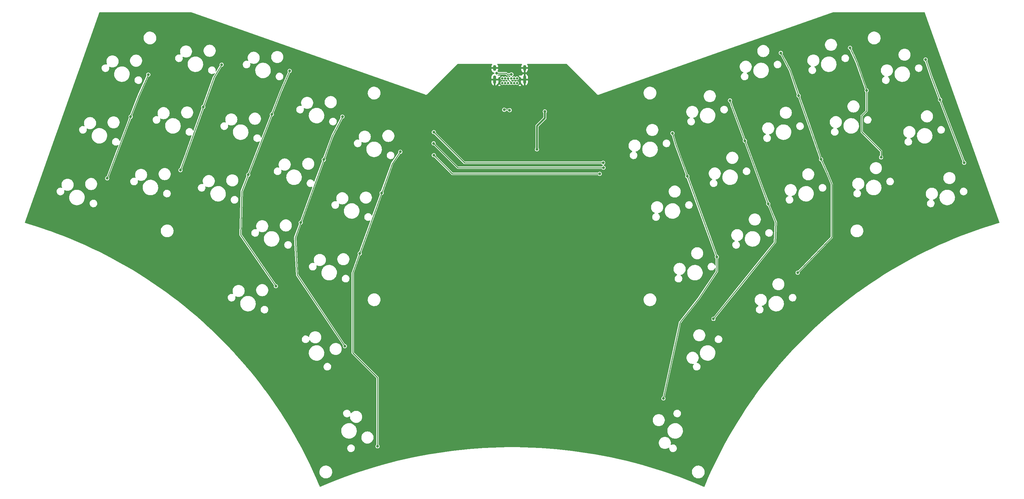
<source format=gbr>
%TF.GenerationSoftware,KiCad,Pcbnew,(7.0.0)*%
%TF.CreationDate,2023-03-04T17:22:36-05:00*%
%TF.ProjectId,pteropus,70746572-6f70-4757-932e-6b696361645f,rev?*%
%TF.SameCoordinates,Original*%
%TF.FileFunction,Copper,L1,Top*%
%TF.FilePolarity,Positive*%
%FSLAX46Y46*%
G04 Gerber Fmt 4.6, Leading zero omitted, Abs format (unit mm)*
G04 Created by KiCad (PCBNEW (7.0.0)) date 2023-03-04 17:22:36*
%MOMM*%
%LPD*%
G01*
G04 APERTURE LIST*
%TA.AperFunction,ComponentPad*%
%ADD10C,0.700000*%
%TD*%
%TA.AperFunction,ComponentPad*%
%ADD11O,0.900000X1.700000*%
%TD*%
%TA.AperFunction,ComponentPad*%
%ADD12O,0.900000X2.400000*%
%TD*%
%TA.AperFunction,ViaPad*%
%ADD13C,0.800000*%
%TD*%
%TA.AperFunction,Conductor*%
%ADD14C,0.500000*%
%TD*%
%TA.AperFunction,Conductor*%
%ADD15C,0.250000*%
%TD*%
%TA.AperFunction,Conductor*%
%ADD16C,0.200000*%
%TD*%
G04 APERTURE END LIST*
D10*
%TO.P,J1,A1,GND*%
%TO.N,GND*%
X-3672524Y-2076744D03*
%TO.P,J1,A4,VBUS*%
%TO.N,VBUS*%
X-2822524Y-2076744D03*
%TO.P,J1,A5,CC1*%
%TO.N,Net-(J1-CC1)*%
X-1972524Y-2076744D03*
%TO.P,J1,A6,D+*%
%TO.N,D+BUS*%
X-1122524Y-2076744D03*
%TO.P,J1,A7,D-*%
%TO.N,D-BUS*%
X-272524Y-2076744D03*
%TO.P,J1,A8,SBU1*%
%TO.N,unconnected-(J1-SBU1-PadA8)*%
X577476Y-2076744D03*
%TO.P,J1,A9,VBUS*%
%TO.N,VBUS*%
X1427476Y-2076744D03*
%TO.P,J1,A12,GND*%
%TO.N,GND*%
X2277476Y-2076744D03*
%TO.P,J1,B1,GND*%
X2277476Y-726744D03*
%TO.P,J1,B4,VBUS*%
%TO.N,VBUS*%
X1427476Y-726744D03*
%TO.P,J1,B5,CC2*%
%TO.N,Net-(J1-CC2)*%
X577476Y-726744D03*
%TO.P,J1,B6,D+*%
%TO.N,D+BUS*%
X-272524Y-726744D03*
%TO.P,J1,B7,D-*%
%TO.N,D-BUS*%
X-1122524Y-726744D03*
%TO.P,J1,B8,SBU2*%
%TO.N,unconnected-(J1-SBU2-PadB8)*%
X-1972524Y-726744D03*
%TO.P,J1,B9,VBUS*%
%TO.N,VBUS*%
X-2822524Y-726744D03*
%TO.P,J1,B12,GND*%
%TO.N,GND*%
X-3672524Y-726744D03*
D11*
%TO.P,J1,S1,SHIELD*%
X-5022523Y2283255D03*
D12*
X-5022523Y-1096743D03*
D11*
X3627475Y2283255D03*
D12*
X3627475Y-1096743D03*
%TD*%
D13*
%TO.N,GND*%
X-600000Y-12750000D03*
X-8700000Y-13050000D03*
X4600000Y-8350000D03*
X-2800000Y-15150000D03*
X3600000Y-17850000D03*
X-4900000Y-22050000D03*
X5300000Y-23150000D03*
X3500000Y-11250000D03*
X1100000Y-22050000D03*
X-8800000Y-18950000D03*
X-1600000Y-8950000D03*
%TO.N,+3.3V*%
X9500000Y-10350000D03*
X7200000Y-21350000D03*
%TO.N,Row:1*%
X26400000Y-25250000D03*
X-22700000Y-16350000D03*
%TO.N,Row:2*%
X-22750000Y-19600000D03*
X26500000Y-26650000D03*
%TO.N,Row:3*%
X25400000Y-28450000D03*
X-22700000Y-23050000D03*
%TO.N,Net-(J1-CC2)*%
X-4500000Y750000D03*
X-200000Y450000D03*
%TO.N,Col:1*%
X-105500000Y350000D03*
X-110600000Y-11850000D03*
X-117400000Y-29750000D03*
%TO.N,Col:2*%
X-84200000Y3250000D03*
X-89533875Y-9016125D03*
X-96173442Y-27376558D03*
%TO.N,Col:3*%
X-76518719Y-28731281D03*
X-64500000Y1450000D03*
X-68500000Y-61050000D03*
X-69667488Y-11182512D03*
%TO.N,Col:4*%
X-48500000Y-78450000D03*
X-61292060Y-42557940D03*
X-54619107Y-24330893D03*
X-49200000Y-11850000D03*
%TO.N,Col:5*%
X-37848837Y-34001163D03*
X-32400000Y-22050000D03*
X-39000000Y-107550000D03*
X-44185116Y-51564884D03*
%TO.N,Col:6*%
X50800000Y-29150000D03*
X46500000Y-16650000D03*
X59400000Y-52550000D03*
X43900000Y-93650000D03*
%TO.N,Col:7*%
X63200000Y-7150000D03*
X67500000Y-18850000D03*
X58400000Y-70550000D03*
X74300000Y-37150000D03*
%TO.N,Col:8*%
X83100000Y-5750000D03*
X82800000Y-57150000D03*
X77900000Y6650000D03*
X89600000Y-24250000D03*
%TO.N,Col:9*%
X102800000Y-4250000D03*
X107000000Y-23650000D03*
X98000000Y8150000D03*
%TO.N,Col:10*%
X124100000Y-6950000D03*
X119900000Y4750000D03*
X131100000Y-25250000D03*
%TO.N,D+*%
X-2300000Y-9850000D03*
X-700000Y-9950000D03*
%TD*%
D14*
%TO.N,GND*%
X3624220Y-1100000D02*
X3627476Y-1096744D01*
X-5019268Y-1100000D02*
X-5022524Y-1096744D01*
X-3672524Y-726744D02*
X-3672524Y-1085024D01*
X-3672524Y-1085024D02*
X-3687500Y-1100000D01*
X2277476Y-2076744D02*
X2277476Y-726744D01*
X2277476Y-1064976D02*
X2312500Y-1100000D01*
X2312500Y-1100000D02*
X3624220Y-1100000D01*
X2277476Y-726744D02*
X2277476Y-1064976D01*
X-3672524Y-2076744D02*
X-3672524Y-726744D01*
X-3687500Y-1100000D02*
X-5019268Y-1100000D01*
%TO.N,+3.3V*%
X9500000Y-12250000D02*
X7227452Y-14522548D01*
X9500000Y-10350000D02*
X9500000Y-12250000D01*
X7227452Y-21322548D02*
X7200000Y-21350000D01*
X7227452Y-14522548D02*
X7227452Y-21322548D01*
D15*
%TO.N,Row:1*%
X-22700000Y-16350000D02*
X-13800000Y-25250000D01*
X-13800000Y-25250000D02*
X26400000Y-25250000D01*
%TO.N,Row:2*%
X26500000Y-26650000D02*
X-15700000Y-26650000D01*
X-15700000Y-26650000D02*
X-22750000Y-19600000D01*
%TO.N,Row:3*%
X-17300000Y-28450000D02*
X-22700000Y-23050000D01*
X25400000Y-28450000D02*
X-17300000Y-28450000D01*
%TO.N,D-BUS*%
X-1122524Y-1086768D02*
X-272524Y-1936768D01*
X-1122524Y-726744D02*
X-1122524Y-1086768D01*
X-272524Y-1936768D02*
X-272524Y-2076744D01*
%TO.N,Net-(J1-CC2)*%
X-200000Y450000D02*
X-1400000Y450000D01*
X-1400000Y450000D02*
X-1700000Y750000D01*
X-1700000Y750000D02*
X-4500000Y750000D01*
%TO.N,Col:1*%
X-110600000Y-11850000D02*
X-117400000Y-29750000D01*
X-105500000Y350000D02*
X-108300000Y-5850000D01*
X-108300000Y-5850000D02*
X-110600000Y-11850000D01*
%TO.N,Col:2*%
X-89533875Y-9016125D02*
X-96173442Y-27376558D01*
X-86400000Y-350000D02*
X-89533875Y-9016125D01*
X-84200000Y3250000D02*
X-86400000Y-350000D01*
%TO.N,Col:3*%
X-76518719Y-28731281D02*
X-78400000Y-33550000D01*
X-69667488Y-11182512D02*
X-76518719Y-28731281D01*
X-64500000Y1450000D02*
X-67000000Y-4350000D01*
X-78700000Y-46150000D02*
X-68500000Y-61050000D01*
X-78400000Y-33550000D02*
X-78700000Y-46150000D01*
X-67000000Y-4350000D02*
X-69667488Y-11182512D01*
%TO.N,Col:4*%
X-49200000Y-11850000D02*
X-52100000Y-17450000D01*
X-52100000Y-17450000D02*
X-54619107Y-24330893D01*
X-62900000Y-46950000D02*
X-62300000Y-57850000D01*
X-62300000Y-57850000D02*
X-48500000Y-78450000D01*
X-61292060Y-42557940D02*
X-62900000Y-46950000D01*
X-54619107Y-24330893D02*
X-61292060Y-42557940D01*
%TO.N,Col:5*%
X-46200000Y-80450000D02*
X-39000000Y-87650000D01*
X-32400000Y-22050000D02*
X-34800000Y-25550000D01*
X-46200000Y-57150000D02*
X-46200000Y-80450000D01*
X-39000000Y-87650000D02*
X-39000000Y-107550000D01*
X-34800000Y-25550000D02*
X-37848837Y-34001163D01*
X-44185116Y-51564884D02*
X-46200000Y-57150000D01*
X-37848837Y-34001163D02*
X-44185116Y-51564884D01*
%TO.N,Col:6*%
X46500000Y-16650000D02*
X47400000Y-19850000D01*
X50800000Y-29150000D02*
X59400000Y-52550000D01*
X59400000Y-56750000D02*
X54100000Y-64650000D01*
X48700000Y-71550000D02*
X43900000Y-93650000D01*
X59400000Y-52550000D02*
X59400000Y-56750000D01*
X54100000Y-64650000D02*
X48700000Y-71550000D01*
X47400000Y-19850000D02*
X50800000Y-29150000D01*
%TO.N,Col:7*%
X63200000Y-7150000D02*
X63900000Y-9150000D01*
X63900000Y-9150000D02*
X67500000Y-18850000D01*
X58400000Y-70550000D02*
X76200000Y-48350000D01*
X67500000Y-18850000D02*
X74300000Y-37150000D01*
X76500000Y-42550000D02*
X74300000Y-37150000D01*
X76200000Y-48350000D02*
X76500000Y-42550000D01*
%TO.N,Col:8*%
X82800000Y-57150000D02*
X92700000Y-46850000D01*
X83100000Y-5750000D02*
X89600000Y-24250000D01*
X91400000Y-28250000D02*
X89600000Y-24250000D01*
X92700000Y-46850000D02*
X92700000Y-31450000D01*
X77900000Y6650000D02*
X80600000Y1550000D01*
X92700000Y-31450000D02*
X91400000Y-28250000D01*
X80600000Y1550000D02*
X83100000Y-5750000D01*
%TO.N,Col:9*%
X99900000Y3950000D02*
X102800000Y-4250000D01*
X102800000Y-10150000D02*
X102800000Y-4250000D01*
X98000000Y8150000D02*
X99900000Y3950000D01*
X101400000Y-11550000D02*
X102800000Y-10150000D01*
X101400000Y-16250000D02*
X101400000Y-11550000D01*
X107000000Y-23650000D02*
X107000000Y-21850000D01*
X107000000Y-21850000D02*
X101400000Y-16250000D01*
%TO.N,Col:10*%
X121600000Y-350000D02*
X124100000Y-6950000D01*
X119900000Y4750000D02*
X121600000Y-350000D01*
X124100000Y-6950000D02*
X131100000Y-25250000D01*
D16*
%TO.N,D+*%
X-2300000Y-9850000D02*
X-800000Y-9850000D01*
X-800000Y-9850000D02*
X-700000Y-9950000D01*
%TD*%
%TA.AperFunction,Conductor*%
%TO.N,GND*%
G36*
X-93065703Y18492431D02*
G01*
X-25213929Y-5455252D01*
X-25195793Y-5463342D01*
X-25176706Y-5473766D01*
X-25140244Y-5481697D01*
X-25136155Y-5482702D01*
X-25132818Y-5483881D01*
X-25103063Y-5489803D01*
X-25101136Y-5490204D01*
X-25036073Y-5504359D01*
X-25031568Y-5504036D01*
X-25027137Y-5504919D01*
X-24960834Y-5498994D01*
X-24958805Y-5498831D01*
X-24892517Y-5494091D01*
X-24888286Y-5492513D01*
X-24883785Y-5492111D01*
X-24821936Y-5467787D01*
X-24819891Y-5467003D01*
X-24814086Y-5464838D01*
X-24757669Y-5443796D01*
X-24754054Y-5441090D01*
X-24749848Y-5439436D01*
X-24697333Y-5398653D01*
X-24695587Y-5397322D01*
X-24674949Y-5381873D01*
X-24674944Y-5381869D01*
X-24671407Y-5379221D01*
X-24668912Y-5376726D01*
X-24665613Y-5374019D01*
X-24643183Y-5356600D01*
X-24636178Y-5351160D01*
X-24623459Y-5333527D01*
X-24610573Y-5318387D01*
X-22128569Y-2836383D01*
X-4069076Y-2836383D01*
X-4060050Y-2843403D01*
X-3945059Y-2894601D01*
X-3932760Y-2898597D01*
X-3769065Y-2933391D01*
X-3756200Y-2934744D01*
X-3588848Y-2934744D01*
X-3575982Y-2933391D01*
X-3412287Y-2898597D01*
X-3399988Y-2894601D01*
X-3284995Y-2843403D01*
X-3275970Y-2836383D01*
X1880922Y-2836383D01*
X1889947Y-2843403D01*
X2004940Y-2894601D01*
X2017239Y-2898597D01*
X2180934Y-2933391D01*
X2193800Y-2934744D01*
X2361152Y-2934744D01*
X2374017Y-2933391D01*
X2537712Y-2898597D01*
X2550011Y-2894601D01*
X2665002Y-2843403D01*
X2674028Y-2836383D01*
X2668119Y-2826597D01*
X2289018Y-2447496D01*
X2277476Y-2440832D01*
X2265932Y-2447497D01*
X1886831Y-2826597D01*
X1880922Y-2836383D01*
X-3275970Y-2836383D01*
X-3281879Y-2826597D01*
X-3660980Y-2447497D01*
X-3672524Y-2440832D01*
X-3684066Y-2447496D01*
X-4063167Y-2826597D01*
X-4069076Y-2836383D01*
X-22128569Y-2836383D01*
X-21184378Y-1892192D01*
X-5980524Y-1892192D01*
X-5980206Y-1898457D01*
X-5966389Y-2034333D01*
X-5963872Y-2046578D01*
X-5909307Y-2220488D01*
X-5904375Y-2231981D01*
X-5815924Y-2391340D01*
X-5808773Y-2401615D01*
X-5690059Y-2539899D01*
X-5680979Y-2548530D01*
X-5536863Y-2660084D01*
X-5526235Y-2666709D01*
X-5362605Y-2746973D01*
X-5350864Y-2751321D01*
X-5290270Y-2767010D01*
X-5279059Y-2767295D01*
X-5276524Y-2756370D01*
X-5276524Y-1367070D01*
X-5279974Y-1354194D01*
X-5292850Y-1350744D01*
X-5964198Y-1350744D01*
X-5977073Y-1354194D01*
X-5980524Y-1367070D01*
X-5980524Y-1892192D01*
X-21184378Y-1892192D01*
X-20118604Y-826418D01*
X-5980524Y-826418D01*
X-5977073Y-839293D01*
X-5964198Y-842744D01*
X-4892524Y-842744D01*
X-4830524Y-859357D01*
X-4785137Y-904744D01*
X-4768524Y-966744D01*
X-4768524Y-2759270D01*
X-4765803Y-2770355D01*
X-4754461Y-2769056D01*
X-4604350Y-2713462D01*
X-4593112Y-2707950D01*
X-4438432Y-2611536D01*
X-4432746Y-2607134D01*
X-4426433Y-2596714D01*
X-4441396Y-2548670D01*
X-4434300Y-2495636D01*
X-4405519Y-2450529D01*
X-3368276Y-1413286D01*
X-3361612Y-1401744D01*
X-3368276Y-1390201D01*
X-3944053Y-814425D01*
X-3976147Y-758838D01*
X-3976147Y-694650D01*
X-3944053Y-639063D01*
X-3672524Y-367534D01*
X-3281879Y23109D01*
X-3275970Y32895D01*
X-3284995Y39915D01*
X-3399988Y91113D01*
X-3412287Y95109D01*
X-3575982Y129903D01*
X-3588848Y131256D01*
X-3756200Y131256D01*
X-3769065Y129903D01*
X-3932760Y95109D01*
X-3945063Y91111D01*
X-4005644Y64139D01*
X-4064189Y53683D01*
X-4120869Y71690D01*
X-4162646Y114017D01*
X-4179910Y170927D01*
X-4168690Y229331D01*
X-4131567Y275793D01*
X-4078166Y316769D01*
X-4078160Y316774D01*
X-4071718Y321718D01*
X-4066774Y328160D01*
X-4066771Y328164D01*
X-4030077Y375986D01*
X-3986545Y411712D01*
X-3931701Y424500D01*
X-1886188Y424500D01*
X-1838735Y415061D01*
X-1798507Y388181D01*
X-1644043Y233717D01*
X-1636735Y225742D01*
X-1612455Y196806D01*
X-1603062Y191383D01*
X-1603060Y191381D01*
X-1579735Y177914D01*
X-1570627Y172112D01*
X-1539684Y150446D01*
X-1529206Y147638D01*
X-1525873Y146084D01*
X-1522432Y144831D01*
X-1513045Y139412D01*
X-1502366Y137528D01*
X-1502361Y137527D01*
X-1475852Y132852D01*
X-1465297Y130513D01*
X-1463020Y129903D01*
X-1428807Y120736D01*
X-1418003Y121681D01*
X-1418000Y121681D01*
X-1391181Y124028D01*
X-1380373Y124500D01*
X-768299Y124500D01*
X-713455Y111712D01*
X-669923Y75986D01*
X-628282Y21718D01*
X-542043Y-44454D01*
X-504585Y-91651D01*
X-493797Y-150937D01*
X-512230Y-208307D01*
X-550535Y-245380D01*
X-550150Y-245883D01*
X-554518Y-249234D01*
X-554525Y-249241D01*
X-556593Y-250827D01*
X-556597Y-250830D01*
X-622038Y-301044D01*
X-670686Y-323729D01*
X-724362Y-323729D01*
X-773010Y-301044D01*
X-838447Y-250832D01*
X-838456Y-250826D01*
X-844899Y-245883D01*
X-852407Y-242773D01*
X-852409Y-242772D01*
X-971300Y-193526D01*
X-971305Y-193524D01*
X-978815Y-190414D01*
X-986872Y-189353D01*
X-986877Y-189352D01*
X-1114465Y-172555D01*
X-1122524Y-171494D01*
X-1130583Y-172555D01*
X-1258170Y-189352D01*
X-1258173Y-189352D01*
X-1266233Y-190414D01*
X-1273744Y-193525D01*
X-1273747Y-193526D01*
X-1352405Y-226107D01*
X-1400149Y-245883D01*
X-1406594Y-250828D01*
X-1406600Y-250832D01*
X-1472038Y-301044D01*
X-1520686Y-323729D01*
X-1574362Y-323729D01*
X-1623010Y-301044D01*
X-1688447Y-250832D01*
X-1688456Y-250826D01*
X-1694899Y-245883D01*
X-1702407Y-242773D01*
X-1702409Y-242772D01*
X-1821300Y-193526D01*
X-1821305Y-193524D01*
X-1828815Y-190414D01*
X-1836872Y-189353D01*
X-1836877Y-189352D01*
X-1964465Y-172555D01*
X-1972524Y-171494D01*
X-1980583Y-172555D01*
X-2108170Y-189352D01*
X-2108173Y-189352D01*
X-2116233Y-190414D01*
X-2123744Y-193525D01*
X-2123747Y-193526D01*
X-2202405Y-226107D01*
X-2250149Y-245883D01*
X-2256594Y-250828D01*
X-2256600Y-250832D01*
X-2322038Y-301044D01*
X-2370686Y-323729D01*
X-2424362Y-323729D01*
X-2473010Y-301044D01*
X-2538447Y-250832D01*
X-2538456Y-250826D01*
X-2544899Y-245883D01*
X-2552407Y-242773D01*
X-2552409Y-242772D01*
X-2671300Y-193526D01*
X-2671305Y-193524D01*
X-2678815Y-190414D01*
X-2686872Y-189353D01*
X-2686877Y-189352D01*
X-2814465Y-172555D01*
X-2822524Y-171494D01*
X-2830583Y-172555D01*
X-2958170Y-189352D01*
X-2958173Y-189352D01*
X-2966233Y-190414D01*
X-2973744Y-193525D01*
X-2973747Y-193526D01*
X-3052405Y-226107D01*
X-3100149Y-245883D01*
X-3106593Y-250828D01*
X-3106595Y-250829D01*
X-3179395Y-306691D01*
X-3215145Y-334123D01*
X-3303385Y-449119D01*
X-3358854Y-583035D01*
X-3377774Y-726744D01*
X-3358854Y-870453D01*
X-3303385Y-1004369D01*
X-3215145Y-1119365D01*
X-3100149Y-1207605D01*
X-2966233Y-1263074D01*
X-2858390Y-1277272D01*
X-2846747Y-1278805D01*
X-2822523Y-1288224D01*
X-2798301Y-1278805D01*
X-2766218Y-1274581D01*
X-2678815Y-1263074D01*
X-2544899Y-1207605D01*
X-2473010Y-1152442D01*
X-2424363Y-1129758D01*
X-2370685Y-1129758D01*
X-2322037Y-1152442D01*
X-2250149Y-1207605D01*
X-2116233Y-1263074D01*
X-2008390Y-1277272D01*
X-1996747Y-1278805D01*
X-1972523Y-1288224D01*
X-1948301Y-1278805D01*
X-1916218Y-1274581D01*
X-1828815Y-1263074D01*
X-1694899Y-1207605D01*
X-1688454Y-1202659D01*
X-1688446Y-1202655D01*
X-1623010Y-1152443D01*
X-1574366Y-1129758D01*
X-1520693Y-1129755D01*
X-1472048Y-1152433D01*
X-1467849Y-1155655D01*
X-1434804Y-1200721D01*
X-1433142Y-1199760D01*
X-1433112Y-1199811D01*
X-1433112Y-1199813D01*
X-1432246Y-1201312D01*
X-1429717Y-1206166D01*
X-1429504Y-1206067D01*
X-1428746Y-1207690D01*
X-1428053Y-1209362D01*
X-1427230Y-1210943D01*
X-1427090Y-1211242D01*
X-1426801Y-1211637D01*
X-1426426Y-1212666D01*
X-1424886Y-1215967D01*
X-1422078Y-1226452D01*
X-1400404Y-1257403D01*
X-1394609Y-1266501D01*
X-1375718Y-1299223D01*
X-1346765Y-1323516D01*
X-1338812Y-1330804D01*
X-1300560Y-1369056D01*
X-1269582Y-1420740D01*
X-1266626Y-1480926D01*
X-1292390Y-1535400D01*
X-1340790Y-1571296D01*
X-1400149Y-1595883D01*
X-1406590Y-1600826D01*
X-1406596Y-1600829D01*
X-1472036Y-1651044D01*
X-1520684Y-1673729D01*
X-1574360Y-1673729D01*
X-1623008Y-1651045D01*
X-1688448Y-1600832D01*
X-1688453Y-1600828D01*
X-1694899Y-1595883D01*
X-1702407Y-1592773D01*
X-1702409Y-1592772D01*
X-1821300Y-1543526D01*
X-1821305Y-1543524D01*
X-1828815Y-1540414D01*
X-1836872Y-1539353D01*
X-1836877Y-1539352D01*
X-1948301Y-1524683D01*
X-1972523Y-1515263D01*
X-1996747Y-1524683D01*
X-2108169Y-1539352D01*
X-2108171Y-1539352D01*
X-2116233Y-1540414D01*
X-2123744Y-1543525D01*
X-2123747Y-1543526D01*
X-2185394Y-1569061D01*
X-2250149Y-1595883D01*
X-2256594Y-1600828D01*
X-2256600Y-1600832D01*
X-2322038Y-1651044D01*
X-2370686Y-1673729D01*
X-2424362Y-1673729D01*
X-2473010Y-1651044D01*
X-2538447Y-1600832D01*
X-2538456Y-1600826D01*
X-2544899Y-1595883D01*
X-2552407Y-1592773D01*
X-2552409Y-1592772D01*
X-2671300Y-1543526D01*
X-2671305Y-1543524D01*
X-2678815Y-1540414D01*
X-2686872Y-1539353D01*
X-2686877Y-1539352D01*
X-2798301Y-1524683D01*
X-2822523Y-1515263D01*
X-2846747Y-1524683D01*
X-2958169Y-1539352D01*
X-2958171Y-1539352D01*
X-2966233Y-1540414D01*
X-2973744Y-1543525D01*
X-2973747Y-1543526D01*
X-3035394Y-1569061D01*
X-3100149Y-1595883D01*
X-3106593Y-1600828D01*
X-3106595Y-1600829D01*
X-3172036Y-1651044D01*
X-3215145Y-1684123D01*
X-3303385Y-1799119D01*
X-3358854Y-1933035D01*
X-3377774Y-2076744D01*
X-3358854Y-2220453D01*
X-3303385Y-2354369D01*
X-3215145Y-2469365D01*
X-3100149Y-2557605D01*
X-2966233Y-2613074D01*
X-2822524Y-2631994D01*
X-2678815Y-2613074D01*
X-2544899Y-2557605D01*
X-2473010Y-2502442D01*
X-2424363Y-2479758D01*
X-2370685Y-2479758D01*
X-2322037Y-2502442D01*
X-2250149Y-2557605D01*
X-2116233Y-2613074D01*
X-1972524Y-2631994D01*
X-1828815Y-2613074D01*
X-1694899Y-2557605D01*
X-1623010Y-2502442D01*
X-1574363Y-2479758D01*
X-1520685Y-2479758D01*
X-1472037Y-2502442D01*
X-1400149Y-2557605D01*
X-1266233Y-2613074D01*
X-1122524Y-2631994D01*
X-978815Y-2613074D01*
X-844899Y-2557605D01*
X-773010Y-2502442D01*
X-724363Y-2479758D01*
X-670685Y-2479758D01*
X-622037Y-2502442D01*
X-550149Y-2557605D01*
X-416233Y-2613074D01*
X-272524Y-2631994D01*
X-128815Y-2613074D01*
X5101Y-2557605D01*
X76989Y-2502442D01*
X125637Y-2479758D01*
X179315Y-2479758D01*
X227962Y-2502442D01*
X299851Y-2557605D01*
X433767Y-2613074D01*
X577476Y-2631994D01*
X721185Y-2613074D01*
X855101Y-2557605D01*
X926989Y-2502442D01*
X975637Y-2479758D01*
X1029315Y-2479758D01*
X1077962Y-2502442D01*
X1149851Y-2557605D01*
X1283767Y-2613074D01*
X1427476Y-2631994D01*
X1571185Y-2613074D01*
X1705101Y-2557605D01*
X1820097Y-2469365D01*
X1908337Y-2354369D01*
X1963806Y-2220453D01*
X1982726Y-2076744D01*
X1963806Y-1933035D01*
X1908337Y-1799119D01*
X1820097Y-1684123D01*
X1776988Y-1651044D01*
X1711547Y-1600829D01*
X1711545Y-1600828D01*
X1705101Y-1595883D01*
X1640346Y-1569061D01*
X1578699Y-1543526D01*
X1578696Y-1543525D01*
X1571185Y-1540414D01*
X1563123Y-1539352D01*
X1563121Y-1539352D01*
X1451699Y-1524683D01*
X1427475Y-1515263D01*
X1403253Y-1524683D01*
X1291829Y-1539352D01*
X1291824Y-1539353D01*
X1283767Y-1540414D01*
X1276257Y-1543524D01*
X1276252Y-1543526D01*
X1157361Y-1592772D01*
X1157359Y-1592773D01*
X1149851Y-1595883D01*
X1143408Y-1600826D01*
X1143399Y-1600832D01*
X1077962Y-1651044D01*
X1029314Y-1673729D01*
X975638Y-1673729D01*
X926990Y-1651044D01*
X861552Y-1600832D01*
X861546Y-1600828D01*
X855101Y-1595883D01*
X790346Y-1569061D01*
X728699Y-1543526D01*
X728696Y-1543525D01*
X721185Y-1540414D01*
X713123Y-1539352D01*
X713121Y-1539352D01*
X601699Y-1524683D01*
X577475Y-1515263D01*
X553253Y-1524683D01*
X441829Y-1539352D01*
X441824Y-1539353D01*
X433767Y-1540414D01*
X426257Y-1543524D01*
X426252Y-1543526D01*
X307361Y-1592772D01*
X307359Y-1592773D01*
X299851Y-1595883D01*
X293408Y-1600826D01*
X293399Y-1600832D01*
X227962Y-1651044D01*
X179314Y-1673729D01*
X125638Y-1673729D01*
X76990Y-1651044D01*
X11552Y-1600832D01*
X11546Y-1600828D01*
X5101Y-1595883D01*
X-2407Y-1592773D01*
X-2409Y-1592772D01*
X-121300Y-1543526D01*
X-121305Y-1543524D01*
X-128815Y-1540414D01*
X-136871Y-1539353D01*
X-136876Y-1539352D01*
X-178911Y-1533818D01*
X-217568Y-1522091D01*
X-250404Y-1498560D01*
X-266550Y-1482414D01*
X-299630Y-1422890D01*
X-296288Y-1354874D01*
X-257533Y-1298879D01*
X-195054Y-1271794D01*
X-128815Y-1263074D01*
X5101Y-1207605D01*
X76989Y-1152442D01*
X125637Y-1129758D01*
X179315Y-1129758D01*
X227962Y-1152442D01*
X299851Y-1207605D01*
X433767Y-1263074D01*
X521170Y-1274581D01*
X553253Y-1278805D01*
X577475Y-1288224D01*
X601699Y-1278805D01*
X613342Y-1277272D01*
X721185Y-1263074D01*
X855101Y-1207605D01*
X926989Y-1152442D01*
X975637Y-1129758D01*
X1029315Y-1129758D01*
X1077962Y-1152442D01*
X1149851Y-1207605D01*
X1283767Y-1263074D01*
X1371170Y-1274581D01*
X1403253Y-1278805D01*
X1427475Y-1288224D01*
X1451699Y-1278805D01*
X1463342Y-1277272D01*
X1571185Y-1263074D01*
X1705101Y-1207605D01*
X1820097Y-1119365D01*
X1908337Y-1004369D01*
X1963806Y-870453D01*
X1982726Y-726744D01*
X1963806Y-583035D01*
X1908337Y-449119D01*
X1820097Y-334123D01*
X1784347Y-306691D01*
X1711547Y-250829D01*
X1711545Y-250828D01*
X1705101Y-245883D01*
X1657357Y-226107D01*
X1578699Y-193526D01*
X1578696Y-193525D01*
X1571185Y-190414D01*
X1563125Y-189352D01*
X1563122Y-189352D01*
X1435535Y-172555D01*
X1427476Y-171494D01*
X1419417Y-172555D01*
X1291829Y-189352D01*
X1291824Y-189353D01*
X1283767Y-190414D01*
X1276257Y-193524D01*
X1276252Y-193526D01*
X1157361Y-242772D01*
X1157359Y-242773D01*
X1149851Y-245883D01*
X1143408Y-250826D01*
X1143399Y-250832D01*
X1077962Y-301044D01*
X1029314Y-323729D01*
X975638Y-323729D01*
X926990Y-301044D01*
X861552Y-250832D01*
X861546Y-250828D01*
X855101Y-245883D01*
X807357Y-226107D01*
X728699Y-193526D01*
X728696Y-193525D01*
X721185Y-190414D01*
X713125Y-189352D01*
X713122Y-189352D01*
X585535Y-172555D01*
X577476Y-171494D01*
X569417Y-172555D01*
X441829Y-189352D01*
X441824Y-189353D01*
X433767Y-190414D01*
X426257Y-193524D01*
X426252Y-193526D01*
X307361Y-242772D01*
X307359Y-242773D01*
X299851Y-245883D01*
X293408Y-250826D01*
X293399Y-250832D01*
X227962Y-301044D01*
X179315Y-323729D01*
X125638Y-323729D01*
X76991Y-301045D01*
X64739Y-291644D01*
X25662Y-240718D01*
X17285Y-177077D01*
X41853Y-117774D01*
X88467Y-82010D01*
X88294Y-81710D01*
X90581Y-80389D01*
X92777Y-78704D01*
X102841Y-74536D01*
X228282Y21718D01*
X236858Y32895D01*
X1880922Y32895D01*
X1886831Y23109D01*
X2277476Y-367534D01*
X2549005Y-639063D01*
X2581099Y-694650D01*
X2581099Y-758838D01*
X2549005Y-814425D01*
X1973228Y-1390201D01*
X1966564Y-1401744D01*
X1973228Y-1413286D01*
X3011574Y-2451632D01*
X3040113Y-2496083D01*
X3047561Y-2548379D01*
X3034170Y-2593609D01*
X3043090Y-2605864D01*
X3113137Y-2660084D01*
X3123764Y-2666709D01*
X3287394Y-2746973D01*
X3299135Y-2751321D01*
X3359729Y-2767010D01*
X3370940Y-2767295D01*
X3372803Y-2759270D01*
X3881476Y-2759270D01*
X3884196Y-2770355D01*
X3895538Y-2769056D01*
X4045649Y-2713462D01*
X4056887Y-2707950D01*
X4211561Y-2611540D01*
X4221457Y-2603879D01*
X4353558Y-2478308D01*
X4361705Y-2468817D01*
X4465829Y-2319219D01*
X4471898Y-2308285D01*
X4543777Y-2140787D01*
X4547520Y-2128858D01*
X4584210Y-1950321D01*
X4585476Y-1937875D01*
X4585476Y-1367070D01*
X4582025Y-1354194D01*
X4569150Y-1350744D01*
X3897802Y-1350744D01*
X3884926Y-1354194D01*
X3881476Y-1367070D01*
X3881476Y-2759270D01*
X3372803Y-2759270D01*
X3373476Y-2756370D01*
X3373476Y-826418D01*
X3881476Y-826418D01*
X3884926Y-839293D01*
X3897802Y-842744D01*
X4569150Y-842744D01*
X4582025Y-839293D01*
X4585476Y-826418D01*
X4585476Y-301296D01*
X4585158Y-295030D01*
X4571341Y-159154D01*
X4568824Y-146909D01*
X4514259Y27000D01*
X4509327Y38493D01*
X4420876Y197852D01*
X4413725Y208127D01*
X4295011Y346411D01*
X4285931Y355042D01*
X4141815Y466596D01*
X4131187Y473221D01*
X3967557Y553485D01*
X3955816Y557833D01*
X3895222Y573522D01*
X3884011Y573807D01*
X3881476Y562882D01*
X3881476Y-826418D01*
X3373476Y-826418D01*
X3373476Y565782D01*
X3370755Y576867D01*
X3359413Y575568D01*
X3209302Y519974D01*
X3198064Y514462D01*
X3043390Y418052D01*
X3033494Y410391D01*
X2901393Y284820D01*
X2893246Y275329D01*
X2789122Y125731D01*
X2781446Y111901D01*
X2739917Y67667D01*
X2682373Y48431D01*
X2622592Y58798D01*
X2550011Y91113D01*
X2537712Y95109D01*
X2374017Y129903D01*
X2361152Y131256D01*
X2193800Y131256D01*
X2180934Y129903D01*
X2017239Y95109D01*
X2004940Y91113D01*
X1889947Y39915D01*
X1880922Y32895D01*
X236858Y32895D01*
X324536Y147159D01*
X385044Y293238D01*
X405682Y450000D01*
X385044Y606762D01*
X324536Y752841D01*
X228282Y878282D01*
X102841Y974536D01*
X-43238Y1035044D01*
X-200000Y1055682D01*
X-356762Y1035044D01*
X-502841Y974536D01*
X-628282Y878282D01*
X-655098Y843334D01*
X-669923Y824014D01*
X-713455Y788288D01*
X-768299Y775500D01*
X-1213812Y775500D01*
X-1261265Y784939D01*
X-1301493Y811819D01*
X-1455950Y966276D01*
X-1463259Y974251D01*
X-1480572Y994884D01*
X-1487545Y1003194D01*
X-1520263Y1022083D01*
X-1529379Y1027892D01*
X-1541109Y1036105D01*
X-1560316Y1049554D01*
X-1570801Y1052363D01*
X-1574119Y1053910D01*
X-1577555Y1055160D01*
X-1586955Y1060588D01*
X-1624143Y1067145D01*
X-1634685Y1069481D01*
X-1671193Y1079264D01*
X-1708819Y1075972D01*
X-1719627Y1075500D01*
X-3931701Y1075500D01*
X-3986545Y1088288D01*
X-4030077Y1124014D01*
X-4039537Y1136342D01*
X-4071718Y1178282D01*
X-4156597Y1243412D01*
X-4194922Y1292563D01*
X-4204493Y1354149D01*
X-4185879Y1404532D01*
X-4187224Y1405279D01*
X-4178101Y1421714D01*
X-4106222Y1589212D01*
X-4102479Y1601141D01*
X-4065789Y1779678D01*
X-4064524Y1792125D01*
X-4064524Y1837808D01*
X2669476Y1837808D01*
X2669793Y1831542D01*
X2683610Y1695666D01*
X2686127Y1683421D01*
X2740692Y1509511D01*
X2745624Y1498018D01*
X2834075Y1338659D01*
X2841226Y1328384D01*
X2959940Y1190100D01*
X2969020Y1181469D01*
X3113136Y1069915D01*
X3123764Y1063290D01*
X3287394Y983026D01*
X3299135Y978678D01*
X3359729Y962989D01*
X3370940Y962704D01*
X3372803Y970730D01*
X3881476Y970730D01*
X3884196Y959644D01*
X3895538Y960943D01*
X4045649Y1016537D01*
X4056887Y1022049D01*
X4211561Y1118459D01*
X4221457Y1126120D01*
X4353558Y1251691D01*
X4361705Y1261182D01*
X4465829Y1410780D01*
X4471898Y1421714D01*
X4543777Y1589212D01*
X4547520Y1601141D01*
X4584210Y1779678D01*
X4585476Y1792125D01*
X4585476Y2012930D01*
X4582025Y2025805D01*
X4569150Y2029256D01*
X3897802Y2029256D01*
X3884926Y2025805D01*
X3881476Y2012930D01*
X3881476Y970730D01*
X3372803Y970730D01*
X3373476Y973630D01*
X3373476Y2012930D01*
X3370025Y2025805D01*
X3357150Y2029256D01*
X2685802Y2029256D01*
X2672926Y2025805D01*
X2669476Y2012930D01*
X2669476Y1837808D01*
X-4064524Y1837808D01*
X-4064524Y2012930D01*
X-4067974Y2025805D01*
X-4080850Y2029256D01*
X-5964198Y2029256D01*
X-5977073Y2025805D01*
X-5980524Y2012930D01*
X-5980524Y1837808D01*
X-5980206Y1831542D01*
X-5966389Y1695666D01*
X-5963872Y1683421D01*
X-5909307Y1509511D01*
X-5904375Y1498018D01*
X-5815924Y1338659D01*
X-5808773Y1328384D01*
X-5690059Y1190100D01*
X-5680979Y1181469D01*
X-5536863Y1069915D01*
X-5526235Y1063290D01*
X-5362605Y983026D01*
X-5350864Y978678D01*
X-5190823Y937240D01*
X-5138646Y909091D01*
X-5105501Y859936D01*
X-5098965Y801016D01*
X-5105682Y750000D01*
X-5103422Y732837D01*
X-5111468Y670009D01*
X-5149497Y619349D01*
X-5207585Y594082D01*
X-5257672Y586409D01*
X-5269784Y583273D01*
X-5440697Y519974D01*
X-5451935Y514462D01*
X-5606609Y418052D01*
X-5616505Y410391D01*
X-5748606Y284820D01*
X-5756753Y275329D01*
X-5860877Y125731D01*
X-5866946Y114797D01*
X-5938825Y-52700D01*
X-5942568Y-64629D01*
X-5979258Y-243166D01*
X-5980524Y-255613D01*
X-5980524Y-826418D01*
X-20118604Y-826418D01*
X-15829005Y3463181D01*
X-15788777Y3490061D01*
X-15741324Y3499500D01*
X-5858993Y3499500D01*
X-5794740Y3481554D01*
X-5749084Y3432912D01*
X-5735242Y3367651D01*
X-5757218Y3304663D01*
X-5860877Y3155731D01*
X-5866946Y3144797D01*
X-5938825Y2977299D01*
X-5942568Y2965370D01*
X-5979258Y2786833D01*
X-5980524Y2774387D01*
X-5980524Y2553582D01*
X-5977073Y2540706D01*
X-5964198Y2537256D01*
X-4080850Y2537256D01*
X-4067974Y2540706D01*
X-4064524Y2553582D01*
X-4064524Y2728704D01*
X-4064841Y2734969D01*
X-4078658Y2870845D01*
X-4081175Y2883090D01*
X-4135740Y3057000D01*
X-4140672Y3068493D01*
X-4229123Y3227852D01*
X-4236271Y3238122D01*
X-4284867Y3294729D01*
X-4313579Y3358277D01*
X-4303457Y3427271D01*
X-4257700Y3479893D01*
X-4190781Y3499500D01*
X2791007Y3499500D01*
X2855260Y3481554D01*
X2900916Y3432912D01*
X2914758Y3367651D01*
X2892782Y3304663D01*
X2789122Y3155731D01*
X2783053Y3144797D01*
X2711174Y2977299D01*
X2707431Y2965370D01*
X2670741Y2786833D01*
X2669476Y2774387D01*
X2669476Y2553582D01*
X2672926Y2540706D01*
X2685802Y2537256D01*
X4569150Y2537256D01*
X4582025Y2540706D01*
X4585476Y2553582D01*
X4585476Y2728704D01*
X4585158Y2734969D01*
X4571341Y2870845D01*
X4568824Y2883090D01*
X4514259Y3057000D01*
X4509327Y3068493D01*
X4420876Y3227852D01*
X4413728Y3238122D01*
X4365133Y3294729D01*
X4336421Y3358277D01*
X4346543Y3427271D01*
X4392300Y3479893D01*
X4459219Y3499500D01*
X15741324Y3499500D01*
X15788777Y3490061D01*
X15829005Y3463181D01*
X24610576Y-5318390D01*
X24623457Y-5333523D01*
X24636179Y-5351160D01*
X24643184Y-5356600D01*
X24665608Y-5374014D01*
X24668906Y-5376720D01*
X24671407Y-5379221D01*
X24674958Y-5381879D01*
X24695634Y-5397357D01*
X24697380Y-5398688D01*
X24749849Y-5439435D01*
X24754050Y-5441087D01*
X24757669Y-5443796D01*
X24810100Y-5463351D01*
X24819940Y-5467021D01*
X24821994Y-5467807D01*
X24883786Y-5492110D01*
X24888282Y-5492511D01*
X24892517Y-5494091D01*
X24901367Y-5494723D01*
X24901368Y-5494724D01*
X24909664Y-5495317D01*
X24958819Y-5498832D01*
X24960945Y-5499003D01*
X25027137Y-5504918D01*
X25031564Y-5504036D01*
X25036073Y-5504359D01*
X25101055Y-5490222D01*
X25103182Y-5489780D01*
X25103187Y-5489779D01*
X25132818Y-5483881D01*
X25136155Y-5482702D01*
X25140244Y-5481697D01*
X25176706Y-5473766D01*
X25195793Y-5463342D01*
X25213929Y-5455252D01*
X26311809Y-5067765D01*
X38145788Y-5067765D01*
X38146282Y-5072262D01*
X38146283Y-5072267D01*
X38174917Y-5332506D01*
X38174918Y-5332513D01*
X38175414Y-5337018D01*
X38176559Y-5341398D01*
X38176561Y-5341408D01*
X38219309Y-5504918D01*
X38243928Y-5599088D01*
X38245693Y-5603242D01*
X38245696Y-5603250D01*
X38348099Y-5844223D01*
X38349870Y-5848390D01*
X38352226Y-5852251D01*
X38352229Y-5852256D01*
X38478581Y-6059290D01*
X38490982Y-6079610D01*
X38664255Y-6287820D01*
X38667630Y-6290844D01*
X38667631Y-6290845D01*
X38823396Y-6430411D01*
X38865998Y-6468582D01*
X39091910Y-6618044D01*
X39337176Y-6733020D01*
X39596569Y-6811060D01*
X39864561Y-6850500D01*
X40065369Y-6850500D01*
X40067631Y-6850500D01*
X40270156Y-6835677D01*
X40534553Y-6776780D01*
X40787558Y-6680014D01*
X41023777Y-6547441D01*
X41238177Y-6381888D01*
X41426186Y-6186881D01*
X41547145Y-6017812D01*
X55602857Y-6017812D01*
X55603546Y-6022384D01*
X55603547Y-6022395D01*
X55641269Y-6272658D01*
X55641270Y-6272665D01*
X55641961Y-6277245D01*
X55643326Y-6281673D01*
X55643328Y-6281678D01*
X55717926Y-6523521D01*
X55717930Y-6523531D01*
X55719294Y-6527953D01*
X55721303Y-6532126D01*
X55721306Y-6532132D01*
X55831113Y-6760148D01*
X55833129Y-6764334D01*
X55980924Y-6981109D01*
X56159376Y-7173435D01*
X56364500Y-7337016D01*
X56552111Y-7445333D01*
X56587210Y-7465598D01*
X56591714Y-7468198D01*
X56835941Y-7564050D01*
X57091727Y-7622432D01*
X57287863Y-7637130D01*
X57416534Y-7637130D01*
X57418851Y-7637130D01*
X57614987Y-7622432D01*
X57870773Y-7564050D01*
X58115000Y-7468198D01*
X58342214Y-7337016D01*
X58547338Y-7173435D01*
X58725790Y-6981109D01*
X58873585Y-6764334D01*
X58987420Y-6527953D01*
X59064753Y-6277245D01*
X59103857Y-6017812D01*
X59103857Y-5755448D01*
X59064753Y-5496015D01*
X58987420Y-5245307D01*
X58873585Y-5008926D01*
X58725790Y-4792151D01*
X58547338Y-4599825D01*
X58342214Y-4436244D01*
X58247573Y-4381603D01*
X58119021Y-4307383D01*
X58119015Y-4307380D01*
X58115000Y-4305062D01*
X58110681Y-4303367D01*
X58110675Y-4303364D01*
X57875095Y-4210906D01*
X57875091Y-4210905D01*
X57870773Y-4209210D01*
X57866250Y-4208177D01*
X57866248Y-4208177D01*
X57619506Y-4151859D01*
X57619500Y-4151858D01*
X57614987Y-4150828D01*
X57610365Y-4150481D01*
X57610361Y-4150481D01*
X57421165Y-4136303D01*
X57421154Y-4136302D01*
X57418851Y-4136130D01*
X57287863Y-4136130D01*
X57285560Y-4136302D01*
X57285548Y-4136303D01*
X57096352Y-4150481D01*
X57096346Y-4150481D01*
X57091727Y-4150828D01*
X57087215Y-4151857D01*
X57087207Y-4151859D01*
X56840465Y-4208177D01*
X56840459Y-4208178D01*
X56835941Y-4209210D01*
X56831625Y-4210903D01*
X56831618Y-4210906D01*
X56596038Y-4303364D01*
X56596027Y-4303369D01*
X56591714Y-4305062D01*
X56587703Y-4307377D01*
X56587692Y-4307383D01*
X56415564Y-4406762D01*
X56364500Y-4436244D01*
X56360876Y-4439133D01*
X56360873Y-4439136D01*
X56163003Y-4596932D01*
X56162998Y-4596936D01*
X56159376Y-4599825D01*
X56156222Y-4603223D01*
X56156220Y-4603226D01*
X55984076Y-4788753D01*
X55984070Y-4788759D01*
X55980924Y-4792151D01*
X55978314Y-4795978D01*
X55978314Y-4795979D01*
X55882330Y-4936762D01*
X55833129Y-5008926D01*
X55831116Y-5013104D01*
X55831113Y-5013111D01*
X55721306Y-5241127D01*
X55721301Y-5241138D01*
X55719294Y-5245307D01*
X55717931Y-5249723D01*
X55717926Y-5249738D01*
X55643328Y-5491581D01*
X55643325Y-5491589D01*
X55641961Y-5496015D01*
X55641271Y-5500591D01*
X55641269Y-5500601D01*
X55603547Y-5750864D01*
X55603546Y-5750876D01*
X55602857Y-5755448D01*
X55602857Y-6017812D01*
X41547145Y-6017812D01*
X41583799Y-5966579D01*
X41707656Y-5725675D01*
X41795118Y-5469305D01*
X41844319Y-5202933D01*
X41854212Y-4932235D01*
X41824586Y-4662982D01*
X41756072Y-4400912D01*
X41650130Y-4151610D01*
X41509018Y-3920390D01*
X41335745Y-3712180D01*
X41230759Y-3618112D01*
X41137382Y-3534446D01*
X41137378Y-3534442D01*
X41134002Y-3531418D01*
X40908090Y-3381956D01*
X40903996Y-3380036D01*
X40903991Y-3380034D01*
X40666929Y-3268904D01*
X40666925Y-3268902D01*
X40662824Y-3266980D01*
X40658477Y-3265672D01*
X40658474Y-3265671D01*
X40407772Y-3190246D01*
X40407771Y-3190245D01*
X40403431Y-3188940D01*
X40398957Y-3188281D01*
X40398950Y-3188280D01*
X40139913Y-3150158D01*
X40139907Y-3150157D01*
X40135439Y-3149500D01*
X39932369Y-3149500D01*
X39930120Y-3149664D01*
X39930109Y-3149665D01*
X39734363Y-3163992D01*
X39734359Y-3163992D01*
X39729844Y-3164323D01*
X39725426Y-3165307D01*
X39725420Y-3165308D01*
X39469877Y-3222232D01*
X39469861Y-3222236D01*
X39465447Y-3223220D01*
X39461216Y-3224838D01*
X39461210Y-3224840D01*
X39216673Y-3318367D01*
X39216663Y-3318371D01*
X39212442Y-3319986D01*
X39208494Y-3322201D01*
X39208489Y-3322204D01*
X38980176Y-3450340D01*
X38980171Y-3450343D01*
X38976223Y-3452559D01*
X38972639Y-3455325D01*
X38972635Y-3455329D01*
X38765407Y-3615343D01*
X38765394Y-3615354D01*
X38761823Y-3618112D01*
X38758685Y-3621366D01*
X38758678Y-3621373D01*
X38576958Y-3809857D01*
X38576952Y-3809864D01*
X38573814Y-3813119D01*
X38571189Y-3816787D01*
X38571179Y-3816800D01*
X38418834Y-4029740D01*
X38418830Y-4029745D01*
X38416201Y-4033421D01*
X38414132Y-4037444D01*
X38414129Y-4037450D01*
X38294416Y-4270293D01*
X38294411Y-4270304D01*
X38292344Y-4274325D01*
X38290884Y-4278602D01*
X38290879Y-4278616D01*
X38206348Y-4526395D01*
X38206344Y-4526407D01*
X38204882Y-4530695D01*
X38204057Y-4535159D01*
X38204057Y-4535161D01*
X38156504Y-4792606D01*
X38156502Y-4792619D01*
X38155681Y-4797067D01*
X38155515Y-4801593D01*
X38155515Y-4801599D01*
X38148079Y-5005090D01*
X38145788Y-5067765D01*
X26311809Y-5067765D01*
X47800678Y2516541D01*
X66011540Y2516541D01*
X66012229Y2511969D01*
X66012230Y2511957D01*
X66049952Y2261694D01*
X66049954Y2261684D01*
X66050644Y2257108D01*
X66052008Y2252682D01*
X66052011Y2252674D01*
X66126609Y2010831D01*
X66126614Y2010816D01*
X66127977Y2006400D01*
X66129984Y2002231D01*
X66129989Y2002220D01*
X66239796Y1774204D01*
X66239799Y1774197D01*
X66241812Y1770019D01*
X66244425Y1766186D01*
X66244427Y1766183D01*
X66353119Y1606762D01*
X66389607Y1553244D01*
X66392753Y1549852D01*
X66392759Y1549846D01*
X66564903Y1364319D01*
X66568059Y1360918D01*
X66571681Y1358029D01*
X66571686Y1358025D01*
X66769556Y1200229D01*
X66769559Y1200226D01*
X66773183Y1197337D01*
X66777199Y1195018D01*
X66777201Y1195017D01*
X66996382Y1068472D01*
X66996393Y1068466D01*
X67000397Y1066155D01*
X67003338Y1065000D01*
X67053777Y1020232D01*
X67073223Y955235D01*
X67055552Y889732D01*
X67006054Y843334D01*
X66844444Y760018D01*
X66844437Y760013D01*
X66839191Y757309D01*
X66673851Y627285D01*
X66669982Y622820D01*
X66540354Y473221D01*
X66536106Y468319D01*
X66430935Y286157D01*
X66429002Y280573D01*
X66429000Y280568D01*
X66364070Y92965D01*
X66364068Y92959D01*
X66362139Y87384D01*
X66361299Y81545D01*
X66361298Y81539D01*
X66333043Y-114977D01*
X66333042Y-114983D01*
X66332204Y-120817D01*
X66332484Y-126701D01*
X66332484Y-126708D01*
X66338446Y-251849D01*
X66342213Y-330921D01*
X66365491Y-426874D01*
X66372709Y-456629D01*
X66391803Y-535333D01*
X66394256Y-540704D01*
X66394258Y-540710D01*
X66476724Y-721286D01*
X66476726Y-721290D01*
X66479182Y-726667D01*
X66482611Y-731482D01*
X66482612Y-731484D01*
X66585230Y-875591D01*
X66601192Y-898006D01*
X66753424Y-1043159D01*
X66930375Y-1156878D01*
X67125649Y-1235055D01*
X67332190Y-1274862D01*
X67486875Y-1274862D01*
X67489829Y-1274862D01*
X67646750Y-1259878D01*
X67848572Y-1200618D01*
X68035531Y-1104233D01*
X68200871Y-974209D01*
X68338616Y-815243D01*
X68443787Y-633081D01*
X68512583Y-434308D01*
X68542518Y-226107D01*
X68532509Y-16003D01*
X68482919Y188409D01*
X68395540Y379743D01*
X68273530Y551082D01*
X68121298Y696235D01*
X68099562Y710204D01*
X68096307Y712296D01*
X68056383Y753882D01*
X68039577Y809027D01*
X68049523Y865811D01*
X68084070Y911961D01*
X68135752Y937503D01*
X68274931Y969270D01*
X68274933Y969270D01*
X68279456Y970303D01*
X68283774Y971998D01*
X68283778Y971999D01*
X68519358Y1064457D01*
X68519364Y1064460D01*
X68523683Y1066155D01*
X68527698Y1068473D01*
X68527704Y1068476D01*
X68669745Y1150484D01*
X68750897Y1197337D01*
X68956021Y1360918D01*
X69074711Y1488836D01*
X69962833Y1488836D01*
X69963247Y1484714D01*
X69963248Y1484703D01*
X69992495Y1193987D01*
X69992911Y1189855D01*
X69993870Y1185828D01*
X69993873Y1185814D01*
X70061607Y901590D01*
X70062570Y897551D01*
X70064058Y893685D01*
X70064062Y893675D01*
X70168381Y622820D01*
X70170569Y617140D01*
X70172550Y613523D01*
X70172559Y613506D01*
X70312549Y358059D01*
X70314979Y353625D01*
X70317430Y350298D01*
X70317438Y350286D01*
X70490762Y115049D01*
X70490768Y115041D01*
X70493223Y111710D01*
X70496100Y108734D01*
X70496107Y108727D01*
X70625842Y-25417D01*
X70702121Y-104289D01*
X70836372Y-210306D01*
X70934691Y-287948D01*
X70934695Y-287950D01*
X70937946Y-290518D01*
X70941510Y-292629D01*
X70941513Y-292631D01*
X71022442Y-340565D01*
X71196487Y-443652D01*
X71200291Y-445265D01*
X71200295Y-445267D01*
X71269952Y-474804D01*
X71473133Y-560960D01*
X71762946Y-640348D01*
X72060755Y-680400D01*
X72283951Y-680400D01*
X72286033Y-680400D01*
X72510819Y-665352D01*
X72805287Y-605499D01*
X73089151Y-506931D01*
X73357343Y-371407D01*
X73605080Y-201346D01*
X73827939Y218D01*
X74021943Y229688D01*
X74057992Y286157D01*
X74115336Y375986D01*
X74183631Y482968D01*
X74310118Y755540D01*
X74399146Y1042538D01*
X74449126Y1338842D01*
X74459167Y1639164D01*
X74429089Y1938145D01*
X74359430Y2230449D01*
X74251431Y2510860D01*
X74107021Y2774375D01*
X73928777Y3016290D01*
X73719879Y3232289D01*
X73565619Y3354107D01*
X75879482Y3354107D01*
X75879762Y3348222D01*
X75879762Y3348215D01*
X75885724Y3223074D01*
X75889491Y3144003D01*
X75890882Y3138265D01*
X75890883Y3138265D01*
X75936021Y2952201D01*
X75939081Y2939591D01*
X75941532Y2934222D01*
X75941536Y2934213D01*
X76024002Y2753637D01*
X76024006Y2753628D01*
X76026460Y2748257D01*
X76029886Y2743445D01*
X76029890Y2743439D01*
X76145039Y2581735D01*
X76145043Y2581729D01*
X76148470Y2576918D01*
X76152743Y2572843D01*
X76152748Y2572838D01*
X76294921Y2437277D01*
X76300702Y2431765D01*
X76305665Y2428575D01*
X76305667Y2428574D01*
X76472682Y2321240D01*
X76472687Y2321237D01*
X76477653Y2318046D01*
X76483137Y2315850D01*
X76483140Y2315849D01*
X76667438Y2242066D01*
X76667442Y2242064D01*
X76672927Y2239869D01*
X76678727Y2238751D01*
X76678731Y2238750D01*
X76873670Y2201179D01*
X76873674Y2201178D01*
X76879468Y2200062D01*
X77034153Y2200062D01*
X77037107Y2200062D01*
X77040036Y2200341D01*
X77040042Y2200342D01*
X77188147Y2214484D01*
X77188151Y2214484D01*
X77194028Y2215046D01*
X77199697Y2216710D01*
X77199699Y2216711D01*
X77390184Y2272642D01*
X77390187Y2272643D01*
X77395850Y2274306D01*
X77401099Y2277012D01*
X77577559Y2367984D01*
X77577562Y2367986D01*
X77582809Y2370691D01*
X77748149Y2500715D01*
X77818353Y2581735D01*
X77882027Y2655218D01*
X77882027Y2655219D01*
X77885894Y2659681D01*
X77991065Y2841843D01*
X78059861Y3040616D01*
X78089796Y3248817D01*
X78079787Y3458921D01*
X78030197Y3663333D01*
X77942818Y3854667D01*
X77820808Y4026006D01*
X77668576Y4171159D01*
X77491625Y4284878D01*
X77296351Y4363055D01*
X77089810Y4402862D01*
X76932171Y4402862D01*
X76775250Y4387878D01*
X76573428Y4328618D01*
X76386469Y4232233D01*
X76221129Y4102209D01*
X76217260Y4097744D01*
X76088158Y3948752D01*
X76083384Y3943243D01*
X76005533Y3808400D01*
X75983125Y3769588D01*
X75978213Y3761081D01*
X75976280Y3755497D01*
X75976278Y3755492D01*
X75911348Y3567889D01*
X75911346Y3567883D01*
X75909417Y3562308D01*
X75908577Y3556469D01*
X75908576Y3556463D01*
X75880321Y3359946D01*
X75880320Y3359940D01*
X75879482Y3354107D01*
X73565619Y3354107D01*
X73484054Y3418518D01*
X73225513Y3571652D01*
X72948867Y3688960D01*
X72659054Y3768348D01*
X72361245Y3808400D01*
X72135967Y3808400D01*
X71911181Y3793352D01*
X71616713Y3733499D01*
X71332849Y3634931D01*
X71064657Y3499407D01*
X71011885Y3463181D01*
X70820337Y3331692D01*
X70820333Y3331689D01*
X70816920Y3329346D01*
X70813846Y3326566D01*
X70813845Y3326565D01*
X70778646Y3294729D01*
X70594061Y3127782D01*
X70400057Y2898312D01*
X70397829Y2894823D01*
X70397826Y2894818D01*
X70244464Y2654580D01*
X70238369Y2645032D01*
X70236626Y2641276D01*
X70124968Y2400659D01*
X70111882Y2372460D01*
X70110655Y2368504D01*
X70110654Y2368502D01*
X70062877Y2214484D01*
X70022854Y2085462D01*
X70022165Y2081379D01*
X70022165Y2081378D01*
X69975839Y1806734D01*
X69972874Y1789158D01*
X69972736Y1785032D01*
X69972735Y1785022D01*
X69962971Y1492983D01*
X69962971Y1492973D01*
X69962833Y1488836D01*
X69074711Y1488836D01*
X69134473Y1553244D01*
X69282268Y1770019D01*
X69396103Y2006400D01*
X69404939Y2035044D01*
X69446039Y2168289D01*
X69473436Y2257108D01*
X69512540Y2516541D01*
X69512540Y2778905D01*
X69473436Y3038338D01*
X69396103Y3289046D01*
X69282268Y3525427D01*
X69134473Y3742202D01*
X68956021Y3934528D01*
X68750897Y4098109D01*
X68523683Y4229291D01*
X68279456Y4325143D01*
X68023670Y4383525D01*
X67827534Y4398223D01*
X67696546Y4398223D01*
X67500410Y4383525D01*
X67244624Y4325143D01*
X67000397Y4229291D01*
X66773183Y4098109D01*
X66568059Y3934528D01*
X66389607Y3742202D01*
X66241812Y3525427D01*
X66239796Y3521242D01*
X66239796Y3521241D01*
X66130714Y3294729D01*
X66127977Y3289046D01*
X66126613Y3284624D01*
X66126609Y3284614D01*
X66056400Y3057000D01*
X66050644Y3038338D01*
X66049953Y3033758D01*
X66049952Y3033751D01*
X66012230Y2783488D01*
X66012229Y2783477D01*
X66011540Y2778905D01*
X66011540Y2516541D01*
X47800678Y2516541D01*
X60716845Y7075188D01*
X71109857Y7075188D01*
X71110546Y7070616D01*
X71110547Y7070604D01*
X71148269Y6820341D01*
X71148271Y6820331D01*
X71148961Y6815755D01*
X71150325Y6811329D01*
X71150328Y6811321D01*
X71224926Y6569478D01*
X71224931Y6569463D01*
X71226294Y6565047D01*
X71228301Y6560878D01*
X71228306Y6560867D01*
X71338113Y6332851D01*
X71338116Y6332844D01*
X71340129Y6328666D01*
X71342742Y6324833D01*
X71342744Y6324830D01*
X71440688Y6181173D01*
X71487924Y6111891D01*
X71491070Y6108499D01*
X71491076Y6108493D01*
X71660667Y5925718D01*
X71666376Y5919565D01*
X71669998Y5916676D01*
X71670003Y5916672D01*
X71867873Y5758876D01*
X71867876Y5758873D01*
X71871500Y5755984D01*
X71875516Y5753665D01*
X71875518Y5753664D01*
X72094692Y5627123D01*
X72094703Y5627117D01*
X72098714Y5624802D01*
X72103027Y5623109D01*
X72103038Y5623104D01*
X72338618Y5530646D01*
X72338625Y5530643D01*
X72342941Y5528950D01*
X72347459Y5527918D01*
X72347465Y5527917D01*
X72594207Y5471599D01*
X72594215Y5471597D01*
X72598727Y5470568D01*
X72603346Y5470221D01*
X72603352Y5470221D01*
X72792548Y5456043D01*
X72792560Y5456042D01*
X72794863Y5455870D01*
X72923534Y5455870D01*
X72925851Y5455870D01*
X72928154Y5456042D01*
X72928165Y5456043D01*
X73117361Y5470221D01*
X73117365Y5470221D01*
X73121987Y5470568D01*
X73126500Y5471598D01*
X73126506Y5471599D01*
X73373248Y5527917D01*
X73373250Y5527917D01*
X73377773Y5528950D01*
X73382091Y5530645D01*
X73382095Y5530646D01*
X73617675Y5623104D01*
X73617681Y5623107D01*
X73622000Y5624802D01*
X73626015Y5627120D01*
X73626021Y5627123D01*
X73834209Y5747321D01*
X73849214Y5755984D01*
X74054338Y5919565D01*
X74232790Y6111891D01*
X74380585Y6328666D01*
X74494420Y6565047D01*
X74520625Y6650000D01*
X77294318Y6650000D01*
X77295379Y6641941D01*
X77313894Y6501297D01*
X77313896Y6501289D01*
X77314956Y6493238D01*
X77318064Y6485733D01*
X77318066Y6485728D01*
X77372354Y6354666D01*
X77375464Y6347159D01*
X77380408Y6340714D01*
X77380411Y6340711D01*
X77466771Y6228164D01*
X77466774Y6228160D01*
X77471718Y6221718D01*
X77478160Y6216774D01*
X77478164Y6216771D01*
X77590711Y6130411D01*
X77590714Y6130408D01*
X77597159Y6125464D01*
X77604662Y6122355D01*
X77604666Y6122354D01*
X77735727Y6068067D01*
X77743238Y6064956D01*
X77751297Y6063895D01*
X77785328Y6059414D01*
X77839912Y6038295D01*
X77878730Y5994493D01*
X80295789Y1428938D01*
X80303510Y1411095D01*
X82606995Y-5315081D01*
X82612055Y-5375288D01*
X82588063Y-5430739D01*
X82580411Y-5440711D01*
X82580409Y-5440713D01*
X82575464Y-5447159D01*
X82572355Y-5454663D01*
X82572353Y-5454668D01*
X82518066Y-5585728D01*
X82518064Y-5585733D01*
X82514956Y-5593238D01*
X82513896Y-5601289D01*
X82513894Y-5601297D01*
X82497520Y-5725675D01*
X82494318Y-5750000D01*
X82495379Y-5758059D01*
X82513894Y-5898702D01*
X82513895Y-5898708D01*
X82514956Y-5906762D01*
X82518065Y-5914268D01*
X82518066Y-5914271D01*
X82560954Y-6017812D01*
X82575464Y-6052841D01*
X82671718Y-6178282D01*
X82797159Y-6274536D01*
X82804663Y-6277644D01*
X82804668Y-6277647D01*
X82912322Y-6322238D01*
X82954921Y-6351554D01*
X82981859Y-6395695D01*
X87401624Y-18975025D01*
X89102777Y-23816771D01*
X89103370Y-23818457D01*
X89108831Y-23879108D01*
X89084759Y-23935044D01*
X89080414Y-23940706D01*
X89080409Y-23940713D01*
X89075464Y-23947159D01*
X89072355Y-23954663D01*
X89072353Y-23954668D01*
X89018066Y-24085728D01*
X89018064Y-24085733D01*
X89014956Y-24093238D01*
X89013896Y-24101289D01*
X89013894Y-24101297D01*
X88996287Y-24235044D01*
X88994318Y-24250000D01*
X88995379Y-24258059D01*
X89013894Y-24398702D01*
X89013895Y-24398708D01*
X89014956Y-24406762D01*
X89018065Y-24414268D01*
X89018066Y-24414271D01*
X89045124Y-24479595D01*
X89075464Y-24552841D01*
X89171718Y-24678282D01*
X89297159Y-24774536D01*
X89443238Y-24835044D01*
X89451296Y-24836104D01*
X89457578Y-24837788D01*
X89505830Y-24863112D01*
X89538565Y-24906678D01*
X90298738Y-26595950D01*
X91093414Y-28361895D01*
X91099747Y-28375967D01*
X91101546Y-28380170D01*
X91856858Y-30239400D01*
X92365382Y-31491151D01*
X92374500Y-31537822D01*
X92374500Y-46669003D01*
X92365525Y-46715319D01*
X92339900Y-46754930D01*
X92317951Y-46777767D01*
X82959441Y-56514397D01*
X82911060Y-56545488D01*
X82853856Y-56551408D01*
X82808059Y-56545379D01*
X82800000Y-56544318D01*
X82791941Y-56545379D01*
X82651297Y-56563894D01*
X82651289Y-56563896D01*
X82643238Y-56564956D01*
X82635733Y-56568064D01*
X82635728Y-56568066D01*
X82504666Y-56622354D01*
X82504662Y-56622355D01*
X82497159Y-56625464D01*
X82490714Y-56630408D01*
X82490711Y-56630411D01*
X82378164Y-56716771D01*
X82378160Y-56716774D01*
X82371718Y-56721718D01*
X82366774Y-56728160D01*
X82366771Y-56728164D01*
X82280411Y-56840711D01*
X82280408Y-56840714D01*
X82275464Y-56847159D01*
X82272355Y-56854662D01*
X82272354Y-56854666D01*
X82218066Y-56985728D01*
X82218064Y-56985733D01*
X82214956Y-56993238D01*
X82213896Y-57001289D01*
X82213894Y-57001297D01*
X82201729Y-57093706D01*
X82194318Y-57150000D01*
X82195379Y-57158059D01*
X82213894Y-57298702D01*
X82213895Y-57298708D01*
X82214956Y-57306762D01*
X82218065Y-57314268D01*
X82218066Y-57314271D01*
X82272354Y-57445333D01*
X82275464Y-57452841D01*
X82371718Y-57578282D01*
X82497159Y-57674536D01*
X82643238Y-57735044D01*
X82800000Y-57755682D01*
X82956762Y-57735044D01*
X83102841Y-57674536D01*
X83228282Y-57578282D01*
X83324536Y-57452841D01*
X83385044Y-57306762D01*
X83405682Y-57150000D01*
X83394887Y-57068010D01*
X83400018Y-57013134D01*
X83428423Y-56965902D01*
X92917996Y-47092913D01*
X92927663Y-47083877D01*
X92953194Y-47062455D01*
X92974335Y-47025836D01*
X92978709Y-47018817D01*
X93002260Y-46983726D01*
X93004597Y-46974252D01*
X93005705Y-46971498D01*
X93010588Y-46963045D01*
X93017925Y-46921430D01*
X93019649Y-46913275D01*
X93021575Y-46905473D01*
X93029769Y-46872282D01*
X93026210Y-46839166D01*
X93025500Y-46825916D01*
X93025500Y-45067765D01*
X98145788Y-45067765D01*
X98146282Y-45072262D01*
X98146283Y-45072267D01*
X98174917Y-45332506D01*
X98174918Y-45332513D01*
X98175414Y-45337018D01*
X98176559Y-45341398D01*
X98176561Y-45341408D01*
X98227187Y-45535053D01*
X98243928Y-45599088D01*
X98245693Y-45603242D01*
X98245696Y-45603250D01*
X98348099Y-45844223D01*
X98349870Y-45848390D01*
X98352226Y-45852251D01*
X98352229Y-45852256D01*
X98488618Y-46075737D01*
X98490982Y-46079610D01*
X98556728Y-46158612D01*
X98634048Y-46251523D01*
X98664255Y-46287820D01*
X98667630Y-46290844D01*
X98667631Y-46290845D01*
X98855483Y-46459161D01*
X98865998Y-46468582D01*
X99091910Y-46618044D01*
X99337176Y-46733020D01*
X99596569Y-46811060D01*
X99864561Y-46850500D01*
X100065369Y-46850500D01*
X100067631Y-46850500D01*
X100270156Y-46835677D01*
X100534553Y-46776780D01*
X100787558Y-46680014D01*
X101023777Y-46547441D01*
X101238177Y-46381888D01*
X101426186Y-46186881D01*
X101583799Y-45966579D01*
X101707656Y-45725675D01*
X101795118Y-45469305D01*
X101844319Y-45202933D01*
X101854212Y-44932235D01*
X101824586Y-44662982D01*
X101756072Y-44400912D01*
X101650130Y-44151610D01*
X101509018Y-43920390D01*
X101335745Y-43712180D01*
X101230759Y-43618112D01*
X101137382Y-43534446D01*
X101137378Y-43534442D01*
X101134002Y-43531418D01*
X100908090Y-43381956D01*
X100903996Y-43380036D01*
X100903991Y-43380034D01*
X100666929Y-43268904D01*
X100666925Y-43268902D01*
X100662824Y-43266980D01*
X100658477Y-43265672D01*
X100658474Y-43265671D01*
X100407772Y-43190246D01*
X100407771Y-43190245D01*
X100403431Y-43188940D01*
X100398957Y-43188281D01*
X100398950Y-43188280D01*
X100139913Y-43150158D01*
X100139907Y-43150157D01*
X100135439Y-43149500D01*
X99932369Y-43149500D01*
X99930120Y-43149664D01*
X99930109Y-43149665D01*
X99734363Y-43163992D01*
X99734359Y-43163992D01*
X99729844Y-43164323D01*
X99725426Y-43165307D01*
X99725420Y-43165308D01*
X99469877Y-43222232D01*
X99469861Y-43222236D01*
X99465447Y-43223220D01*
X99461216Y-43224838D01*
X99461210Y-43224840D01*
X99216673Y-43318367D01*
X99216663Y-43318371D01*
X99212442Y-43319986D01*
X99208494Y-43322201D01*
X99208489Y-43322204D01*
X98980176Y-43450340D01*
X98980171Y-43450343D01*
X98976223Y-43452559D01*
X98972639Y-43455325D01*
X98972635Y-43455329D01*
X98765407Y-43615343D01*
X98765394Y-43615354D01*
X98761823Y-43618112D01*
X98758685Y-43621366D01*
X98758678Y-43621373D01*
X98576958Y-43809857D01*
X98576952Y-43809864D01*
X98573814Y-43813119D01*
X98571189Y-43816787D01*
X98571179Y-43816800D01*
X98418834Y-44029740D01*
X98418830Y-44029745D01*
X98416201Y-44033421D01*
X98414132Y-44037444D01*
X98414129Y-44037450D01*
X98294416Y-44270293D01*
X98294411Y-44270304D01*
X98292344Y-44274325D01*
X98290884Y-44278602D01*
X98290879Y-44278616D01*
X98206348Y-44526395D01*
X98206344Y-44526407D01*
X98204882Y-44530695D01*
X98204057Y-44535159D01*
X98204057Y-44535161D01*
X98156504Y-44792606D01*
X98156502Y-44792619D01*
X98155681Y-44797067D01*
X98155515Y-44801593D01*
X98155515Y-44801599D01*
X98146594Y-45045713D01*
X98145788Y-45067765D01*
X93025500Y-45067765D01*
X93025500Y-31480998D01*
X93026365Y-31468459D01*
X98653540Y-31468459D01*
X98654229Y-31473031D01*
X98654230Y-31473042D01*
X98691952Y-31723305D01*
X98691953Y-31723312D01*
X98692644Y-31727892D01*
X98694009Y-31732320D01*
X98694011Y-31732325D01*
X98768609Y-31974168D01*
X98768613Y-31974178D01*
X98769977Y-31978600D01*
X98771986Y-31982773D01*
X98771989Y-31982779D01*
X98876586Y-32199977D01*
X98883812Y-32214981D01*
X99031607Y-32431756D01*
X99210059Y-32624082D01*
X99415183Y-32787663D01*
X99642397Y-32918845D01*
X99645334Y-32919997D01*
X99695774Y-32964761D01*
X99715222Y-33029759D01*
X99697553Y-33095264D01*
X99648055Y-33141665D01*
X99486441Y-33224984D01*
X99486437Y-33224986D01*
X99481191Y-33227691D01*
X99476549Y-33231340D01*
X99476548Y-33231342D01*
X99320496Y-33354061D01*
X99320489Y-33354067D01*
X99315851Y-33357715D01*
X99311987Y-33362173D01*
X99311982Y-33362179D01*
X99181972Y-33512218D01*
X99181966Y-33512225D01*
X99178106Y-33516681D01*
X99175155Y-33521791D01*
X99175153Y-33521795D01*
X99075891Y-33693722D01*
X99075888Y-33693726D01*
X99072935Y-33698843D01*
X99071004Y-33704422D01*
X99071000Y-33704431D01*
X99006070Y-33892034D01*
X99006067Y-33892043D01*
X99004139Y-33897616D01*
X99003299Y-33903452D01*
X99003298Y-33903460D01*
X98975043Y-34099977D01*
X98975042Y-34099983D01*
X98974204Y-34105817D01*
X98974484Y-34111701D01*
X98974484Y-34111708D01*
X98983288Y-34296496D01*
X98984213Y-34315921D01*
X98996189Y-34365285D01*
X99028388Y-34498015D01*
X99033803Y-34520333D01*
X99036254Y-34525699D01*
X99036258Y-34525710D01*
X99118724Y-34706286D01*
X99118726Y-34706290D01*
X99121182Y-34711667D01*
X99124611Y-34716482D01*
X99124612Y-34716484D01*
X99230011Y-34864496D01*
X99243192Y-34883006D01*
X99395424Y-35028159D01*
X99572375Y-35141878D01*
X99767649Y-35220055D01*
X99974190Y-35259862D01*
X100128875Y-35259862D01*
X100131829Y-35259862D01*
X100288750Y-35244878D01*
X100490572Y-35185618D01*
X100677531Y-35089233D01*
X100842871Y-34959209D01*
X100980616Y-34800243D01*
X101085787Y-34618081D01*
X101154583Y-34419308D01*
X101184518Y-34211107D01*
X101174509Y-34001003D01*
X101124919Y-33796591D01*
X101080041Y-33698322D01*
X101039997Y-33610637D01*
X101039996Y-33610636D01*
X101037540Y-33605257D01*
X100915530Y-33433918D01*
X100763298Y-33288765D01*
X100758330Y-33285572D01*
X100758326Y-33285569D01*
X100738304Y-33272701D01*
X100698381Y-33231114D01*
X100681577Y-33175970D01*
X100691524Y-33119186D01*
X100726071Y-33073037D01*
X100777750Y-33047497D01*
X100921456Y-33014697D01*
X101165683Y-32918845D01*
X101392897Y-32787663D01*
X101598021Y-32624082D01*
X101716711Y-32496164D01*
X102604833Y-32496164D01*
X102605247Y-32500285D01*
X102605248Y-32500296D01*
X102634495Y-32791012D01*
X102634911Y-32795145D01*
X102635871Y-32799173D01*
X102635873Y-32799185D01*
X102697685Y-33058560D01*
X102704570Y-33087449D01*
X102706060Y-33091318D01*
X102706062Y-33091324D01*
X102759902Y-33231114D01*
X102812569Y-33367860D01*
X102814553Y-33371481D01*
X102814559Y-33371493D01*
X102928456Y-33579327D01*
X102956979Y-33631375D01*
X102959435Y-33634708D01*
X102959438Y-33634713D01*
X103132762Y-33869950D01*
X103135223Y-33873290D01*
X103344121Y-34089289D01*
X103467026Y-34186346D01*
X103576691Y-34272948D01*
X103576695Y-34272950D01*
X103579946Y-34275518D01*
X103583510Y-34277629D01*
X103583513Y-34277631D01*
X103704783Y-34349459D01*
X103838487Y-34428652D01*
X103842291Y-34430265D01*
X103842295Y-34430267D01*
X103901977Y-34455574D01*
X104115133Y-34545960D01*
X104404946Y-34625348D01*
X104702755Y-34665400D01*
X104925951Y-34665400D01*
X104928033Y-34665400D01*
X105152819Y-34650352D01*
X105447287Y-34590499D01*
X105731151Y-34491931D01*
X105999343Y-34356407D01*
X106009465Y-34349459D01*
X119974540Y-34349459D01*
X119975229Y-34354031D01*
X119975230Y-34354042D01*
X120012952Y-34604305D01*
X120012953Y-34604312D01*
X120013644Y-34608892D01*
X120015009Y-34613320D01*
X120015011Y-34613325D01*
X120089609Y-34855168D01*
X120089613Y-34855178D01*
X120090977Y-34859600D01*
X120092986Y-34863773D01*
X120092989Y-34863779D01*
X120201562Y-35089233D01*
X120204812Y-35095981D01*
X120352607Y-35312756D01*
X120531059Y-35505082D01*
X120736183Y-35668663D01*
X120963397Y-35799845D01*
X120966334Y-35800997D01*
X121016774Y-35845761D01*
X121036222Y-35910759D01*
X121018553Y-35976264D01*
X120969055Y-36022665D01*
X120807441Y-36105984D01*
X120807437Y-36105986D01*
X120802191Y-36108691D01*
X120797549Y-36112340D01*
X120797548Y-36112342D01*
X120641496Y-36235061D01*
X120641489Y-36235067D01*
X120636851Y-36238715D01*
X120632987Y-36243173D01*
X120632982Y-36243179D01*
X120502972Y-36393218D01*
X120502966Y-36393225D01*
X120499106Y-36397681D01*
X120496155Y-36402791D01*
X120496153Y-36402795D01*
X120396891Y-36574722D01*
X120396888Y-36574726D01*
X120393935Y-36579843D01*
X120392004Y-36585422D01*
X120392000Y-36585431D01*
X120327070Y-36773034D01*
X120327067Y-36773043D01*
X120325139Y-36778616D01*
X120324299Y-36784452D01*
X120324298Y-36784460D01*
X120296043Y-36980977D01*
X120296042Y-36980983D01*
X120295204Y-36986817D01*
X120295484Y-36992701D01*
X120295484Y-36992708D01*
X120303600Y-37163069D01*
X120305213Y-37196921D01*
X120316037Y-37241536D01*
X120338307Y-37333338D01*
X120354803Y-37401333D01*
X120357256Y-37406704D01*
X120357258Y-37406710D01*
X120439724Y-37587286D01*
X120439726Y-37587290D01*
X120442182Y-37592667D01*
X120445611Y-37597482D01*
X120445612Y-37597484D01*
X120505257Y-37681243D01*
X120564192Y-37764006D01*
X120716424Y-37909159D01*
X120893375Y-38022878D01*
X121088649Y-38101055D01*
X121295190Y-38140862D01*
X121449875Y-38140862D01*
X121452829Y-38140862D01*
X121609750Y-38125878D01*
X121811572Y-38066618D01*
X121998531Y-37970233D01*
X122163871Y-37840209D01*
X122301616Y-37681243D01*
X122406787Y-37499081D01*
X122475583Y-37300308D01*
X122505518Y-37092107D01*
X122495509Y-36882003D01*
X122445919Y-36677591D01*
X122422742Y-36626841D01*
X122360997Y-36491637D01*
X122360996Y-36491636D01*
X122358540Y-36486257D01*
X122236530Y-36314918D01*
X122084298Y-36169765D01*
X122079330Y-36166572D01*
X122079326Y-36166569D01*
X122059304Y-36153701D01*
X122019381Y-36112114D01*
X122002577Y-36056970D01*
X122012524Y-36000186D01*
X122047071Y-35954037D01*
X122098750Y-35928497D01*
X122242456Y-35895697D01*
X122486683Y-35799845D01*
X122713897Y-35668663D01*
X122919021Y-35505082D01*
X123037711Y-35377164D01*
X123925833Y-35377164D01*
X123926247Y-35381285D01*
X123926248Y-35381296D01*
X123955495Y-35672012D01*
X123955911Y-35676145D01*
X123956871Y-35680173D01*
X123956873Y-35680185D01*
X124021765Y-35952484D01*
X124025570Y-35968449D01*
X124027060Y-35972318D01*
X124027062Y-35972324D01*
X124080265Y-36110460D01*
X124133569Y-36248860D01*
X124135553Y-36252481D01*
X124135559Y-36252493D01*
X124238880Y-36441029D01*
X124277979Y-36512375D01*
X124280435Y-36515708D01*
X124280438Y-36515713D01*
X124416226Y-36700006D01*
X124456223Y-36754290D01*
X124665121Y-36970289D01*
X124800076Y-37076862D01*
X124897691Y-37153948D01*
X124897695Y-37153950D01*
X124900946Y-37156518D01*
X124904510Y-37158629D01*
X124904513Y-37158631D01*
X125007799Y-37219807D01*
X125159487Y-37309652D01*
X125163291Y-37311265D01*
X125163295Y-37311267D01*
X125215345Y-37333338D01*
X125436133Y-37426960D01*
X125725946Y-37506348D01*
X126023755Y-37546400D01*
X126246951Y-37546400D01*
X126249033Y-37546400D01*
X126473819Y-37531352D01*
X126768287Y-37471499D01*
X127052151Y-37372931D01*
X127320343Y-37237407D01*
X127568080Y-37067346D01*
X127790939Y-36865782D01*
X127984943Y-36636312D01*
X128146631Y-36383032D01*
X128273118Y-36110460D01*
X128362146Y-35823462D01*
X128412126Y-35527158D01*
X128422167Y-35226836D01*
X128392089Y-34927855D01*
X128322430Y-34635551D01*
X128214431Y-34355140D01*
X128196082Y-34321658D01*
X128120405Y-34183565D01*
X128070021Y-34091625D01*
X128008966Y-34008761D01*
X127927074Y-33897616D01*
X127891777Y-33849710D01*
X127682879Y-33633711D01*
X127530655Y-33513501D01*
X127528619Y-33511893D01*
X129842482Y-33511893D01*
X129842762Y-33517777D01*
X129842762Y-33517784D01*
X129851056Y-33691874D01*
X129852491Y-33721997D01*
X129853883Y-33727734D01*
X129896513Y-33903460D01*
X129902081Y-33926409D01*
X129904534Y-33931780D01*
X129904536Y-33931786D01*
X129987002Y-34112362D01*
X129987004Y-34112366D01*
X129989460Y-34117743D01*
X129992889Y-34122558D01*
X129992890Y-34122560D01*
X130075409Y-34238442D01*
X130111470Y-34289082D01*
X130263702Y-34434235D01*
X130440653Y-34547954D01*
X130635927Y-34626131D01*
X130842468Y-34665938D01*
X130997153Y-34665938D01*
X131000107Y-34665938D01*
X131157028Y-34650954D01*
X131358850Y-34591694D01*
X131545809Y-34495309D01*
X131711149Y-34365285D01*
X131848894Y-34206319D01*
X131954065Y-34024157D01*
X132022861Y-33825384D01*
X132052796Y-33617183D01*
X132042787Y-33407079D01*
X131993197Y-33202667D01*
X131948557Y-33104919D01*
X131908275Y-33016713D01*
X131908274Y-33016712D01*
X131905818Y-33011333D01*
X131783808Y-32839994D01*
X131631576Y-32694841D01*
X131454625Y-32581122D01*
X131259351Y-32502945D01*
X131253547Y-32501826D01*
X131253546Y-32501826D01*
X131058607Y-32464255D01*
X131058604Y-32464254D01*
X131052810Y-32463138D01*
X130895171Y-32463138D01*
X130892242Y-32463417D01*
X130892235Y-32463418D01*
X130744130Y-32477560D01*
X130744124Y-32477561D01*
X130738250Y-32478122D01*
X130732582Y-32479786D01*
X130732578Y-32479787D01*
X130542093Y-32535718D01*
X130542087Y-32535720D01*
X130536428Y-32537382D01*
X130531183Y-32540085D01*
X130531178Y-32540088D01*
X130354718Y-32631060D01*
X130354710Y-32631064D01*
X130349469Y-32633767D01*
X130344827Y-32637416D01*
X130344826Y-32637418D01*
X130188774Y-32760137D01*
X130188767Y-32760143D01*
X130184129Y-32763791D01*
X130180267Y-32768248D01*
X130180260Y-32768255D01*
X130050250Y-32918294D01*
X130050244Y-32918301D01*
X130046384Y-32922757D01*
X130043433Y-32927867D01*
X130043431Y-32927871D01*
X129944169Y-33099798D01*
X129944166Y-33099802D01*
X129941213Y-33104919D01*
X129939282Y-33110498D01*
X129939278Y-33110507D01*
X129874348Y-33298110D01*
X129874345Y-33298119D01*
X129872417Y-33303692D01*
X129871577Y-33309528D01*
X129871576Y-33309536D01*
X129843321Y-33506053D01*
X129843320Y-33506059D01*
X129842482Y-33511893D01*
X127528619Y-33511893D01*
X127450308Y-33450051D01*
X127450301Y-33450046D01*
X127447054Y-33447482D01*
X127443493Y-33445372D01*
X127443486Y-33445368D01*
X127192074Y-33296457D01*
X127192071Y-33296455D01*
X127188513Y-33294348D01*
X127184714Y-33292737D01*
X127184704Y-33292732D01*
X126915676Y-33178655D01*
X126915673Y-33178654D01*
X126911867Y-33177040D01*
X126907880Y-33175948D01*
X126907872Y-33175945D01*
X126626049Y-33098746D01*
X126626044Y-33098745D01*
X126622054Y-33097652D01*
X126617959Y-33097101D01*
X126617953Y-33097100D01*
X126328344Y-33058151D01*
X126328340Y-33058150D01*
X126324245Y-33057600D01*
X126098967Y-33057600D01*
X126096893Y-33057738D01*
X126096888Y-33057739D01*
X125878313Y-33072371D01*
X125878307Y-33072371D01*
X125874181Y-33072648D01*
X125870124Y-33073472D01*
X125870121Y-33073473D01*
X125583781Y-33131674D01*
X125583778Y-33131674D01*
X125579713Y-33132501D01*
X125575799Y-33133860D01*
X125575792Y-33133862D01*
X125299761Y-33229710D01*
X125299753Y-33229713D01*
X125295849Y-33231069D01*
X125292152Y-33232936D01*
X125292150Y-33232938D01*
X125031358Y-33364722D01*
X125031348Y-33364727D01*
X125027657Y-33366593D01*
X125024246Y-33368934D01*
X125024240Y-33368938D01*
X124783337Y-33534307D01*
X124783323Y-33534317D01*
X124779920Y-33536654D01*
X124776855Y-33539425D01*
X124776845Y-33539434D01*
X124560135Y-33735437D01*
X124560129Y-33735442D01*
X124557061Y-33738218D01*
X124554392Y-33741373D01*
X124554386Y-33741381D01*
X124365732Y-33964523D01*
X124365726Y-33964530D01*
X124363057Y-33967688D01*
X124360834Y-33971169D01*
X124360826Y-33971181D01*
X124203595Y-34217480D01*
X124203591Y-34217487D01*
X124201369Y-34220968D01*
X124199629Y-34224717D01*
X124199626Y-34224723D01*
X124076627Y-34489778D01*
X124076623Y-34489787D01*
X124074882Y-34493540D01*
X124073656Y-34497490D01*
X124073654Y-34497497D01*
X123993659Y-34755378D01*
X123985854Y-34780538D01*
X123985165Y-34784616D01*
X123985165Y-34784621D01*
X123940720Y-35048114D01*
X123935874Y-35076842D01*
X123935736Y-35080965D01*
X123935735Y-35080977D01*
X123925971Y-35373016D01*
X123925971Y-35373026D01*
X123925833Y-35377164D01*
X123037711Y-35377164D01*
X123097473Y-35312756D01*
X123245268Y-35095981D01*
X123359103Y-34859600D01*
X123436436Y-34608892D01*
X123475540Y-34349459D01*
X123475540Y-34087095D01*
X123436436Y-33827662D01*
X123359103Y-33576954D01*
X123245268Y-33340573D01*
X123097473Y-33123798D01*
X122919021Y-32931472D01*
X122713897Y-32767891D01*
X122587371Y-32694841D01*
X122490704Y-32639030D01*
X122490698Y-32639027D01*
X122486683Y-32636709D01*
X122482364Y-32635014D01*
X122482358Y-32635011D01*
X122246778Y-32542553D01*
X122246774Y-32542552D01*
X122242456Y-32540857D01*
X122237933Y-32539824D01*
X122237931Y-32539824D01*
X121991189Y-32483506D01*
X121991183Y-32483505D01*
X121986670Y-32482475D01*
X121982048Y-32482128D01*
X121982044Y-32482128D01*
X121792848Y-32467950D01*
X121792837Y-32467949D01*
X121790534Y-32467777D01*
X121659546Y-32467777D01*
X121657243Y-32467949D01*
X121657231Y-32467950D01*
X121468035Y-32482128D01*
X121468029Y-32482128D01*
X121463410Y-32482475D01*
X121458898Y-32483504D01*
X121458890Y-32483506D01*
X121212148Y-32539824D01*
X121212142Y-32539825D01*
X121207624Y-32540857D01*
X121203308Y-32542550D01*
X121203301Y-32542553D01*
X120967721Y-32635011D01*
X120967710Y-32635016D01*
X120963397Y-32636709D01*
X120959386Y-32639024D01*
X120959375Y-32639030D01*
X120743284Y-32763791D01*
X120736183Y-32767891D01*
X120732559Y-32770780D01*
X120732556Y-32770783D01*
X120534686Y-32928579D01*
X120534681Y-32928583D01*
X120531059Y-32931472D01*
X120527905Y-32934870D01*
X120527903Y-32934873D01*
X120355759Y-33120400D01*
X120355753Y-33120406D01*
X120352607Y-33123798D01*
X120349997Y-33127625D01*
X120349997Y-33127626D01*
X120225973Y-33309536D01*
X120204812Y-33340573D01*
X120202799Y-33344751D01*
X120202796Y-33344758D01*
X120092989Y-33572774D01*
X120092984Y-33572785D01*
X120090977Y-33576954D01*
X120089614Y-33581370D01*
X120089609Y-33581385D01*
X120015011Y-33823228D01*
X120015008Y-33823236D01*
X120013644Y-33827662D01*
X120012954Y-33832238D01*
X120012952Y-33832248D01*
X119975230Y-34082511D01*
X119975229Y-34082523D01*
X119974540Y-34087095D01*
X119974540Y-34349459D01*
X106009465Y-34349459D01*
X106247080Y-34186346D01*
X106469939Y-33984782D01*
X106663943Y-33755312D01*
X106825631Y-33502032D01*
X106952118Y-33229460D01*
X107041146Y-32942462D01*
X107091126Y-32646158D01*
X107101167Y-32345836D01*
X107071089Y-32046855D01*
X107001430Y-31754551D01*
X106893431Y-31474140D01*
X106879423Y-31448579D01*
X106814320Y-31329781D01*
X106749021Y-31210625D01*
X106746063Y-31206611D01*
X106605547Y-31015900D01*
X106570777Y-30968710D01*
X106361879Y-30752711D01*
X106215079Y-30636784D01*
X106207619Y-30630893D01*
X108521482Y-30630893D01*
X108521762Y-30636777D01*
X108521762Y-30636784D01*
X108529548Y-30800213D01*
X108531491Y-30840997D01*
X108532883Y-30846734D01*
X108572491Y-31010003D01*
X108581081Y-31045409D01*
X108583534Y-31050780D01*
X108583536Y-31050786D01*
X108666002Y-31231362D01*
X108666004Y-31231366D01*
X108668460Y-31236743D01*
X108671889Y-31241558D01*
X108671890Y-31241560D01*
X108775868Y-31387576D01*
X108790470Y-31408082D01*
X108942702Y-31553235D01*
X109119653Y-31666954D01*
X109314927Y-31745131D01*
X109521468Y-31784938D01*
X109676153Y-31784938D01*
X109679107Y-31784938D01*
X109836028Y-31769954D01*
X110037850Y-31710694D01*
X110224809Y-31614309D01*
X110390149Y-31484285D01*
X110527894Y-31325319D01*
X110633065Y-31143157D01*
X110701861Y-30944384D01*
X110731796Y-30736183D01*
X110721787Y-30526079D01*
X110672197Y-30321667D01*
X110627557Y-30223919D01*
X110587275Y-30135713D01*
X110587274Y-30135712D01*
X110584818Y-30130333D01*
X110462808Y-29958994D01*
X110310576Y-29813841D01*
X110274742Y-29790812D01*
X125072857Y-29790812D01*
X125073546Y-29795384D01*
X125073547Y-29795395D01*
X125111269Y-30045658D01*
X125111270Y-30045665D01*
X125111961Y-30050245D01*
X125113326Y-30054673D01*
X125113328Y-30054678D01*
X125187926Y-30296521D01*
X125187930Y-30296531D01*
X125189294Y-30300953D01*
X125191303Y-30305126D01*
X125191306Y-30305132D01*
X125297517Y-30525681D01*
X125303129Y-30537334D01*
X125450924Y-30754109D01*
X125629376Y-30946435D01*
X125834500Y-31110016D01*
X126025183Y-31220107D01*
X126044677Y-31231362D01*
X126061714Y-31241198D01*
X126305941Y-31337050D01*
X126561727Y-31395432D01*
X126757863Y-31410130D01*
X126886534Y-31410130D01*
X126888851Y-31410130D01*
X127084987Y-31395432D01*
X127340773Y-31337050D01*
X127585000Y-31241198D01*
X127812214Y-31110016D01*
X128017338Y-30946435D01*
X128195790Y-30754109D01*
X128343585Y-30537334D01*
X128457420Y-30300953D01*
X128534753Y-30050245D01*
X128573857Y-29790812D01*
X128573857Y-29528448D01*
X128534753Y-29269015D01*
X128468949Y-29055682D01*
X128458787Y-29022738D01*
X128458785Y-29022735D01*
X128457420Y-29018307D01*
X128343585Y-28781926D01*
X128195790Y-28565151D01*
X128017338Y-28372825D01*
X127812214Y-28209244D01*
X127665433Y-28124500D01*
X127589021Y-28080383D01*
X127589015Y-28080380D01*
X127585000Y-28078062D01*
X127580681Y-28076367D01*
X127580675Y-28076364D01*
X127345095Y-27983906D01*
X127345091Y-27983905D01*
X127340773Y-27982210D01*
X127336250Y-27981177D01*
X127336248Y-27981177D01*
X127089506Y-27924859D01*
X127089500Y-27924858D01*
X127084987Y-27923828D01*
X127080365Y-27923481D01*
X127080361Y-27923481D01*
X126891165Y-27909303D01*
X126891154Y-27909302D01*
X126888851Y-27909130D01*
X126757863Y-27909130D01*
X126755560Y-27909302D01*
X126755548Y-27909303D01*
X126566352Y-27923481D01*
X126566346Y-27923481D01*
X126561727Y-27923828D01*
X126557215Y-27924857D01*
X126557207Y-27924859D01*
X126310465Y-27981177D01*
X126310459Y-27981178D01*
X126305941Y-27982210D01*
X126301625Y-27983903D01*
X126301618Y-27983906D01*
X126066038Y-28076364D01*
X126066027Y-28076369D01*
X126061714Y-28078062D01*
X126057703Y-28080377D01*
X126057692Y-28080383D01*
X125838828Y-28206745D01*
X125834500Y-28209244D01*
X125830876Y-28212133D01*
X125830873Y-28212136D01*
X125633003Y-28369932D01*
X125632998Y-28369936D01*
X125629376Y-28372825D01*
X125626222Y-28376223D01*
X125626220Y-28376226D01*
X125454076Y-28561753D01*
X125454070Y-28561759D01*
X125450924Y-28565151D01*
X125448314Y-28568978D01*
X125448314Y-28568979D01*
X125306860Y-28776454D01*
X125303129Y-28781926D01*
X125301116Y-28786104D01*
X125301113Y-28786111D01*
X125191306Y-29014127D01*
X125191301Y-29014138D01*
X125189294Y-29018307D01*
X125187931Y-29022723D01*
X125187926Y-29022738D01*
X125113328Y-29264581D01*
X125113325Y-29264589D01*
X125111961Y-29269015D01*
X125111271Y-29273591D01*
X125111269Y-29273601D01*
X125073547Y-29523864D01*
X125073546Y-29523876D01*
X125072857Y-29528448D01*
X125072857Y-29790812D01*
X110274742Y-29790812D01*
X110133625Y-29700122D01*
X109973393Y-29635974D01*
X109943839Y-29624142D01*
X109943838Y-29624141D01*
X109938351Y-29621945D01*
X109932547Y-29620826D01*
X109932546Y-29620826D01*
X109737607Y-29583255D01*
X109737604Y-29583254D01*
X109731810Y-29582138D01*
X109574171Y-29582138D01*
X109571242Y-29582417D01*
X109571235Y-29582418D01*
X109423130Y-29596560D01*
X109423124Y-29596561D01*
X109417250Y-29597122D01*
X109411582Y-29598786D01*
X109411578Y-29598787D01*
X109221093Y-29654718D01*
X109221087Y-29654720D01*
X109215428Y-29656382D01*
X109210183Y-29659085D01*
X109210178Y-29659088D01*
X109033718Y-29750060D01*
X109033710Y-29750064D01*
X109028469Y-29752767D01*
X109023827Y-29756416D01*
X109023826Y-29756418D01*
X108867774Y-29879137D01*
X108867767Y-29879143D01*
X108863129Y-29882791D01*
X108859265Y-29887249D01*
X108859260Y-29887255D01*
X108729250Y-30037294D01*
X108729244Y-30037301D01*
X108725384Y-30041757D01*
X108722433Y-30046867D01*
X108722431Y-30046871D01*
X108623169Y-30218798D01*
X108623166Y-30218802D01*
X108620213Y-30223919D01*
X108618282Y-30229498D01*
X108618278Y-30229507D01*
X108553348Y-30417110D01*
X108553345Y-30417119D01*
X108551417Y-30422692D01*
X108550577Y-30428528D01*
X108550576Y-30428536D01*
X108522321Y-30625053D01*
X108522320Y-30625059D01*
X108521482Y-30630893D01*
X106207619Y-30630893D01*
X106129308Y-30569051D01*
X106129301Y-30569046D01*
X106126054Y-30566482D01*
X106122493Y-30564372D01*
X106122486Y-30564368D01*
X105871074Y-30415457D01*
X105871071Y-30415455D01*
X105867513Y-30413348D01*
X105863714Y-30411737D01*
X105863704Y-30411732D01*
X105594676Y-30297655D01*
X105594673Y-30297654D01*
X105590867Y-30296040D01*
X105586880Y-30294948D01*
X105586872Y-30294945D01*
X105305049Y-30217746D01*
X105305044Y-30217745D01*
X105301054Y-30216652D01*
X105296959Y-30216101D01*
X105296953Y-30216100D01*
X105007344Y-30177151D01*
X105007340Y-30177150D01*
X105003245Y-30176600D01*
X104777967Y-30176600D01*
X104775893Y-30176738D01*
X104775888Y-30176739D01*
X104557313Y-30191371D01*
X104557307Y-30191371D01*
X104553181Y-30191648D01*
X104549124Y-30192472D01*
X104549121Y-30192473D01*
X104262781Y-30250674D01*
X104262778Y-30250674D01*
X104258713Y-30251501D01*
X104254799Y-30252860D01*
X104254792Y-30252862D01*
X103978761Y-30348710D01*
X103978753Y-30348713D01*
X103974849Y-30350069D01*
X103971152Y-30351936D01*
X103971150Y-30351938D01*
X103710358Y-30483722D01*
X103710348Y-30483727D01*
X103706657Y-30485593D01*
X103703246Y-30487934D01*
X103703240Y-30487938D01*
X103462337Y-30653307D01*
X103462323Y-30653317D01*
X103458920Y-30655654D01*
X103455855Y-30658425D01*
X103455845Y-30658434D01*
X103239135Y-30854437D01*
X103239129Y-30854442D01*
X103236061Y-30857218D01*
X103233392Y-30860373D01*
X103233386Y-30860381D01*
X103044732Y-31083523D01*
X103044726Y-31083530D01*
X103042057Y-31086688D01*
X103039834Y-31090169D01*
X103039826Y-31090181D01*
X102882595Y-31336480D01*
X102882591Y-31336487D01*
X102880369Y-31339968D01*
X102878629Y-31343717D01*
X102878626Y-31343723D01*
X102755627Y-31608778D01*
X102755623Y-31608787D01*
X102753882Y-31612540D01*
X102752656Y-31616490D01*
X102752654Y-31616497D01*
X102678413Y-31855828D01*
X102664854Y-31899538D01*
X102664165Y-31903616D01*
X102664165Y-31903621D01*
X102619957Y-32165710D01*
X102614874Y-32195842D01*
X102614736Y-32199965D01*
X102614735Y-32199977D01*
X102604971Y-32492016D01*
X102604971Y-32492026D01*
X102604833Y-32496164D01*
X101716711Y-32496164D01*
X101776473Y-32431756D01*
X101924268Y-32214981D01*
X102038103Y-31978600D01*
X102115436Y-31727892D01*
X102154540Y-31468459D01*
X102154540Y-31206095D01*
X102115436Y-30946662D01*
X102056529Y-30755690D01*
X102039470Y-30700385D01*
X102039468Y-30700382D01*
X102038103Y-30695954D01*
X101924268Y-30459573D01*
X101776473Y-30242798D01*
X101598021Y-30050472D01*
X101392897Y-29886891D01*
X101273425Y-29817914D01*
X101169704Y-29758030D01*
X101169698Y-29758027D01*
X101165683Y-29755709D01*
X101161364Y-29754014D01*
X101161358Y-29754011D01*
X100925778Y-29661553D01*
X100925774Y-29661552D01*
X100921456Y-29659857D01*
X100916933Y-29658824D01*
X100916931Y-29658824D01*
X100670189Y-29602506D01*
X100670183Y-29602505D01*
X100665670Y-29601475D01*
X100661048Y-29601128D01*
X100661044Y-29601128D01*
X100471848Y-29586950D01*
X100471837Y-29586949D01*
X100469534Y-29586777D01*
X100338546Y-29586777D01*
X100336243Y-29586949D01*
X100336231Y-29586950D01*
X100147035Y-29601128D01*
X100147029Y-29601128D01*
X100142410Y-29601475D01*
X100137898Y-29602504D01*
X100137890Y-29602506D01*
X99891148Y-29658824D01*
X99891142Y-29658825D01*
X99886624Y-29659857D01*
X99882308Y-29661550D01*
X99882301Y-29661553D01*
X99646721Y-29754011D01*
X99646710Y-29754016D01*
X99642397Y-29755709D01*
X99638386Y-29758024D01*
X99638375Y-29758030D01*
X99428793Y-29879033D01*
X99415183Y-29886891D01*
X99411559Y-29889780D01*
X99411556Y-29889783D01*
X99213686Y-30047579D01*
X99213681Y-30047583D01*
X99210059Y-30050472D01*
X99206905Y-30053870D01*
X99206903Y-30053873D01*
X99034759Y-30239400D01*
X99034753Y-30239406D01*
X99031607Y-30242798D01*
X99028997Y-30246625D01*
X99028997Y-30246626D01*
X98904973Y-30428536D01*
X98883812Y-30459573D01*
X98881799Y-30463751D01*
X98881796Y-30463758D01*
X98771989Y-30691774D01*
X98771984Y-30691785D01*
X98769977Y-30695954D01*
X98768614Y-30700370D01*
X98768609Y-30700385D01*
X98694011Y-30942228D01*
X98694008Y-30942236D01*
X98692644Y-30946662D01*
X98691954Y-30951238D01*
X98691952Y-30951248D01*
X98654230Y-31201511D01*
X98654229Y-31201523D01*
X98653540Y-31206095D01*
X98653540Y-31468459D01*
X93026365Y-31468459D01*
X93026674Y-31463976D01*
X93026695Y-31463824D01*
X93030297Y-31437834D01*
X93019989Y-31389791D01*
X93019116Y-31385319D01*
X93018081Y-31379452D01*
X93010588Y-31336955D01*
X92997392Y-31314099D01*
X92989896Y-31298768D01*
X92984965Y-31286631D01*
X91711581Y-28152145D01*
X91709769Y-28147340D01*
X91708515Y-28142393D01*
X91700251Y-28124029D01*
X91698443Y-28119805D01*
X91692888Y-28106129D01*
X91692886Y-28106126D01*
X91690848Y-28101108D01*
X91688130Y-28096778D01*
X91685884Y-28092103D01*
X91153853Y-26909812D01*
X103751857Y-26909812D01*
X103752546Y-26914384D01*
X103752547Y-26914395D01*
X103790269Y-27164658D01*
X103790270Y-27164665D01*
X103790961Y-27169245D01*
X103792326Y-27173673D01*
X103792328Y-27173678D01*
X103866926Y-27415521D01*
X103866930Y-27415531D01*
X103868294Y-27419953D01*
X103870303Y-27424126D01*
X103870306Y-27424132D01*
X103977048Y-27645784D01*
X103982129Y-27656334D01*
X104129924Y-27873109D01*
X104308376Y-28065435D01*
X104513500Y-28229016D01*
X104740714Y-28360198D01*
X104984941Y-28456050D01*
X105240727Y-28514432D01*
X105436863Y-28529130D01*
X105565534Y-28529130D01*
X105567851Y-28529130D01*
X105763987Y-28514432D01*
X106019773Y-28456050D01*
X106264000Y-28360198D01*
X106491214Y-28229016D01*
X106696338Y-28065435D01*
X106874790Y-27873109D01*
X107022585Y-27656334D01*
X107136420Y-27419953D01*
X107213753Y-27169245D01*
X107252857Y-26909812D01*
X107252857Y-26647448D01*
X107213753Y-26388015D01*
X107136420Y-26137307D01*
X107022585Y-25900926D01*
X106874790Y-25684151D01*
X106696338Y-25491825D01*
X106491214Y-25328244D01*
X106369650Y-25258059D01*
X106268021Y-25199383D01*
X106268015Y-25199380D01*
X106264000Y-25197062D01*
X106259681Y-25195367D01*
X106259675Y-25195364D01*
X106024095Y-25102906D01*
X106024091Y-25102905D01*
X106019773Y-25101210D01*
X106015250Y-25100177D01*
X106015248Y-25100177D01*
X105768506Y-25043859D01*
X105768500Y-25043858D01*
X105763987Y-25042828D01*
X105759365Y-25042481D01*
X105759361Y-25042481D01*
X105570165Y-25028303D01*
X105570154Y-25028302D01*
X105567851Y-25028130D01*
X105436863Y-25028130D01*
X105434560Y-25028302D01*
X105434548Y-25028303D01*
X105245352Y-25042481D01*
X105245346Y-25042481D01*
X105240727Y-25042828D01*
X105236215Y-25043857D01*
X105236207Y-25043859D01*
X104989465Y-25100177D01*
X104989459Y-25100178D01*
X104984941Y-25101210D01*
X104980625Y-25102903D01*
X104980618Y-25102906D01*
X104745038Y-25195364D01*
X104745027Y-25195369D01*
X104740714Y-25197062D01*
X104736703Y-25199377D01*
X104736692Y-25199383D01*
X104517518Y-25325924D01*
X104513500Y-25328244D01*
X104509876Y-25331133D01*
X104509873Y-25331136D01*
X104312003Y-25488932D01*
X104311998Y-25488936D01*
X104308376Y-25491825D01*
X104305222Y-25495223D01*
X104305220Y-25495226D01*
X104133076Y-25680753D01*
X104133070Y-25680759D01*
X104129924Y-25684151D01*
X104127314Y-25687978D01*
X104127314Y-25687979D01*
X104027047Y-25835044D01*
X103982129Y-25900926D01*
X103980116Y-25905104D01*
X103980113Y-25905111D01*
X103870306Y-26133127D01*
X103870301Y-26133138D01*
X103868294Y-26137307D01*
X103866931Y-26141723D01*
X103866926Y-26141738D01*
X103792328Y-26383581D01*
X103792325Y-26383589D01*
X103790961Y-26388015D01*
X103790271Y-26392591D01*
X103790269Y-26392601D01*
X103752547Y-26642864D01*
X103752546Y-26642876D01*
X103751857Y-26647448D01*
X103751857Y-26909812D01*
X91153853Y-26909812D01*
X91130074Y-26856969D01*
X90131505Y-24637926D01*
X90120598Y-24588914D01*
X90130022Y-24539596D01*
X90185044Y-24406762D01*
X90205682Y-24250000D01*
X90185044Y-24093238D01*
X90124536Y-23947159D01*
X90028282Y-23821718D01*
X89902841Y-23725464D01*
X89870923Y-23712243D01*
X89787675Y-23677760D01*
X89745076Y-23648444D01*
X89718139Y-23604303D01*
X89708687Y-23577400D01*
X86191680Y-13567459D01*
X92137540Y-13567459D01*
X92138229Y-13572031D01*
X92138230Y-13572042D01*
X92175952Y-13822305D01*
X92175953Y-13822312D01*
X92176644Y-13826892D01*
X92178009Y-13831320D01*
X92178011Y-13831325D01*
X92252609Y-14073168D01*
X92252613Y-14073178D01*
X92253977Y-14077600D01*
X92255986Y-14081773D01*
X92255989Y-14081779D01*
X92360586Y-14298977D01*
X92367812Y-14313981D01*
X92515607Y-14530756D01*
X92694059Y-14723082D01*
X92899183Y-14886663D01*
X93126397Y-15017845D01*
X93129334Y-15018997D01*
X93179774Y-15063761D01*
X93199222Y-15128759D01*
X93181553Y-15194264D01*
X93132055Y-15240665D01*
X92970441Y-15323984D01*
X92970437Y-15323986D01*
X92965191Y-15326691D01*
X92960549Y-15330340D01*
X92960548Y-15330342D01*
X92804496Y-15453061D01*
X92804489Y-15453067D01*
X92799851Y-15456715D01*
X92795987Y-15461173D01*
X92795982Y-15461179D01*
X92665972Y-15611218D01*
X92665966Y-15611225D01*
X92662106Y-15615681D01*
X92659155Y-15620791D01*
X92659153Y-15620795D01*
X92559891Y-15792722D01*
X92559888Y-15792726D01*
X92556935Y-15797843D01*
X92555004Y-15803422D01*
X92555000Y-15803431D01*
X92490070Y-15991034D01*
X92490067Y-15991043D01*
X92488139Y-15996616D01*
X92487299Y-16002452D01*
X92487298Y-16002460D01*
X92459043Y-16198977D01*
X92459042Y-16198983D01*
X92458204Y-16204817D01*
X92458484Y-16210701D01*
X92458484Y-16210708D01*
X92466353Y-16375873D01*
X92468213Y-16414921D01*
X92479745Y-16462455D01*
X92512388Y-16597015D01*
X92517803Y-16619333D01*
X92520256Y-16624704D01*
X92520258Y-16624710D01*
X92602724Y-16805286D01*
X92602726Y-16805290D01*
X92605182Y-16810667D01*
X92608611Y-16815482D01*
X92608612Y-16815484D01*
X92714011Y-16963496D01*
X92727192Y-16982006D01*
X92879424Y-17127159D01*
X93056375Y-17240878D01*
X93251649Y-17319055D01*
X93458190Y-17358862D01*
X93612875Y-17358862D01*
X93615829Y-17358862D01*
X93772750Y-17343878D01*
X93974572Y-17284618D01*
X94161531Y-17188233D01*
X94326871Y-17058209D01*
X94464616Y-16899243D01*
X94569787Y-16717081D01*
X94638583Y-16518308D01*
X94668518Y-16310107D01*
X94658509Y-16100003D01*
X94608919Y-15895591D01*
X94562794Y-15794590D01*
X94523997Y-15709637D01*
X94523995Y-15709633D01*
X94521540Y-15704257D01*
X94399530Y-15532918D01*
X94247298Y-15387765D01*
X94242330Y-15384572D01*
X94242326Y-15384569D01*
X94222304Y-15371701D01*
X94182381Y-15330114D01*
X94165577Y-15274970D01*
X94175524Y-15218186D01*
X94210071Y-15172037D01*
X94261750Y-15146497D01*
X94405456Y-15113697D01*
X94649683Y-15017845D01*
X94876897Y-14886663D01*
X95082021Y-14723082D01*
X95200711Y-14595164D01*
X96088833Y-14595164D01*
X96089247Y-14599285D01*
X96089248Y-14599296D01*
X96118495Y-14890012D01*
X96118911Y-14894145D01*
X96119871Y-14898173D01*
X96119873Y-14898185D01*
X96181685Y-15157560D01*
X96188570Y-15186449D01*
X96190060Y-15190318D01*
X96190062Y-15190324D01*
X96243902Y-15330114D01*
X96296569Y-15466860D01*
X96298553Y-15470481D01*
X96298559Y-15470493D01*
X96413584Y-15680385D01*
X96440979Y-15730375D01*
X96443435Y-15733708D01*
X96443438Y-15733713D01*
X96616762Y-15968950D01*
X96619223Y-15972290D01*
X96828121Y-16188289D01*
X96969841Y-16300204D01*
X97060691Y-16371948D01*
X97060695Y-16371950D01*
X97063946Y-16374518D01*
X97067510Y-16376629D01*
X97067513Y-16376631D01*
X97188783Y-16448459D01*
X97322487Y-16527652D01*
X97326291Y-16529265D01*
X97326295Y-16529267D01*
X97385977Y-16554574D01*
X97599133Y-16644960D01*
X97888946Y-16724348D01*
X98186755Y-16764400D01*
X98409951Y-16764400D01*
X98412033Y-16764400D01*
X98636819Y-16749352D01*
X98931287Y-16689499D01*
X99215151Y-16590931D01*
X99483343Y-16455407D01*
X99731080Y-16285346D01*
X99953939Y-16083782D01*
X100147943Y-15854312D01*
X100309631Y-15601032D01*
X100436118Y-15328460D01*
X100525146Y-15041462D01*
X100575126Y-14745158D01*
X100585167Y-14444836D01*
X100555089Y-14145855D01*
X100485430Y-13853551D01*
X100377431Y-13573140D01*
X100359768Y-13540910D01*
X100272107Y-13380948D01*
X100233021Y-13309625D01*
X100230063Y-13305611D01*
X100089547Y-13114900D01*
X100054777Y-13067710D01*
X99845879Y-12851711D01*
X99699079Y-12735784D01*
X99613308Y-12668051D01*
X99613301Y-12668046D01*
X99610054Y-12665482D01*
X99606493Y-12663372D01*
X99606486Y-12663368D01*
X99355074Y-12514457D01*
X99355071Y-12514455D01*
X99351513Y-12512348D01*
X99347714Y-12510737D01*
X99347704Y-12510732D01*
X99078676Y-12396655D01*
X99078673Y-12396654D01*
X99074867Y-12395040D01*
X99070880Y-12393948D01*
X99070872Y-12393945D01*
X98789049Y-12316746D01*
X98789044Y-12316745D01*
X98785054Y-12315652D01*
X98780959Y-12315101D01*
X98780953Y-12315100D01*
X98491344Y-12276151D01*
X98491340Y-12276150D01*
X98487245Y-12275600D01*
X98261967Y-12275600D01*
X98259893Y-12275738D01*
X98259888Y-12275739D01*
X98041313Y-12290371D01*
X98041307Y-12290371D01*
X98037181Y-12290648D01*
X98033124Y-12291472D01*
X98033121Y-12291473D01*
X97746781Y-12349674D01*
X97746778Y-12349674D01*
X97742713Y-12350501D01*
X97738799Y-12351860D01*
X97738792Y-12351862D01*
X97462761Y-12447710D01*
X97462753Y-12447713D01*
X97458849Y-12449069D01*
X97455152Y-12450936D01*
X97455150Y-12450938D01*
X97194358Y-12582722D01*
X97194348Y-12582727D01*
X97190657Y-12584593D01*
X97187246Y-12586934D01*
X97187240Y-12586938D01*
X96946337Y-12752307D01*
X96946323Y-12752317D01*
X96942920Y-12754654D01*
X96939855Y-12757425D01*
X96939845Y-12757434D01*
X96723135Y-12953437D01*
X96723129Y-12953442D01*
X96720061Y-12956218D01*
X96717392Y-12959373D01*
X96717386Y-12959381D01*
X96528732Y-13182523D01*
X96528726Y-13182530D01*
X96526057Y-13185688D01*
X96523834Y-13189169D01*
X96523826Y-13189181D01*
X96366595Y-13435480D01*
X96366591Y-13435487D01*
X96364369Y-13438968D01*
X96362629Y-13442717D01*
X96362626Y-13442723D01*
X96239627Y-13707778D01*
X96239623Y-13707787D01*
X96237882Y-13711540D01*
X96236656Y-13715490D01*
X96236654Y-13715497D01*
X96162413Y-13954828D01*
X96148854Y-13998538D01*
X96148165Y-14002616D01*
X96148165Y-14002621D01*
X96103957Y-14264710D01*
X96098874Y-14294842D01*
X96098736Y-14298965D01*
X96098735Y-14298977D01*
X96088971Y-14591016D01*
X96088971Y-14591026D01*
X96088833Y-14595164D01*
X95200711Y-14595164D01*
X95260473Y-14530756D01*
X95408268Y-14313981D01*
X95522103Y-14077600D01*
X95599436Y-13826892D01*
X95638540Y-13567459D01*
X95638540Y-13305095D01*
X95599436Y-13045662D01*
X95540529Y-12854690D01*
X95523470Y-12799385D01*
X95523468Y-12799382D01*
X95522103Y-12794954D01*
X95408268Y-12558573D01*
X95260473Y-12341798D01*
X95082021Y-12149472D01*
X94876897Y-11985891D01*
X94757425Y-11916914D01*
X94653704Y-11857030D01*
X94653698Y-11857027D01*
X94649683Y-11854709D01*
X94645364Y-11853014D01*
X94645358Y-11853011D01*
X94409778Y-11760553D01*
X94409774Y-11760552D01*
X94405456Y-11758857D01*
X94400933Y-11757824D01*
X94400931Y-11757824D01*
X94154189Y-11701506D01*
X94154183Y-11701505D01*
X94149670Y-11700475D01*
X94145048Y-11700128D01*
X94145044Y-11700128D01*
X93955848Y-11685950D01*
X93955837Y-11685949D01*
X93953534Y-11685777D01*
X93822546Y-11685777D01*
X93820243Y-11685949D01*
X93820231Y-11685950D01*
X93631035Y-11700128D01*
X93631029Y-11700128D01*
X93626410Y-11700475D01*
X93621898Y-11701504D01*
X93621890Y-11701506D01*
X93375148Y-11757824D01*
X93375142Y-11757825D01*
X93370624Y-11758857D01*
X93366308Y-11760550D01*
X93366301Y-11760553D01*
X93130721Y-11853011D01*
X93130710Y-11853016D01*
X93126397Y-11854709D01*
X93122386Y-11857024D01*
X93122375Y-11857030D01*
X92912793Y-11978033D01*
X92899183Y-11985891D01*
X92895559Y-11988780D01*
X92895556Y-11988783D01*
X92697686Y-12146579D01*
X92697681Y-12146583D01*
X92694059Y-12149472D01*
X92690905Y-12152870D01*
X92690903Y-12152873D01*
X92518759Y-12338400D01*
X92518753Y-12338406D01*
X92515607Y-12341798D01*
X92512997Y-12345625D01*
X92512997Y-12345626D01*
X92388973Y-12527536D01*
X92367812Y-12558573D01*
X92365799Y-12562751D01*
X92365796Y-12562758D01*
X92255989Y-12790774D01*
X92255984Y-12790785D01*
X92253977Y-12794954D01*
X92252614Y-12799370D01*
X92252609Y-12799385D01*
X92178011Y-13041228D01*
X92178008Y-13041236D01*
X92176644Y-13045662D01*
X92175954Y-13050238D01*
X92175952Y-13050248D01*
X92138230Y-13300511D01*
X92138229Y-13300523D01*
X92137540Y-13305095D01*
X92137540Y-13567459D01*
X86191680Y-13567459D01*
X84589993Y-9008812D01*
X97235857Y-9008812D01*
X97236546Y-9013384D01*
X97236547Y-9013395D01*
X97274269Y-9263658D01*
X97274270Y-9263665D01*
X97274961Y-9268245D01*
X97276326Y-9272673D01*
X97276328Y-9272678D01*
X97350926Y-9514521D01*
X97350930Y-9514531D01*
X97352294Y-9518953D01*
X97354303Y-9523126D01*
X97354306Y-9523132D01*
X97460824Y-9744318D01*
X97466129Y-9755334D01*
X97613924Y-9972109D01*
X97792376Y-10164435D01*
X97997500Y-10328016D01*
X98224714Y-10459198D01*
X98468941Y-10555050D01*
X98724727Y-10613432D01*
X98920863Y-10628130D01*
X99049534Y-10628130D01*
X99051851Y-10628130D01*
X99247987Y-10613432D01*
X99503773Y-10555050D01*
X99748000Y-10459198D01*
X99975214Y-10328016D01*
X100180338Y-10164435D01*
X100358790Y-9972109D01*
X100506585Y-9755334D01*
X100620420Y-9518953D01*
X100697753Y-9268245D01*
X100736857Y-9008812D01*
X100736857Y-8746448D01*
X100697753Y-8487015D01*
X100620420Y-8236307D01*
X100506585Y-7999926D01*
X100358790Y-7783151D01*
X100180338Y-7590825D01*
X99975214Y-7427244D01*
X99822951Y-7339335D01*
X99752021Y-7298383D01*
X99752015Y-7298380D01*
X99748000Y-7296062D01*
X99743681Y-7294367D01*
X99743675Y-7294364D01*
X99508095Y-7201906D01*
X99508091Y-7201905D01*
X99503773Y-7200210D01*
X99499250Y-7199177D01*
X99499248Y-7199177D01*
X99252506Y-7142859D01*
X99252500Y-7142858D01*
X99247987Y-7141828D01*
X99243365Y-7141481D01*
X99243361Y-7141481D01*
X99054165Y-7127303D01*
X99054154Y-7127302D01*
X99051851Y-7127130D01*
X98920863Y-7127130D01*
X98918560Y-7127302D01*
X98918548Y-7127303D01*
X98729352Y-7141481D01*
X98729346Y-7141481D01*
X98724727Y-7141828D01*
X98720215Y-7142857D01*
X98720207Y-7142859D01*
X98473465Y-7199177D01*
X98473459Y-7199178D01*
X98468941Y-7200210D01*
X98464625Y-7201903D01*
X98464618Y-7201906D01*
X98229038Y-7294364D01*
X98229027Y-7294369D01*
X98224714Y-7296062D01*
X98220703Y-7298377D01*
X98220692Y-7298383D01*
X98001518Y-7424924D01*
X97997500Y-7427244D01*
X97993876Y-7430133D01*
X97993873Y-7430136D01*
X97796003Y-7587932D01*
X97795998Y-7587936D01*
X97792376Y-7590825D01*
X97789222Y-7594223D01*
X97789220Y-7594226D01*
X97617076Y-7779753D01*
X97617070Y-7779759D01*
X97613924Y-7783151D01*
X97466129Y-7999926D01*
X97464116Y-8004104D01*
X97464113Y-8004111D01*
X97354306Y-8232127D01*
X97354301Y-8232138D01*
X97352294Y-8236307D01*
X97350931Y-8240723D01*
X97350926Y-8240738D01*
X97276328Y-8482581D01*
X97276325Y-8482589D01*
X97274961Y-8487015D01*
X97274272Y-8491589D01*
X97274269Y-8491601D01*
X97236547Y-8741864D01*
X97236546Y-8741876D01*
X97235857Y-8746448D01*
X97235857Y-9008812D01*
X84589993Y-9008812D01*
X83596628Y-6181541D01*
X83591169Y-6120888D01*
X83615246Y-6064948D01*
X83619587Y-6059290D01*
X83624536Y-6052841D01*
X83685044Y-5906762D01*
X83705682Y-5750000D01*
X83685044Y-5593238D01*
X83624536Y-5447159D01*
X83528282Y-5321718D01*
X83519632Y-5315081D01*
X83409288Y-5230411D01*
X83402841Y-5225464D01*
X83359214Y-5207393D01*
X83293261Y-5180074D01*
X83250325Y-5150400D01*
X83223404Y-5105690D01*
X80909204Y1651774D01*
X80908525Y1653817D01*
X80902663Y1671969D01*
X80900996Y1677132D01*
X80899650Y1679674D01*
X80898717Y1682399D01*
X80886812Y1703958D01*
X80885889Y1705665D01*
X79494661Y4333541D01*
X85622540Y4333541D01*
X85623229Y4328969D01*
X85623230Y4328957D01*
X85660952Y4078694D01*
X85660954Y4078684D01*
X85661644Y4074108D01*
X85663008Y4069682D01*
X85663011Y4069674D01*
X85737609Y3827831D01*
X85737614Y3827816D01*
X85738977Y3823400D01*
X85740984Y3819231D01*
X85740989Y3819220D01*
X85850796Y3591204D01*
X85850799Y3591197D01*
X85852812Y3587019D01*
X85855425Y3583186D01*
X85855427Y3583183D01*
X85997997Y3374072D01*
X86000607Y3370244D01*
X86003753Y3366852D01*
X86003759Y3366846D01*
X86175903Y3181319D01*
X86179059Y3177918D01*
X86182681Y3175029D01*
X86182686Y3175025D01*
X86380556Y3017229D01*
X86380559Y3017226D01*
X86384183Y3014337D01*
X86388199Y3012018D01*
X86388201Y3012017D01*
X86607382Y2885472D01*
X86607393Y2885466D01*
X86611397Y2883155D01*
X86614338Y2882000D01*
X86664777Y2837232D01*
X86684223Y2772235D01*
X86666552Y2706732D01*
X86617054Y2660334D01*
X86455444Y2577018D01*
X86455437Y2577013D01*
X86450191Y2574309D01*
X86284851Y2444285D01*
X86280982Y2439820D01*
X86151255Y2290107D01*
X86147106Y2285319D01*
X86041935Y2103157D01*
X86040002Y2097573D01*
X86040000Y2097568D01*
X85975070Y1909965D01*
X85975068Y1909959D01*
X85973139Y1904384D01*
X85972299Y1898545D01*
X85972298Y1898539D01*
X85944043Y1702022D01*
X85944042Y1702016D01*
X85943204Y1696183D01*
X85943484Y1690298D01*
X85943484Y1690291D01*
X85949831Y1557072D01*
X85953213Y1486079D01*
X85954604Y1480341D01*
X85954605Y1480341D01*
X86000159Y1292563D01*
X86002803Y1281667D01*
X86005254Y1276298D01*
X86005258Y1276289D01*
X86087724Y1095713D01*
X86087728Y1095704D01*
X86090182Y1090333D01*
X86093608Y1085521D01*
X86093612Y1085515D01*
X86208761Y923811D01*
X86208765Y923805D01*
X86212192Y918994D01*
X86216465Y914919D01*
X86216470Y914914D01*
X86353696Y784070D01*
X86364424Y773841D01*
X86369387Y770651D01*
X86369389Y770650D01*
X86536404Y663316D01*
X86536409Y663313D01*
X86541375Y660122D01*
X86546859Y657926D01*
X86546862Y657925D01*
X86731160Y584142D01*
X86731164Y584140D01*
X86736649Y581945D01*
X86742449Y580827D01*
X86742453Y580826D01*
X86937392Y543255D01*
X86937396Y543254D01*
X86943190Y542138D01*
X87097875Y542138D01*
X87100829Y542138D01*
X87103758Y542417D01*
X87103764Y542418D01*
X87251869Y556560D01*
X87251873Y556560D01*
X87257750Y557122D01*
X87263419Y558786D01*
X87263421Y558787D01*
X87453906Y614718D01*
X87453909Y614719D01*
X87459572Y616382D01*
X87480721Y627285D01*
X87641281Y710060D01*
X87641284Y710062D01*
X87646531Y712767D01*
X87766052Y806759D01*
X87807225Y839137D01*
X87807227Y839139D01*
X87811871Y842791D01*
X87902022Y946831D01*
X87945749Y997294D01*
X87945749Y997295D01*
X87949616Y1001757D01*
X88054787Y1183919D01*
X88123583Y1382692D01*
X88153518Y1590893D01*
X88143509Y1800997D01*
X88093919Y2005409D01*
X88006540Y2196743D01*
X87884530Y2368082D01*
X87732298Y2513235D01*
X87719942Y2521176D01*
X87707307Y2529296D01*
X87667383Y2570882D01*
X87650577Y2626027D01*
X87660523Y2682811D01*
X87695070Y2728961D01*
X87746752Y2754503D01*
X87885931Y2786270D01*
X87885933Y2786270D01*
X87890456Y2787303D01*
X87894774Y2788998D01*
X87894778Y2788999D01*
X88130358Y2881457D01*
X88130364Y2881460D01*
X88134683Y2883155D01*
X88138698Y2885473D01*
X88138704Y2885476D01*
X88318533Y2989301D01*
X88361897Y3014337D01*
X88567021Y3177918D01*
X88685711Y3305836D01*
X89573833Y3305836D01*
X89574247Y3301714D01*
X89574248Y3301703D01*
X89603495Y3010987D01*
X89603911Y3006855D01*
X89604870Y3002828D01*
X89604873Y3002814D01*
X89670296Y2728288D01*
X89673570Y2714551D01*
X89675058Y2710685D01*
X89675062Y2710675D01*
X89779381Y2439820D01*
X89781569Y2434140D01*
X89783550Y2430523D01*
X89783559Y2430506D01*
X89921402Y2178977D01*
X89925979Y2170625D01*
X89928430Y2167298D01*
X89928438Y2167286D01*
X90101762Y1932049D01*
X90101768Y1932041D01*
X90104223Y1928710D01*
X90107100Y1925734D01*
X90107107Y1925727D01*
X90310239Y1715690D01*
X90310246Y1715683D01*
X90313121Y1712711D01*
X90316372Y1710143D01*
X90316374Y1710142D01*
X90545691Y1529051D01*
X90545705Y1529041D01*
X90548946Y1526482D01*
X90552499Y1524377D01*
X90552513Y1524368D01*
X90803925Y1375457D01*
X90803933Y1375452D01*
X90807487Y1373348D01*
X90811279Y1371739D01*
X90811295Y1371732D01*
X91080323Y1257655D01*
X91080330Y1257652D01*
X91084133Y1256040D01*
X91088114Y1254949D01*
X91088127Y1254945D01*
X91369950Y1177746D01*
X91369958Y1177744D01*
X91373946Y1176652D01*
X91378037Y1176101D01*
X91378046Y1176100D01*
X91667655Y1137151D01*
X91667660Y1137150D01*
X91671755Y1136600D01*
X91894951Y1136600D01*
X91897033Y1136600D01*
X91899107Y1136738D01*
X91899111Y1136739D01*
X92117686Y1151371D01*
X92117690Y1151371D01*
X92121819Y1151648D01*
X92416287Y1211501D01*
X92420207Y1212862D01*
X92696238Y1308710D01*
X92696241Y1308711D01*
X92700151Y1310069D01*
X92855431Y1388536D01*
X92964641Y1443722D01*
X92964644Y1443723D01*
X92968343Y1445593D01*
X93027321Y1486079D01*
X93212662Y1613307D01*
X93212668Y1613312D01*
X93216080Y1615654D01*
X93246643Y1643296D01*
X93401582Y1783431D01*
X93438939Y1817218D01*
X93632943Y2046688D01*
X93643856Y2063782D01*
X93712061Y2170625D01*
X93794631Y2299968D01*
X93921118Y2572540D01*
X94010146Y2859538D01*
X94060126Y3155842D01*
X94070167Y3456164D01*
X94040089Y3755145D01*
X93970430Y4047449D01*
X93862431Y4327860D01*
X93718021Y4591375D01*
X93539777Y4833290D01*
X93330879Y5049289D01*
X93176619Y5171107D01*
X95490482Y5171107D01*
X95490762Y5165222D01*
X95490762Y5165215D01*
X95496642Y5041798D01*
X95500491Y4961003D01*
X95501882Y4955265D01*
X95501883Y4955265D01*
X95533046Y4826807D01*
X95550081Y4756591D01*
X95552532Y4751222D01*
X95552536Y4751213D01*
X95635002Y4570637D01*
X95635006Y4570628D01*
X95637460Y4565257D01*
X95640886Y4560445D01*
X95640890Y4560439D01*
X95756039Y4398735D01*
X95756043Y4398729D01*
X95759470Y4393918D01*
X95763743Y4389843D01*
X95763748Y4389838D01*
X95890332Y4269141D01*
X95911702Y4248765D01*
X95916665Y4245575D01*
X95916667Y4245574D01*
X96083682Y4138240D01*
X96083687Y4138237D01*
X96088653Y4135046D01*
X96094137Y4132850D01*
X96094140Y4132849D01*
X96278438Y4059066D01*
X96278442Y4059064D01*
X96283927Y4056869D01*
X96289727Y4055751D01*
X96289731Y4055750D01*
X96484670Y4018179D01*
X96484674Y4018178D01*
X96490468Y4017062D01*
X96645153Y4017062D01*
X96648107Y4017062D01*
X96651036Y4017341D01*
X96651042Y4017342D01*
X96799147Y4031484D01*
X96799151Y4031484D01*
X96805028Y4032046D01*
X96810697Y4033710D01*
X96810699Y4033711D01*
X97001184Y4089642D01*
X97001187Y4089643D01*
X97006850Y4091306D01*
X97014434Y4095216D01*
X97188559Y4184984D01*
X97188562Y4184986D01*
X97193809Y4187691D01*
X97359149Y4317715D01*
X97453214Y4426272D01*
X97493027Y4472218D01*
X97493027Y4472219D01*
X97496894Y4476681D01*
X97602065Y4658843D01*
X97670861Y4857616D01*
X97700796Y5065817D01*
X97690787Y5275921D01*
X97641197Y5480333D01*
X97553818Y5671667D01*
X97431808Y5843006D01*
X97279576Y5988159D01*
X97102625Y6101878D01*
X96907351Y6180055D01*
X96700810Y6219862D01*
X96543171Y6219862D01*
X96386250Y6204878D01*
X96184428Y6145618D01*
X95997469Y6049233D01*
X95914713Y5984153D01*
X95839094Y5924686D01*
X95832129Y5919209D01*
X95828260Y5914744D01*
X95699158Y5765752D01*
X95694384Y5760243D01*
X95589213Y5578081D01*
X95587280Y5572497D01*
X95587278Y5572492D01*
X95522348Y5384889D01*
X95522346Y5384883D01*
X95520417Y5379308D01*
X95519577Y5373469D01*
X95519576Y5373463D01*
X95491321Y5176946D01*
X95491320Y5176940D01*
X95490482Y5171107D01*
X93176619Y5171107D01*
X93095054Y5235518D01*
X92836513Y5388652D01*
X92559867Y5505960D01*
X92270054Y5585348D01*
X91972245Y5625400D01*
X91746967Y5625400D01*
X91522181Y5610352D01*
X91227713Y5550499D01*
X90943849Y5451931D01*
X90675657Y5316407D01*
X90608087Y5270023D01*
X90431337Y5148692D01*
X90431333Y5148689D01*
X90427920Y5146346D01*
X90205061Y4944782D01*
X90011057Y4715312D01*
X90008829Y4711823D01*
X90008826Y4711818D01*
X89852314Y4466646D01*
X89849369Y4462032D01*
X89847626Y4458276D01*
X89739590Y4225464D01*
X89722882Y4189460D01*
X89721655Y4185504D01*
X89721654Y4185502D01*
X89673877Y4031484D01*
X89633854Y3902462D01*
X89633165Y3898379D01*
X89633165Y3898378D01*
X89586360Y3620894D01*
X89583874Y3606158D01*
X89583736Y3602032D01*
X89583735Y3602022D01*
X89573971Y3309983D01*
X89573971Y3309973D01*
X89573833Y3305836D01*
X88685711Y3305836D01*
X88745473Y3370244D01*
X88893268Y3587019D01*
X89007103Y3823400D01*
X89010136Y3833231D01*
X89045769Y3948752D01*
X89084436Y4074108D01*
X89123540Y4333541D01*
X89123540Y4595905D01*
X89084436Y4855338D01*
X89007103Y5106046D01*
X88893268Y5342427D01*
X88745473Y5559202D01*
X88567021Y5751528D01*
X88361897Y5915109D01*
X88134683Y6046291D01*
X87890456Y6142143D01*
X87634670Y6200525D01*
X87438534Y6215223D01*
X87307546Y6215223D01*
X87111410Y6200525D01*
X86855624Y6142143D01*
X86611397Y6046291D01*
X86607376Y6043969D01*
X86607375Y6043969D01*
X86582451Y6029579D01*
X86384183Y5915109D01*
X86179059Y5751528D01*
X86000607Y5559202D01*
X85852812Y5342427D01*
X85850796Y5338242D01*
X85850796Y5338241D01*
X85744806Y5118150D01*
X85738977Y5106046D01*
X85737613Y5101624D01*
X85737609Y5101614D01*
X85664149Y4863460D01*
X85661644Y4855338D01*
X85660953Y4850758D01*
X85660952Y4850751D01*
X85623230Y4600488D01*
X85623229Y4600477D01*
X85622540Y4595905D01*
X85622540Y4333541D01*
X79494661Y4333541D01*
X78453630Y6299932D01*
X78439358Y6352110D01*
X78448659Y6405398D01*
X78485044Y6493238D01*
X78505682Y6650000D01*
X78485044Y6806762D01*
X78424536Y6952841D01*
X78328282Y7078282D01*
X78202841Y7174536D01*
X78056762Y7235044D01*
X77900000Y7255682D01*
X77743238Y7235044D01*
X77597159Y7174536D01*
X77471718Y7078282D01*
X77375464Y6952841D01*
X77372354Y6945333D01*
X77320581Y6820341D01*
X77314956Y6806762D01*
X77313895Y6798708D01*
X77313894Y6798702D01*
X77308235Y6755712D01*
X77294318Y6650000D01*
X74520625Y6650000D01*
X74570385Y6811321D01*
X74571753Y6815755D01*
X74610857Y7075188D01*
X74610857Y7337552D01*
X74571753Y7596985D01*
X74494420Y7847693D01*
X74380585Y8084074D01*
X74232790Y8300849D01*
X74054338Y8493175D01*
X73849214Y8656756D01*
X73622000Y8787938D01*
X73377773Y8883790D01*
X73340979Y8892188D01*
X90720857Y8892188D01*
X90721546Y8887616D01*
X90721547Y8887604D01*
X90759269Y8637341D01*
X90759271Y8637331D01*
X90759961Y8632755D01*
X90761325Y8628329D01*
X90761328Y8628321D01*
X90835926Y8386478D01*
X90835931Y8386463D01*
X90837294Y8382047D01*
X90839301Y8377878D01*
X90839306Y8377867D01*
X90949113Y8149851D01*
X90949116Y8149844D01*
X90951129Y8145666D01*
X90953742Y8141833D01*
X90953744Y8141830D01*
X91049558Y8001297D01*
X91098924Y7928891D01*
X91102070Y7925499D01*
X91102076Y7925493D01*
X91201729Y7818093D01*
X91277376Y7736565D01*
X91280998Y7733676D01*
X91281003Y7733672D01*
X91478873Y7575876D01*
X91478876Y7575873D01*
X91482500Y7572984D01*
X91486516Y7570665D01*
X91486518Y7570664D01*
X91705692Y7444123D01*
X91705703Y7444117D01*
X91709714Y7441802D01*
X91714027Y7440109D01*
X91714038Y7440104D01*
X91949618Y7347646D01*
X91949625Y7347643D01*
X91953941Y7345950D01*
X91958459Y7344918D01*
X91958465Y7344917D01*
X92205207Y7288599D01*
X92205215Y7288597D01*
X92209727Y7287568D01*
X92214346Y7287221D01*
X92214352Y7287221D01*
X92403548Y7273043D01*
X92403560Y7273042D01*
X92405863Y7272870D01*
X92534534Y7272870D01*
X92536851Y7272870D01*
X92539154Y7273042D01*
X92539165Y7273043D01*
X92728361Y7287221D01*
X92728365Y7287221D01*
X92732987Y7287568D01*
X92737500Y7288598D01*
X92737506Y7288599D01*
X92984248Y7344917D01*
X92984250Y7344917D01*
X92988773Y7345950D01*
X92993091Y7347645D01*
X92993095Y7347646D01*
X93228675Y7440104D01*
X93228681Y7440107D01*
X93233000Y7441802D01*
X93237015Y7444120D01*
X93237021Y7444123D01*
X93430750Y7555973D01*
X93460214Y7572984D01*
X93665338Y7736565D01*
X93843790Y7928891D01*
X93991585Y8145666D01*
X93993672Y8150000D01*
X97394318Y8150000D01*
X97395379Y8141941D01*
X97413894Y8001297D01*
X97413896Y8001289D01*
X97414956Y7993238D01*
X97418064Y7985733D01*
X97418066Y7985728D01*
X97472354Y7854666D01*
X97475464Y7847159D01*
X97480408Y7840714D01*
X97480411Y7840711D01*
X97566771Y7728164D01*
X97566774Y7728160D01*
X97571718Y7721718D01*
X97578160Y7716774D01*
X97578164Y7716771D01*
X97690711Y7630411D01*
X97690714Y7630408D01*
X97697159Y7625464D01*
X97704662Y7622355D01*
X97704666Y7622354D01*
X97835731Y7568065D01*
X97835734Y7568064D01*
X97843238Y7564956D01*
X97851290Y7563895D01*
X97859000Y7561830D01*
X97907156Y7536585D01*
X97939881Y7493165D01*
X99595566Y3833231D01*
X99599493Y3823466D01*
X102302432Y-3819328D01*
X102307998Y-3880090D01*
X102283910Y-3936151D01*
X102280411Y-3940710D01*
X102280406Y-3940717D01*
X102275464Y-3947159D01*
X102272355Y-3954662D01*
X102272354Y-3954666D01*
X102218066Y-4085728D01*
X102218064Y-4085733D01*
X102214956Y-4093238D01*
X102213896Y-4101289D01*
X102213894Y-4101297D01*
X102199824Y-4208177D01*
X102194318Y-4250000D01*
X102195379Y-4258059D01*
X102213894Y-4398702D01*
X102213895Y-4398708D01*
X102214956Y-4406762D01*
X102218065Y-4414268D01*
X102218066Y-4414271D01*
X102264510Y-4526395D01*
X102275464Y-4552841D01*
X102371718Y-4678282D01*
X102378164Y-4683228D01*
X102425986Y-4719923D01*
X102461712Y-4763455D01*
X102474500Y-4818299D01*
X102474500Y-9963812D01*
X102465061Y-10011265D01*
X102438181Y-10051493D01*
X101183715Y-11305957D01*
X101175743Y-11313263D01*
X101155114Y-11330573D01*
X101155112Y-11330574D01*
X101146806Y-11337545D01*
X101141384Y-11346934D01*
X101141380Y-11346940D01*
X101127914Y-11370264D01*
X101122112Y-11379371D01*
X101100446Y-11410316D01*
X101097639Y-11420788D01*
X101096087Y-11424118D01*
X101094831Y-11427566D01*
X101089412Y-11436955D01*
X101087529Y-11447631D01*
X101087528Y-11447635D01*
X101082853Y-11474149D01*
X101080514Y-11484697D01*
X101070736Y-11521193D01*
X101071681Y-11531996D01*
X101071681Y-11531999D01*
X101074028Y-11558819D01*
X101074500Y-11569627D01*
X101074500Y-16230373D01*
X101074028Y-16241181D01*
X101071681Y-16268000D01*
X101071681Y-16268003D01*
X101070736Y-16278807D01*
X101073543Y-16289283D01*
X101080513Y-16315297D01*
X101082852Y-16325852D01*
X101087527Y-16352361D01*
X101087528Y-16352366D01*
X101089412Y-16363045D01*
X101094831Y-16372432D01*
X101096084Y-16375873D01*
X101097638Y-16379206D01*
X101100446Y-16389684D01*
X101122112Y-16420627D01*
X101127914Y-16429735D01*
X101141381Y-16453060D01*
X101141382Y-16453061D01*
X101146806Y-16462455D01*
X101175757Y-16486747D01*
X101183718Y-16494044D01*
X106638181Y-21948507D01*
X106665061Y-21988735D01*
X106674500Y-22036188D01*
X106674500Y-23081701D01*
X106661712Y-23136545D01*
X106625986Y-23180077D01*
X106578164Y-23216771D01*
X106578160Y-23216774D01*
X106571718Y-23221718D01*
X106566774Y-23228160D01*
X106566771Y-23228164D01*
X106480411Y-23340711D01*
X106480408Y-23340714D01*
X106475464Y-23347159D01*
X106472355Y-23354662D01*
X106472354Y-23354666D01*
X106418066Y-23485728D01*
X106418064Y-23485733D01*
X106414956Y-23493238D01*
X106413896Y-23501289D01*
X106413894Y-23501297D01*
X106396287Y-23635044D01*
X106394318Y-23650000D01*
X106395379Y-23658059D01*
X106413894Y-23798702D01*
X106413895Y-23798708D01*
X106414956Y-23806762D01*
X106418065Y-23814268D01*
X106418066Y-23814271D01*
X106470902Y-23941827D01*
X106475464Y-23952841D01*
X106571718Y-24078282D01*
X106697159Y-24174536D01*
X106843238Y-24235044D01*
X107000000Y-24255682D01*
X107156762Y-24235044D01*
X107302841Y-24174536D01*
X107428282Y-24078282D01*
X107524536Y-23952841D01*
X107585044Y-23806762D01*
X107605682Y-23650000D01*
X107585044Y-23493238D01*
X107524536Y-23347159D01*
X107428282Y-23221718D01*
X107374013Y-23180076D01*
X107338288Y-23136545D01*
X107325500Y-23081701D01*
X107325500Y-21869627D01*
X107325972Y-21858819D01*
X107326353Y-21854462D01*
X107329264Y-21821193D01*
X107319481Y-21784685D01*
X107317145Y-21774143D01*
X107312472Y-21747641D01*
X107310588Y-21736955D01*
X107305160Y-21727555D01*
X107303910Y-21724119D01*
X107302363Y-21720801D01*
X107299554Y-21710316D01*
X107277892Y-21679379D01*
X107272080Y-21670257D01*
X107265747Y-21659288D01*
X107253194Y-21637545D01*
X107244881Y-21630570D01*
X107244880Y-21630568D01*
X107224255Y-21613262D01*
X107216280Y-21605954D01*
X102058785Y-16448459D01*
X113459540Y-16448459D01*
X113460229Y-16453031D01*
X113460230Y-16453042D01*
X113497952Y-16703305D01*
X113497953Y-16703312D01*
X113498644Y-16707892D01*
X113500009Y-16712320D01*
X113500011Y-16712325D01*
X113574609Y-16954168D01*
X113574613Y-16954178D01*
X113575977Y-16958600D01*
X113577986Y-16962773D01*
X113577989Y-16962779D01*
X113686562Y-17188233D01*
X113689812Y-17194981D01*
X113837607Y-17411756D01*
X114016059Y-17604082D01*
X114221183Y-17767663D01*
X114448397Y-17898845D01*
X114451334Y-17899997D01*
X114501774Y-17944761D01*
X114521222Y-18009759D01*
X114503553Y-18075264D01*
X114454055Y-18121665D01*
X114292441Y-18204984D01*
X114292437Y-18204986D01*
X114287191Y-18207691D01*
X114282549Y-18211340D01*
X114282548Y-18211342D01*
X114126496Y-18334061D01*
X114126489Y-18334067D01*
X114121851Y-18337715D01*
X114117987Y-18342173D01*
X114117982Y-18342179D01*
X113987972Y-18492218D01*
X113987966Y-18492225D01*
X113984106Y-18496681D01*
X113981155Y-18501791D01*
X113981153Y-18501795D01*
X113881891Y-18673722D01*
X113881888Y-18673726D01*
X113878935Y-18678843D01*
X113877004Y-18684422D01*
X113877000Y-18684431D01*
X113812070Y-18872034D01*
X113812067Y-18872043D01*
X113810139Y-18877616D01*
X113809299Y-18883452D01*
X113809298Y-18883460D01*
X113781043Y-19079977D01*
X113781042Y-19079983D01*
X113780204Y-19085817D01*
X113780484Y-19091701D01*
X113780484Y-19091708D01*
X113789168Y-19273979D01*
X113790213Y-19295921D01*
X113808566Y-19371573D01*
X113829057Y-19456040D01*
X113839803Y-19500333D01*
X113842256Y-19505704D01*
X113842258Y-19505710D01*
X113924724Y-19686286D01*
X113924726Y-19686290D01*
X113927182Y-19691667D01*
X113930611Y-19696482D01*
X113930612Y-19696484D01*
X113965407Y-19745347D01*
X114049192Y-19863006D01*
X114201424Y-20008159D01*
X114378375Y-20121878D01*
X114573649Y-20200055D01*
X114780190Y-20239862D01*
X114934875Y-20239862D01*
X114937829Y-20239862D01*
X115094750Y-20224878D01*
X115296572Y-20165618D01*
X115483531Y-20069233D01*
X115648871Y-19939209D01*
X115786616Y-19780243D01*
X115891787Y-19598081D01*
X115960583Y-19399308D01*
X115990518Y-19191107D01*
X115980509Y-18981003D01*
X115930919Y-18776591D01*
X115886279Y-18678843D01*
X115845997Y-18590637D01*
X115845996Y-18590636D01*
X115843540Y-18585257D01*
X115721530Y-18413918D01*
X115569298Y-18268765D01*
X115564330Y-18265572D01*
X115564326Y-18265569D01*
X115544304Y-18252701D01*
X115504381Y-18211114D01*
X115487577Y-18155970D01*
X115497524Y-18099186D01*
X115532071Y-18053037D01*
X115583750Y-18027497D01*
X115727456Y-17994697D01*
X115971683Y-17898845D01*
X116198897Y-17767663D01*
X116404021Y-17604082D01*
X116522711Y-17476164D01*
X117410833Y-17476164D01*
X117411247Y-17480285D01*
X117411248Y-17480296D01*
X117440495Y-17771012D01*
X117440911Y-17775145D01*
X117441871Y-17779173D01*
X117441873Y-17779185D01*
X117506765Y-18051484D01*
X117510570Y-18067449D01*
X117512060Y-18071318D01*
X117512062Y-18071324D01*
X117565265Y-18209460D01*
X117618569Y-18347860D01*
X117620553Y-18351481D01*
X117620559Y-18351493D01*
X117723880Y-18540029D01*
X117762979Y-18611375D01*
X117765435Y-18614708D01*
X117765438Y-18614713D01*
X117901226Y-18799006D01*
X117941223Y-18853290D01*
X118150121Y-19069289D01*
X118285076Y-19175862D01*
X118382691Y-19252948D01*
X118382695Y-19252950D01*
X118385946Y-19255518D01*
X118389510Y-19257629D01*
X118389513Y-19257631D01*
X118468924Y-19304666D01*
X118644487Y-19408652D01*
X118648291Y-19410265D01*
X118648295Y-19410267D01*
X118700345Y-19432338D01*
X118921133Y-19525960D01*
X119210946Y-19605348D01*
X119508755Y-19645400D01*
X119731951Y-19645400D01*
X119734033Y-19645400D01*
X119958819Y-19630352D01*
X120253287Y-19570499D01*
X120537151Y-19471931D01*
X120805343Y-19336407D01*
X121053080Y-19166346D01*
X121275939Y-18964782D01*
X121469943Y-18735312D01*
X121631631Y-18482032D01*
X121758118Y-18209460D01*
X121847146Y-17922462D01*
X121897126Y-17626158D01*
X121907167Y-17325836D01*
X121877089Y-17026855D01*
X121807430Y-16734551D01*
X121699431Y-16454140D01*
X121683491Y-16425054D01*
X121603346Y-16278807D01*
X121555021Y-16190625D01*
X121526188Y-16151493D01*
X121412074Y-15996616D01*
X121376777Y-15948710D01*
X121167879Y-15732711D01*
X121019682Y-15615681D01*
X121013619Y-15610893D01*
X123327482Y-15610893D01*
X123327762Y-15616777D01*
X123327762Y-15616784D01*
X123334771Y-15763894D01*
X123337491Y-15820997D01*
X123344726Y-15850818D01*
X123381513Y-16002460D01*
X123387081Y-16025409D01*
X123389534Y-16030780D01*
X123389536Y-16030786D01*
X123472002Y-16211362D01*
X123472004Y-16211366D01*
X123474460Y-16216743D01*
X123477889Y-16221558D01*
X123477890Y-16221560D01*
X123573823Y-16356279D01*
X123596470Y-16388082D01*
X123748702Y-16533235D01*
X123925653Y-16646954D01*
X124120927Y-16725131D01*
X124327468Y-16764938D01*
X124482153Y-16764938D01*
X124485107Y-16764938D01*
X124642028Y-16749954D01*
X124843850Y-16690694D01*
X125030809Y-16594309D01*
X125196149Y-16464285D01*
X125333894Y-16305319D01*
X125439065Y-16123157D01*
X125507861Y-15924384D01*
X125537796Y-15716183D01*
X125527787Y-15506079D01*
X125478197Y-15301667D01*
X125433557Y-15203919D01*
X125393275Y-15115713D01*
X125393274Y-15115712D01*
X125390818Y-15110333D01*
X125268808Y-14938994D01*
X125116576Y-14793841D01*
X124939625Y-14680122D01*
X124744351Y-14601945D01*
X124738547Y-14600826D01*
X124738546Y-14600826D01*
X124543607Y-14563255D01*
X124543604Y-14563254D01*
X124537810Y-14562138D01*
X124380171Y-14562138D01*
X124377242Y-14562417D01*
X124377235Y-14562418D01*
X124229130Y-14576560D01*
X124229124Y-14576561D01*
X124223250Y-14577122D01*
X124217582Y-14578786D01*
X124217578Y-14578787D01*
X124027093Y-14634718D01*
X124027087Y-14634720D01*
X124021428Y-14636382D01*
X124016183Y-14639085D01*
X124016178Y-14639088D01*
X123839718Y-14730060D01*
X123839710Y-14730064D01*
X123834469Y-14732767D01*
X123829827Y-14736416D01*
X123829826Y-14736418D01*
X123673774Y-14859137D01*
X123673767Y-14859143D01*
X123669129Y-14862791D01*
X123665267Y-14867248D01*
X123665260Y-14867255D01*
X123535250Y-15017294D01*
X123535244Y-15017301D01*
X123531384Y-15021757D01*
X123528433Y-15026867D01*
X123528431Y-15026871D01*
X123429169Y-15198798D01*
X123429166Y-15198802D01*
X123426213Y-15203919D01*
X123424282Y-15209498D01*
X123424278Y-15209507D01*
X123359348Y-15397110D01*
X123359345Y-15397119D01*
X123357417Y-15402692D01*
X123356577Y-15408528D01*
X123356576Y-15408536D01*
X123328321Y-15605053D01*
X123328320Y-15605059D01*
X123327482Y-15610893D01*
X121013619Y-15610893D01*
X120935308Y-15549051D01*
X120935301Y-15549046D01*
X120932054Y-15546482D01*
X120928493Y-15544372D01*
X120928486Y-15544368D01*
X120677074Y-15395457D01*
X120677071Y-15395455D01*
X120673513Y-15393348D01*
X120669714Y-15391737D01*
X120669704Y-15391732D01*
X120400676Y-15277655D01*
X120400673Y-15277654D01*
X120396867Y-15276040D01*
X120392880Y-15274948D01*
X120392872Y-15274945D01*
X120111049Y-15197746D01*
X120111044Y-15197745D01*
X120107054Y-15196652D01*
X120102959Y-15196101D01*
X120102953Y-15196100D01*
X119813344Y-15157151D01*
X119813340Y-15157150D01*
X119809245Y-15156600D01*
X119583967Y-15156600D01*
X119581893Y-15156738D01*
X119581888Y-15156739D01*
X119363313Y-15171371D01*
X119363307Y-15171371D01*
X119359181Y-15171648D01*
X119355124Y-15172472D01*
X119355121Y-15172473D01*
X119068781Y-15230674D01*
X119068778Y-15230674D01*
X119064713Y-15231501D01*
X119060799Y-15232860D01*
X119060792Y-15232862D01*
X118784761Y-15328710D01*
X118784753Y-15328713D01*
X118780849Y-15330069D01*
X118777152Y-15331936D01*
X118777150Y-15331938D01*
X118516358Y-15463722D01*
X118516348Y-15463727D01*
X118512657Y-15465593D01*
X118509246Y-15467934D01*
X118509240Y-15467938D01*
X118268337Y-15633307D01*
X118268323Y-15633317D01*
X118264920Y-15635654D01*
X118261855Y-15638425D01*
X118261845Y-15638434D01*
X118045135Y-15834437D01*
X118045129Y-15834442D01*
X118042061Y-15837218D01*
X118039392Y-15840373D01*
X118039386Y-15840381D01*
X117850732Y-16063523D01*
X117850726Y-16063530D01*
X117848057Y-16066688D01*
X117845834Y-16070169D01*
X117845826Y-16070181D01*
X117688595Y-16316480D01*
X117688591Y-16316487D01*
X117686369Y-16319968D01*
X117684629Y-16323717D01*
X117684626Y-16323723D01*
X117561627Y-16588778D01*
X117561623Y-16588787D01*
X117559882Y-16592540D01*
X117558656Y-16596490D01*
X117558654Y-16596497D01*
X117472081Y-16875582D01*
X117470854Y-16879538D01*
X117470165Y-16883616D01*
X117470165Y-16883621D01*
X117425720Y-17147114D01*
X117420874Y-17175842D01*
X117420736Y-17179965D01*
X117420735Y-17179977D01*
X117410971Y-17472016D01*
X117410971Y-17472026D01*
X117410833Y-17476164D01*
X116522711Y-17476164D01*
X116582473Y-17411756D01*
X116730268Y-17194981D01*
X116844103Y-16958600D01*
X116921436Y-16707892D01*
X116960540Y-16448459D01*
X116960540Y-16186095D01*
X116921436Y-15926662D01*
X116865518Y-15745379D01*
X116845470Y-15680385D01*
X116845468Y-15680382D01*
X116844103Y-15675954D01*
X116730268Y-15439573D01*
X116582473Y-15222798D01*
X116404021Y-15030472D01*
X116198897Y-14866891D01*
X116072371Y-14793841D01*
X115975704Y-14738030D01*
X115975698Y-14738027D01*
X115971683Y-14735709D01*
X115967364Y-14734014D01*
X115967358Y-14734011D01*
X115731778Y-14641553D01*
X115731774Y-14641552D01*
X115727456Y-14639857D01*
X115722933Y-14638824D01*
X115722931Y-14638824D01*
X115476189Y-14582506D01*
X115476183Y-14582505D01*
X115471670Y-14581475D01*
X115467048Y-14581128D01*
X115467044Y-14581128D01*
X115277848Y-14566950D01*
X115277837Y-14566949D01*
X115275534Y-14566777D01*
X115144546Y-14566777D01*
X115142243Y-14566949D01*
X115142231Y-14566950D01*
X114953035Y-14581128D01*
X114953029Y-14581128D01*
X114948410Y-14581475D01*
X114943898Y-14582504D01*
X114943890Y-14582506D01*
X114697148Y-14638824D01*
X114697142Y-14638825D01*
X114692624Y-14639857D01*
X114688308Y-14641550D01*
X114688301Y-14641553D01*
X114452721Y-14734011D01*
X114452710Y-14734016D01*
X114448397Y-14735709D01*
X114444386Y-14738024D01*
X114444375Y-14738030D01*
X114228284Y-14862791D01*
X114221183Y-14866891D01*
X114217559Y-14869780D01*
X114217556Y-14869783D01*
X114019686Y-15027579D01*
X114019681Y-15027583D01*
X114016059Y-15030472D01*
X114012905Y-15033870D01*
X114012903Y-15033873D01*
X113840759Y-15219400D01*
X113840753Y-15219406D01*
X113837607Y-15222798D01*
X113834997Y-15226625D01*
X113834997Y-15226626D01*
X113710973Y-15408536D01*
X113689812Y-15439573D01*
X113687799Y-15443751D01*
X113687796Y-15443758D01*
X113577989Y-15671774D01*
X113577984Y-15671785D01*
X113575977Y-15675954D01*
X113574614Y-15680370D01*
X113574609Y-15680385D01*
X113500011Y-15922228D01*
X113500008Y-15922236D01*
X113498644Y-15926662D01*
X113497954Y-15931238D01*
X113497952Y-15931248D01*
X113460230Y-16181511D01*
X113460229Y-16181523D01*
X113459540Y-16186095D01*
X113459540Y-16448459D01*
X102058785Y-16448459D01*
X101761819Y-16151493D01*
X101734939Y-16111265D01*
X101725500Y-16063812D01*
X101725500Y-12729893D01*
X102005482Y-12729893D01*
X102005762Y-12735777D01*
X102005762Y-12735784D01*
X102013548Y-12899213D01*
X102015491Y-12939997D01*
X102016883Y-12945734D01*
X102056491Y-13109003D01*
X102065081Y-13144409D01*
X102067534Y-13149780D01*
X102067536Y-13149786D01*
X102150002Y-13330362D01*
X102150004Y-13330366D01*
X102152460Y-13335743D01*
X102155889Y-13340558D01*
X102155890Y-13340560D01*
X102222680Y-13434353D01*
X102274470Y-13507082D01*
X102426702Y-13652235D01*
X102603653Y-13765954D01*
X102798927Y-13844131D01*
X103005468Y-13883938D01*
X103160153Y-13883938D01*
X103163107Y-13883938D01*
X103320028Y-13868954D01*
X103521850Y-13809694D01*
X103708809Y-13713309D01*
X103874149Y-13583285D01*
X104011894Y-13424319D01*
X104117065Y-13242157D01*
X104185861Y-13043384D01*
X104215796Y-12835183D01*
X104205787Y-12625079D01*
X104156197Y-12420667D01*
X104137945Y-12380701D01*
X104071275Y-12234713D01*
X104071274Y-12234712D01*
X104068818Y-12229333D01*
X103946808Y-12057994D01*
X103794576Y-11912841D01*
X103758742Y-11889812D01*
X118557857Y-11889812D01*
X118558546Y-11894384D01*
X118558547Y-11894395D01*
X118596269Y-12144658D01*
X118596270Y-12144665D01*
X118596961Y-12149245D01*
X118598326Y-12153673D01*
X118598328Y-12153678D01*
X118672926Y-12395521D01*
X118672930Y-12395531D01*
X118674294Y-12399953D01*
X118676303Y-12404126D01*
X118676306Y-12404132D01*
X118782517Y-12624681D01*
X118788129Y-12636334D01*
X118935924Y-12853109D01*
X119114376Y-13045435D01*
X119319500Y-13209016D01*
X119510183Y-13319107D01*
X119529677Y-13330362D01*
X119546714Y-13340198D01*
X119790941Y-13436050D01*
X120046727Y-13494432D01*
X120242863Y-13509130D01*
X120371534Y-13509130D01*
X120373851Y-13509130D01*
X120569987Y-13494432D01*
X120825773Y-13436050D01*
X121070000Y-13340198D01*
X121297214Y-13209016D01*
X121502338Y-13045435D01*
X121680790Y-12853109D01*
X121828585Y-12636334D01*
X121942420Y-12399953D01*
X122019753Y-12149245D01*
X122058857Y-11889812D01*
X122058857Y-11627448D01*
X122019753Y-11368015D01*
X121942420Y-11117307D01*
X121828585Y-10880926D01*
X121680790Y-10664151D01*
X121502338Y-10471825D01*
X121297214Y-10308244D01*
X121188249Y-10245333D01*
X121074021Y-10179383D01*
X121074015Y-10179380D01*
X121070000Y-10177062D01*
X121065681Y-10175367D01*
X121065675Y-10175364D01*
X120830095Y-10082906D01*
X120830091Y-10082905D01*
X120825773Y-10081210D01*
X120821250Y-10080177D01*
X120821248Y-10080177D01*
X120574506Y-10023859D01*
X120574500Y-10023858D01*
X120569987Y-10022828D01*
X120565365Y-10022481D01*
X120565361Y-10022481D01*
X120376165Y-10008303D01*
X120376154Y-10008302D01*
X120373851Y-10008130D01*
X120242863Y-10008130D01*
X120240560Y-10008302D01*
X120240548Y-10008303D01*
X120051352Y-10022481D01*
X120051346Y-10022481D01*
X120046727Y-10022828D01*
X120042215Y-10023857D01*
X120042207Y-10023859D01*
X119795465Y-10080177D01*
X119795459Y-10080178D01*
X119790941Y-10081210D01*
X119786625Y-10082903D01*
X119786618Y-10082906D01*
X119551038Y-10175364D01*
X119551027Y-10175369D01*
X119546714Y-10177062D01*
X119542703Y-10179377D01*
X119542692Y-10179383D01*
X119323518Y-10305924D01*
X119319500Y-10308244D01*
X119315876Y-10311133D01*
X119315873Y-10311136D01*
X119118003Y-10468932D01*
X119117998Y-10468936D01*
X119114376Y-10471825D01*
X119111222Y-10475223D01*
X119111220Y-10475226D01*
X118939076Y-10660753D01*
X118939070Y-10660759D01*
X118935924Y-10664151D01*
X118933314Y-10667978D01*
X118933314Y-10667979D01*
X118793017Y-10873757D01*
X118788129Y-10880926D01*
X118786116Y-10885104D01*
X118786113Y-10885111D01*
X118676306Y-11113127D01*
X118676301Y-11113138D01*
X118674294Y-11117307D01*
X118672931Y-11121723D01*
X118672926Y-11121738D01*
X118598328Y-11363581D01*
X118598325Y-11363589D01*
X118596961Y-11368015D01*
X118596271Y-11372591D01*
X118596269Y-11372601D01*
X118558547Y-11622864D01*
X118558546Y-11622876D01*
X118557857Y-11627448D01*
X118557857Y-11889812D01*
X103758742Y-11889812D01*
X103617625Y-11799122D01*
X103457393Y-11734974D01*
X103427839Y-11723142D01*
X103427838Y-11723141D01*
X103422351Y-11720945D01*
X103416547Y-11719826D01*
X103416546Y-11719826D01*
X103221607Y-11682255D01*
X103221604Y-11682254D01*
X103215810Y-11681138D01*
X103058171Y-11681138D01*
X103055242Y-11681417D01*
X103055235Y-11681418D01*
X102907130Y-11695560D01*
X102907124Y-11695561D01*
X102901250Y-11696122D01*
X102895582Y-11697786D01*
X102895578Y-11697787D01*
X102705093Y-11753718D01*
X102705087Y-11753720D01*
X102699428Y-11755382D01*
X102694183Y-11758085D01*
X102694178Y-11758088D01*
X102517718Y-11849060D01*
X102517710Y-11849064D01*
X102512469Y-11851767D01*
X102507827Y-11855416D01*
X102507826Y-11855418D01*
X102351774Y-11978137D01*
X102351767Y-11978143D01*
X102347129Y-11981791D01*
X102343265Y-11986249D01*
X102343260Y-11986255D01*
X102213250Y-12136294D01*
X102213244Y-12136301D01*
X102209384Y-12140757D01*
X102206433Y-12145867D01*
X102206431Y-12145871D01*
X102107169Y-12317798D01*
X102107166Y-12317802D01*
X102104213Y-12322919D01*
X102102282Y-12328498D01*
X102102278Y-12328507D01*
X102037348Y-12516110D01*
X102037345Y-12516119D01*
X102035417Y-12521692D01*
X102034577Y-12527528D01*
X102034576Y-12527536D01*
X102006321Y-12724053D01*
X102006320Y-12724059D01*
X102005482Y-12729893D01*
X101725500Y-12729893D01*
X101725500Y-11736188D01*
X101734939Y-11688735D01*
X101761819Y-11648507D01*
X102074373Y-11335953D01*
X103016290Y-10394034D01*
X103024242Y-10386747D01*
X103053194Y-10362455D01*
X103072085Y-10329733D01*
X103077880Y-10320635D01*
X103099554Y-10289684D01*
X103102362Y-10279199D01*
X103103901Y-10275900D01*
X103105156Y-10272451D01*
X103110588Y-10263045D01*
X103117149Y-10225830D01*
X103119478Y-10215324D01*
X103129264Y-10178807D01*
X103125971Y-10141180D01*
X103125500Y-10130373D01*
X103125500Y-4818299D01*
X103138288Y-4763455D01*
X103174014Y-4719923D01*
X103228282Y-4678282D01*
X103324536Y-4552841D01*
X103385044Y-4406762D01*
X103405682Y-4250000D01*
X103385044Y-4093238D01*
X103324536Y-3947159D01*
X103228282Y-3821718D01*
X103102841Y-3725464D01*
X103070771Y-3712180D01*
X102986222Y-3677158D01*
X102943711Y-3647934D01*
X102916771Y-3603941D01*
X102166475Y-1482414D01*
X101128503Y1452541D01*
X106943540Y1452541D01*
X106944229Y1447969D01*
X106944230Y1447957D01*
X106981952Y1197694D01*
X106981954Y1197684D01*
X106982644Y1193108D01*
X106984008Y1188682D01*
X106984011Y1188674D01*
X107058609Y946831D01*
X107058614Y946816D01*
X107059977Y942400D01*
X107061984Y938231D01*
X107061989Y938220D01*
X107171796Y710204D01*
X107171799Y710197D01*
X107173812Y706019D01*
X107176425Y702186D01*
X107176427Y702183D01*
X107304544Y514271D01*
X107321607Y489244D01*
X107324753Y485852D01*
X107324759Y485846D01*
X107471067Y328164D01*
X107500059Y296918D01*
X107503681Y294029D01*
X107503686Y294025D01*
X107701556Y136229D01*
X107701559Y136226D01*
X107705183Y133337D01*
X107709199Y131018D01*
X107709201Y131017D01*
X107928377Y4475D01*
X107928386Y4470D01*
X107932397Y2155D01*
X107935334Y1002D01*
X107985774Y-43761D01*
X108005222Y-108759D01*
X107987553Y-174264D01*
X107938055Y-220665D01*
X107776441Y-303984D01*
X107776437Y-303986D01*
X107771191Y-306691D01*
X107766549Y-310340D01*
X107766548Y-310342D01*
X107610496Y-433061D01*
X107610489Y-433067D01*
X107605851Y-436715D01*
X107601987Y-441173D01*
X107601982Y-441179D01*
X107471972Y-591218D01*
X107471966Y-591225D01*
X107468106Y-595681D01*
X107465155Y-600791D01*
X107465153Y-600795D01*
X107365891Y-772722D01*
X107365888Y-772726D01*
X107362935Y-777843D01*
X107361004Y-783422D01*
X107361000Y-783431D01*
X107296070Y-971034D01*
X107296067Y-971043D01*
X107294139Y-976616D01*
X107293299Y-982452D01*
X107293298Y-982460D01*
X107265043Y-1178977D01*
X107265042Y-1178983D01*
X107264204Y-1184817D01*
X107264484Y-1190701D01*
X107264484Y-1190708D01*
X107271159Y-1330815D01*
X107274213Y-1394921D01*
X107295078Y-1480926D01*
X107322211Y-1592773D01*
X107323803Y-1599333D01*
X107326256Y-1604704D01*
X107326258Y-1604710D01*
X107408724Y-1785286D01*
X107408726Y-1785290D01*
X107411182Y-1790667D01*
X107414611Y-1795482D01*
X107414612Y-1795484D01*
X107422548Y-1806629D01*
X107533192Y-1962006D01*
X107685424Y-2107159D01*
X107862375Y-2220878D01*
X108057649Y-2299055D01*
X108264190Y-2338862D01*
X108418875Y-2338862D01*
X108421829Y-2338862D01*
X108578750Y-2323878D01*
X108780572Y-2264618D01*
X108967531Y-2168233D01*
X109132871Y-2038209D01*
X109270616Y-1879243D01*
X109375787Y-1697081D01*
X109444583Y-1498308D01*
X109474518Y-1290107D01*
X109464509Y-1080003D01*
X109414919Y-875591D01*
X109370279Y-777843D01*
X109329997Y-689637D01*
X109329996Y-689636D01*
X109327540Y-684257D01*
X109205530Y-512918D01*
X109053298Y-367765D01*
X109048330Y-364572D01*
X109048326Y-364569D01*
X109028304Y-351701D01*
X108988381Y-310114D01*
X108971577Y-254970D01*
X108981524Y-198186D01*
X109016071Y-152037D01*
X109067750Y-126497D01*
X109211456Y-93697D01*
X109395508Y-21462D01*
X109451358Y457D01*
X109451364Y460D01*
X109455683Y2155D01*
X109459698Y4473D01*
X109459704Y4476D01*
X109609763Y91113D01*
X109682897Y133337D01*
X109888021Y296918D01*
X110006711Y424836D01*
X110894833Y424836D01*
X110895247Y420714D01*
X110895248Y420703D01*
X110924442Y130513D01*
X110924911Y125855D01*
X110925870Y121828D01*
X110925873Y121814D01*
X110993607Y-162409D01*
X110994570Y-166449D01*
X110996060Y-170318D01*
X110996062Y-170324D01*
X111048619Y-306783D01*
X111102569Y-446860D01*
X111104553Y-450481D01*
X111104559Y-450493D01*
X111207899Y-639063D01*
X111246979Y-710375D01*
X111249435Y-713708D01*
X111249438Y-713713D01*
X111358984Y-862390D01*
X111425223Y-952290D01*
X111634121Y-1168289D01*
X111769076Y-1274862D01*
X111866691Y-1351948D01*
X111866695Y-1351950D01*
X111869946Y-1354518D01*
X111873510Y-1356629D01*
X111873513Y-1356631D01*
X111949679Y-1401744D01*
X112128487Y-1507652D01*
X112132291Y-1509265D01*
X112132295Y-1509267D01*
X112190194Y-1533818D01*
X112405133Y-1624960D01*
X112694946Y-1704348D01*
X112992755Y-1744400D01*
X113215951Y-1744400D01*
X113218033Y-1744400D01*
X113442819Y-1729352D01*
X113737287Y-1669499D01*
X114021151Y-1570931D01*
X114289343Y-1435407D01*
X114537080Y-1265346D01*
X114759939Y-1063782D01*
X114953943Y-834312D01*
X115115631Y-581032D01*
X115242118Y-308460D01*
X115331146Y-21462D01*
X115381126Y274842D01*
X115391167Y575164D01*
X115361089Y874145D01*
X115291430Y1166449D01*
X115183431Y1446860D01*
X115039021Y1710375D01*
X114860777Y1952290D01*
X114651879Y2168289D01*
X114497619Y2290107D01*
X116811482Y2290107D01*
X116811762Y2284222D01*
X116811762Y2284215D01*
X116821210Y2085900D01*
X116821491Y2080003D01*
X116822882Y2074265D01*
X116822883Y2074265D01*
X116865513Y1898539D01*
X116871081Y1875591D01*
X116873532Y1870222D01*
X116873536Y1870213D01*
X116956002Y1689637D01*
X116956006Y1689628D01*
X116958460Y1684257D01*
X116961886Y1679445D01*
X116961890Y1679439D01*
X117077039Y1517735D01*
X117077043Y1517729D01*
X117080470Y1512918D01*
X117084743Y1508843D01*
X117084748Y1508838D01*
X117228430Y1371838D01*
X117232702Y1367765D01*
X117237665Y1364575D01*
X117237667Y1364574D01*
X117404682Y1257240D01*
X117404687Y1257237D01*
X117409653Y1254046D01*
X117415137Y1251850D01*
X117415140Y1251849D01*
X117599438Y1178066D01*
X117599442Y1178064D01*
X117604927Y1175869D01*
X117610727Y1174751D01*
X117610731Y1174750D01*
X117805670Y1137179D01*
X117805674Y1137178D01*
X117811468Y1136062D01*
X117966153Y1136062D01*
X117969107Y1136062D01*
X117972036Y1136341D01*
X117972042Y1136342D01*
X118120147Y1150484D01*
X118120151Y1150484D01*
X118126028Y1151046D01*
X118131697Y1152710D01*
X118131699Y1152711D01*
X118322184Y1208642D01*
X118322187Y1208643D01*
X118327850Y1210306D01*
X118408125Y1251691D01*
X118509559Y1303984D01*
X118509562Y1303986D01*
X118514809Y1306691D01*
X118647170Y1410780D01*
X118675503Y1433061D01*
X118675505Y1433063D01*
X118680149Y1436715D01*
X118817894Y1595681D01*
X118923065Y1777843D01*
X118991861Y1976616D01*
X119021796Y2184817D01*
X119011787Y2394921D01*
X118962197Y2599333D01*
X118874818Y2790667D01*
X118752808Y2962006D01*
X118600576Y3107159D01*
X118423625Y3220878D01*
X118228351Y3299055D01*
X118021810Y3338862D01*
X117864171Y3338862D01*
X117707250Y3323878D01*
X117505428Y3264618D01*
X117318469Y3168233D01*
X117153129Y3038209D01*
X117149260Y3033744D01*
X117020158Y2884752D01*
X117015384Y2879243D01*
X116910213Y2697081D01*
X116908280Y2691497D01*
X116908278Y2691492D01*
X116843348Y2503889D01*
X116843346Y2503883D01*
X116841417Y2498308D01*
X116840577Y2492469D01*
X116840576Y2492463D01*
X116812321Y2295946D01*
X116812320Y2295940D01*
X116811482Y2290107D01*
X114497619Y2290107D01*
X114416054Y2354518D01*
X114157513Y2507652D01*
X113880867Y2624960D01*
X113591054Y2704348D01*
X113293245Y2744400D01*
X113067967Y2744400D01*
X112843181Y2729352D01*
X112548713Y2669499D01*
X112264849Y2570931D01*
X111996657Y2435407D01*
X111937679Y2394921D01*
X111752337Y2267692D01*
X111752333Y2267689D01*
X111748920Y2265346D01*
X111745846Y2262566D01*
X111745845Y2262565D01*
X111710336Y2230449D01*
X111526061Y2063782D01*
X111332057Y1834312D01*
X111329829Y1830823D01*
X111329826Y1830818D01*
X111176664Y1590893D01*
X111170369Y1581032D01*
X111168626Y1577276D01*
X111053128Y1328384D01*
X111043882Y1308460D01*
X111042655Y1304504D01*
X111042654Y1304502D01*
X110994877Y1150484D01*
X110954854Y1021462D01*
X110954165Y1017379D01*
X110954165Y1017378D01*
X110909544Y752841D01*
X110904874Y725158D01*
X110904736Y721032D01*
X110904735Y721022D01*
X110894971Y428983D01*
X110894971Y428973D01*
X110894833Y424836D01*
X110006711Y424836D01*
X110066473Y489244D01*
X110214268Y706019D01*
X110328103Y942400D01*
X110336490Y969588D01*
X110365393Y1063290D01*
X110405436Y1193108D01*
X110444540Y1452541D01*
X110444540Y1714905D01*
X110405436Y1974338D01*
X110328103Y2225046D01*
X110214268Y2461427D01*
X110066473Y2678202D01*
X109888021Y2870528D01*
X109682897Y3034109D01*
X109455683Y3165291D01*
X109211456Y3261143D01*
X108955670Y3319525D01*
X108759534Y3334223D01*
X108628546Y3334223D01*
X108432410Y3319525D01*
X108176624Y3261143D01*
X107932397Y3165291D01*
X107928376Y3162969D01*
X107928375Y3162969D01*
X107908962Y3151761D01*
X107705183Y3034109D01*
X107500059Y2870528D01*
X107321607Y2678202D01*
X107173812Y2461427D01*
X107171796Y2457242D01*
X107171796Y2457241D01*
X107062579Y2230449D01*
X107059977Y2225046D01*
X107058613Y2220624D01*
X107058609Y2220614D01*
X106992228Y2005409D01*
X106982644Y1974338D01*
X106981953Y1969758D01*
X106981952Y1969751D01*
X106944230Y1719488D01*
X106944229Y1719477D01*
X106943540Y1714905D01*
X106943540Y1452541D01*
X101128503Y1452541D01*
X100213594Y4039524D01*
X100210362Y4050158D01*
X100210064Y4051324D01*
X100208302Y4058217D01*
X100204434Y4066765D01*
X100200506Y4076532D01*
X100197380Y4085374D01*
X100193284Y4092618D01*
X100188265Y4102507D01*
X99324813Y6011188D01*
X112041857Y6011188D01*
X112042546Y6006616D01*
X112042547Y6006604D01*
X112080269Y5756341D01*
X112080271Y5756331D01*
X112080961Y5751755D01*
X112082325Y5747329D01*
X112082328Y5747321D01*
X112156926Y5505478D01*
X112156931Y5505463D01*
X112158294Y5501047D01*
X112160301Y5496878D01*
X112160306Y5496867D01*
X112270113Y5268851D01*
X112270116Y5268844D01*
X112272129Y5264666D01*
X112274742Y5260833D01*
X112274744Y5260830D01*
X112383296Y5101614D01*
X112419924Y5047891D01*
X112423070Y5044499D01*
X112423076Y5044493D01*
X112591198Y4863301D01*
X112598376Y4855565D01*
X112601998Y4852676D01*
X112602003Y4852672D01*
X112799873Y4694876D01*
X112799876Y4694873D01*
X112803500Y4691984D01*
X112807516Y4689665D01*
X112807518Y4689664D01*
X113026692Y4563123D01*
X113026703Y4563117D01*
X113030714Y4560802D01*
X113035027Y4559109D01*
X113035038Y4559104D01*
X113270618Y4466646D01*
X113270625Y4466643D01*
X113274941Y4464950D01*
X113279459Y4463918D01*
X113279465Y4463917D01*
X113526207Y4407599D01*
X113526215Y4407597D01*
X113530727Y4406568D01*
X113535346Y4406221D01*
X113535352Y4406221D01*
X113724548Y4392043D01*
X113724560Y4392042D01*
X113726863Y4391870D01*
X113855534Y4391870D01*
X113857851Y4391870D01*
X113860154Y4392042D01*
X113860165Y4392043D01*
X114049361Y4406221D01*
X114049365Y4406221D01*
X114053987Y4406568D01*
X114058500Y4407598D01*
X114058506Y4407599D01*
X114305248Y4463917D01*
X114305250Y4463917D01*
X114309773Y4464950D01*
X114314091Y4466645D01*
X114314095Y4466646D01*
X114549675Y4559104D01*
X114549681Y4559107D01*
X114554000Y4560802D01*
X114558015Y4563120D01*
X114558021Y4563123D01*
X114723812Y4658843D01*
X114781214Y4691984D01*
X114853964Y4750000D01*
X119294318Y4750000D01*
X119295379Y4741941D01*
X119313894Y4601297D01*
X119313896Y4601289D01*
X119314956Y4593238D01*
X119318064Y4585733D01*
X119318066Y4585728D01*
X119369303Y4462032D01*
X119375464Y4447159D01*
X119380408Y4440714D01*
X119380411Y4440711D01*
X119466771Y4328164D01*
X119466774Y4328160D01*
X119471718Y4321718D01*
X119478160Y4316774D01*
X119478164Y4316771D01*
X119590711Y4230411D01*
X119590714Y4230408D01*
X119597159Y4225464D01*
X119604662Y4222356D01*
X119604664Y4222355D01*
X119701009Y4182447D01*
X119744291Y4152402D01*
X119771192Y4107098D01*
X121282671Y-427337D01*
X121284379Y-432893D01*
X121284511Y-433361D01*
X121285519Y-438672D01*
X121287432Y-443724D01*
X121287434Y-443729D01*
X121292392Y-456818D01*
X121294065Y-461519D01*
X121300208Y-479946D01*
X121302788Y-484711D01*
X121302979Y-485151D01*
X121305167Y-490543D01*
X121380581Y-689637D01*
X123587828Y-6516771D01*
X123592407Y-6528858D01*
X123600043Y-6582784D01*
X123583835Y-6634780D01*
X123580408Y-6640715D01*
X123575464Y-6647159D01*
X123572356Y-6654662D01*
X123572355Y-6654664D01*
X123518066Y-6785728D01*
X123518064Y-6785733D01*
X123514956Y-6793238D01*
X123513896Y-6801289D01*
X123513894Y-6801297D01*
X123495702Y-6939482D01*
X123494318Y-6950000D01*
X123495379Y-6958059D01*
X123513894Y-7098702D01*
X123513895Y-7098708D01*
X123514956Y-7106762D01*
X123518065Y-7114268D01*
X123518066Y-7114271D01*
X123569343Y-7238064D01*
X123575464Y-7252841D01*
X123671718Y-7378282D01*
X123797159Y-7474536D01*
X123890946Y-7513384D01*
X123932021Y-7530398D01*
X123973440Y-7558485D01*
X124000384Y-7600658D01*
X130591060Y-24830565D01*
X130598856Y-24884667D01*
X130582632Y-24936865D01*
X130580410Y-24940712D01*
X130575464Y-24947159D01*
X130572355Y-24954663D01*
X130572353Y-24954668D01*
X130518066Y-25085728D01*
X130518064Y-25085733D01*
X130514956Y-25093238D01*
X130513896Y-25101289D01*
X130513894Y-25101297D01*
X130501511Y-25195364D01*
X130494318Y-25250000D01*
X130495379Y-25258059D01*
X130513894Y-25398702D01*
X130513895Y-25398708D01*
X130514956Y-25406762D01*
X130518065Y-25414268D01*
X130518066Y-25414271D01*
X130569298Y-25537956D01*
X130575464Y-25552841D01*
X130671718Y-25678282D01*
X130797159Y-25774536D01*
X130943238Y-25835044D01*
X131100000Y-25855682D01*
X131256762Y-25835044D01*
X131402841Y-25774536D01*
X131528282Y-25678282D01*
X131624536Y-25552841D01*
X131685044Y-25406762D01*
X131705682Y-25250000D01*
X131685044Y-25093238D01*
X131624536Y-24947159D01*
X131528282Y-24821718D01*
X131402841Y-24725464D01*
X131395333Y-24722354D01*
X131267977Y-24669601D01*
X131226557Y-24641514D01*
X131199614Y-24599341D01*
X131143743Y-24453279D01*
X124608938Y-7369434D01*
X124601143Y-7315331D01*
X124617369Y-7263132D01*
X124619586Y-7259291D01*
X124624536Y-7252841D01*
X124685044Y-7106762D01*
X124705682Y-6950000D01*
X124685044Y-6793238D01*
X124624536Y-6647159D01*
X124528282Y-6521718D01*
X124402841Y-6425464D01*
X124395333Y-6422354D01*
X124270341Y-6370580D01*
X124228781Y-6342348D01*
X124201834Y-6299943D01*
X124195921Y-6284333D01*
X121907602Y-243166D01*
X121905925Y-238455D01*
X121524186Y906762D01*
X120389247Y4311577D01*
X120384597Y4371321D01*
X120408509Y4426272D01*
X120419588Y4440711D01*
X120424536Y4447159D01*
X120485044Y4593238D01*
X120505682Y4750000D01*
X120485044Y4906762D01*
X120424536Y5052841D01*
X120328282Y5178282D01*
X120202841Y5274536D01*
X120056762Y5335044D01*
X119900000Y5355682D01*
X119743238Y5335044D01*
X119597159Y5274536D01*
X119471718Y5178282D01*
X119375464Y5052841D01*
X119372354Y5045333D01*
X119335047Y4955265D01*
X119314956Y4906762D01*
X119313895Y4898708D01*
X119313894Y4898702D01*
X119300311Y4795522D01*
X119294318Y4750000D01*
X114853964Y4750000D01*
X114986338Y4855565D01*
X115164790Y5047891D01*
X115312585Y5264666D01*
X115426420Y5501047D01*
X115427936Y5505960D01*
X115463276Y5620530D01*
X115503753Y5751755D01*
X115542857Y6011188D01*
X115542857Y6273552D01*
X115503753Y6532985D01*
X115426420Y6783693D01*
X115312585Y7020074D01*
X115164790Y7236849D01*
X114986338Y7429175D01*
X114781214Y7592756D01*
X114554000Y7723938D01*
X114309773Y7819790D01*
X114053987Y7878172D01*
X113857851Y7892870D01*
X113726863Y7892870D01*
X113530727Y7878172D01*
X113274941Y7819790D01*
X113030714Y7723938D01*
X112803500Y7592756D01*
X112598376Y7429175D01*
X112419924Y7236849D01*
X112272129Y7020074D01*
X112270113Y7015889D01*
X112270113Y7015888D01*
X112165522Y6798702D01*
X112158294Y6783693D01*
X112156930Y6779271D01*
X112156926Y6779261D01*
X112090338Y6563386D01*
X112080961Y6532985D01*
X112080270Y6528405D01*
X112080269Y6528398D01*
X112042547Y6278135D01*
X112042546Y6278124D01*
X112041857Y6273552D01*
X112041857Y6011188D01*
X99324813Y6011188D01*
X98532200Y7763279D01*
X98521194Y7812395D01*
X98530617Y7861840D01*
X98585044Y7993238D01*
X98605682Y8150000D01*
X98585044Y8306762D01*
X98524536Y8452841D01*
X98428282Y8578282D01*
X98302841Y8674536D01*
X98156762Y8735044D01*
X98000000Y8755682D01*
X97843238Y8735044D01*
X97697159Y8674536D01*
X97571718Y8578282D01*
X97475464Y8452841D01*
X97472354Y8445333D01*
X97444409Y8377867D01*
X97414956Y8306762D01*
X97413895Y8298708D01*
X97413894Y8298702D01*
X97413673Y8297020D01*
X97394318Y8150000D01*
X93993672Y8150000D01*
X94105420Y8382047D01*
X94182753Y8632755D01*
X94221857Y8892188D01*
X94221857Y9154552D01*
X94182753Y9413985D01*
X94105420Y9664693D01*
X93991585Y9901074D01*
X93843790Y10117849D01*
X93665338Y10310175D01*
X93460214Y10473756D01*
X93233000Y10604938D01*
X92988773Y10700790D01*
X92732987Y10759172D01*
X92536851Y10773870D01*
X92405863Y10773870D01*
X92209727Y10759172D01*
X91953941Y10700790D01*
X91709714Y10604938D01*
X91482500Y10473756D01*
X91277376Y10310175D01*
X91098924Y10117849D01*
X90951129Y9901074D01*
X90949113Y9896889D01*
X90949113Y9896888D01*
X90860163Y9712180D01*
X90837294Y9664693D01*
X90835930Y9660271D01*
X90835926Y9660261D01*
X90771859Y9452559D01*
X90759961Y9413985D01*
X90759270Y9409405D01*
X90759269Y9409398D01*
X90721547Y9159135D01*
X90721546Y9159124D01*
X90720857Y9154552D01*
X90720857Y8892188D01*
X73340979Y8892188D01*
X73121987Y8942172D01*
X72925851Y8956870D01*
X72794863Y8956870D01*
X72598727Y8942172D01*
X72342941Y8883790D01*
X72098714Y8787938D01*
X71871500Y8656756D01*
X71666376Y8493175D01*
X71487924Y8300849D01*
X71340129Y8084074D01*
X71338113Y8079889D01*
X71338113Y8079888D01*
X71233107Y7861840D01*
X71226294Y7847693D01*
X71224930Y7843271D01*
X71224926Y7843261D01*
X71156786Y7622354D01*
X71148961Y7596985D01*
X71148270Y7592405D01*
X71148269Y7592398D01*
X71110547Y7342135D01*
X71110546Y7342124D01*
X71109857Y7337552D01*
X71109857Y7075188D01*
X60716845Y7075188D01*
X71645146Y10932235D01*
X103145788Y10932235D01*
X103146282Y10927738D01*
X103146283Y10927732D01*
X103174917Y10667493D01*
X103174918Y10667484D01*
X103175414Y10662982D01*
X103176558Y10658603D01*
X103176561Y10658591D01*
X103224884Y10473756D01*
X103243928Y10400912D01*
X103245691Y10396761D01*
X103245696Y10396749D01*
X103348099Y10155776D01*
X103348102Y10155768D01*
X103349870Y10151610D01*
X103352223Y10147753D01*
X103352229Y10147743D01*
X103488618Y9924262D01*
X103488624Y9924253D01*
X103490982Y9920390D01*
X103493881Y9916905D01*
X103493885Y9916901D01*
X103661353Y9715666D01*
X103661359Y9715658D01*
X103664255Y9712180D01*
X103667623Y9709162D01*
X103667631Y9709154D01*
X103862617Y9534446D01*
X103862628Y9534437D01*
X103865998Y9531418D01*
X103869777Y9528917D01*
X103869782Y9528914D01*
X104088132Y9384455D01*
X104088137Y9384452D01*
X104091910Y9381956D01*
X104095997Y9380039D01*
X104096008Y9380034D01*
X104333070Y9268904D01*
X104333079Y9268900D01*
X104337176Y9266980D01*
X104341517Y9265673D01*
X104341525Y9265671D01*
X104592227Y9190246D01*
X104592231Y9190245D01*
X104596569Y9188940D01*
X104601039Y9188282D01*
X104601049Y9188280D01*
X104860086Y9150158D01*
X104860093Y9150157D01*
X104864561Y9149500D01*
X105065369Y9149500D01*
X105067631Y9149500D01*
X105069880Y9149664D01*
X105069890Y9149665D01*
X105265636Y9163992D01*
X105265638Y9163992D01*
X105270156Y9164323D01*
X105274575Y9165307D01*
X105274579Y9165308D01*
X105530122Y9222232D01*
X105530134Y9222235D01*
X105534553Y9223220D01*
X105645546Y9265671D01*
X105783326Y9318367D01*
X105783330Y9318369D01*
X105787558Y9319986D01*
X106023777Y9452559D01*
X106129825Y9534446D01*
X106234592Y9615343D01*
X106234598Y9615348D01*
X106238177Y9618112D01*
X106426186Y9813119D01*
X106583799Y10033421D01*
X106707656Y10274325D01*
X106719887Y10310175D01*
X106793651Y10526395D01*
X106795118Y10530695D01*
X106844319Y10797067D01*
X106854212Y11067765D01*
X106824586Y11337018D01*
X106756072Y11599088D01*
X106650130Y11848390D01*
X106509018Y12079610D01*
X106335745Y12287820D01*
X106134002Y12468582D01*
X105908090Y12618044D01*
X105662824Y12733020D01*
X105403431Y12811060D01*
X105135439Y12850500D01*
X104932369Y12850500D01*
X104729844Y12835677D01*
X104534916Y12792254D01*
X104469877Y12777767D01*
X104469874Y12777766D01*
X104465447Y12776780D01*
X104212442Y12680014D01*
X103976223Y12547441D01*
X103878162Y12471721D01*
X103765407Y12384656D01*
X103765402Y12384652D01*
X103761823Y12381888D01*
X103573814Y12186881D01*
X103571184Y12183205D01*
X103571179Y12183199D01*
X103499563Y12083098D01*
X103416201Y11966579D01*
X103414129Y11962549D01*
X103353294Y11844223D01*
X103292344Y11725675D01*
X103290882Y11721392D01*
X103290879Y11721383D01*
X103206348Y11473604D01*
X103206345Y11473596D01*
X103204882Y11469305D01*
X103204057Y11464838D01*
X103156504Y11207393D01*
X103156502Y11207382D01*
X103155681Y11202933D01*
X103155515Y11198404D01*
X103155515Y11198400D01*
X103150576Y11063237D01*
X103145788Y10932235D01*
X71645146Y10932235D01*
X93065703Y18492431D01*
X93106973Y18499500D01*
X119558946Y18499500D01*
X119608367Y18489226D01*
X119649598Y18460106D01*
X119675806Y18416967D01*
X141238772Y-42351386D01*
X141306272Y-42541613D01*
X141310864Y-42608085D01*
X141280388Y-42667336D01*
X141223645Y-42702261D01*
X140775250Y-42831058D01*
X140774770Y-42831196D01*
X140774345Y-42831325D01*
X140774284Y-42831344D01*
X138612075Y-43492381D01*
X138611958Y-43492417D01*
X138611575Y-43492535D01*
X138611157Y-43492670D01*
X138611105Y-43492687D01*
X136460389Y-44190407D01*
X136460288Y-44190440D01*
X136459936Y-44190555D01*
X136459507Y-44190702D01*
X136459469Y-44190715D01*
X134320984Y-44924878D01*
X134320956Y-44924887D01*
X134320475Y-44925053D01*
X134320032Y-44925213D01*
X134319991Y-44925228D01*
X132194235Y-45695663D01*
X132194146Y-45695696D01*
X132193810Y-45695818D01*
X132193379Y-45695982D01*
X132193351Y-45695993D01*
X130081092Y-46502421D01*
X130081053Y-46502435D01*
X130080556Y-46502626D01*
X130080086Y-46502814D01*
X130080057Y-46502826D01*
X127981762Y-47345068D01*
X127981688Y-47345098D01*
X127981323Y-47345245D01*
X127980897Y-47345424D01*
X127980869Y-47345436D01*
X125897168Y-48223240D01*
X125897045Y-48223293D01*
X125896720Y-48223430D01*
X125896377Y-48223581D01*
X125896276Y-48223625D01*
X123827843Y-49136708D01*
X123827748Y-49136750D01*
X123827347Y-49136928D01*
X123826877Y-49137144D01*
X123826833Y-49137165D01*
X121774303Y-50085243D01*
X121774205Y-50085289D01*
X121773803Y-50085475D01*
X121773377Y-50085680D01*
X121773336Y-50085700D01*
X119737162Y-51068565D01*
X119737092Y-51068599D01*
X119736683Y-51068797D01*
X119736216Y-51069032D01*
X119736168Y-51069056D01*
X117717135Y-52086326D01*
X117717099Y-52086344D01*
X117716574Y-52086609D01*
X117716148Y-52086832D01*
X117716058Y-52086879D01*
X115714529Y-53138371D01*
X115714470Y-53138402D01*
X115714060Y-53138618D01*
X115713679Y-53138826D01*
X115713609Y-53138864D01*
X113730135Y-54224291D01*
X113730012Y-54224359D01*
X113729721Y-54224519D01*
X113729393Y-54224705D01*
X113729305Y-54224755D01*
X111764505Y-55343783D01*
X111764382Y-55343854D01*
X111764130Y-55343998D01*
X111763868Y-55344152D01*
X111763753Y-55344220D01*
X109818268Y-56496485D01*
X109818153Y-56496553D01*
X109817855Y-56496731D01*
X109817524Y-56496934D01*
X109817416Y-56497000D01*
X107891950Y-57682083D01*
X107891853Y-57682143D01*
X107891458Y-57682387D01*
X107891035Y-57682656D01*
X107890983Y-57682690D01*
X105985905Y-58900360D01*
X105985497Y-58900621D01*
X105985218Y-58900805D01*
X105985118Y-58900871D01*
X104100922Y-60150816D01*
X104100870Y-60150850D01*
X104100522Y-60151082D01*
X104100157Y-60151332D01*
X104100104Y-60151369D01*
X102237499Y-61433118D01*
X102237422Y-61433171D01*
X102237079Y-61433408D01*
X102236729Y-61433657D01*
X102236643Y-61433718D01*
X100396207Y-62746870D01*
X100396144Y-62746915D01*
X100395705Y-62747229D01*
X100395249Y-62747566D01*
X100395219Y-62747588D01*
X98577394Y-64091822D01*
X98577312Y-64091883D01*
X98576933Y-64092164D01*
X98576536Y-64092467D01*
X98576499Y-64092496D01*
X96781677Y-65467528D01*
X96781621Y-65467571D01*
X96781289Y-65467826D01*
X96780964Y-65468083D01*
X96780892Y-65468140D01*
X95009680Y-66873507D01*
X95009603Y-66873568D01*
X95009292Y-66873816D01*
X95008940Y-66874104D01*
X95008913Y-66874127D01*
X93261851Y-68309401D01*
X93261790Y-68309451D01*
X93261454Y-68309728D01*
X93261133Y-68310000D01*
X93261048Y-68310072D01*
X91538632Y-69774847D01*
X91538527Y-69774937D01*
X91538280Y-69775148D01*
X91537997Y-69775397D01*
X91537959Y-69775430D01*
X89840631Y-71269330D01*
X89840597Y-71269360D01*
X89840268Y-71269650D01*
X89839952Y-71269937D01*
X89839868Y-71270013D01*
X88168322Y-72792429D01*
X88168271Y-72792476D01*
X88167910Y-72792805D01*
X88167589Y-72793107D01*
X88167542Y-72793151D01*
X86522014Y-74343862D01*
X86521965Y-74343908D01*
X86521688Y-74344170D01*
X86521420Y-74344430D01*
X86521365Y-74344484D01*
X84902424Y-75922961D01*
X84902384Y-75923000D01*
X84902078Y-75923299D01*
X84901787Y-75923591D01*
X84901726Y-75923653D01*
X83309890Y-77529387D01*
X83309828Y-77529449D01*
X83309548Y-77529733D01*
X83309294Y-77529997D01*
X83309218Y-77530076D01*
X81744933Y-79162620D01*
X81744921Y-79162633D01*
X81744560Y-79163010D01*
X81744260Y-79163333D01*
X81744193Y-79163405D01*
X80207899Y-80822294D01*
X80207833Y-80822365D01*
X80207564Y-80822657D01*
X80207273Y-80822981D01*
X80207224Y-80823036D01*
X78699354Y-82507804D01*
X78699296Y-82507869D01*
X78699006Y-82508194D01*
X78698689Y-82508559D01*
X78698642Y-82508614D01*
X77257691Y-84174766D01*
X77219321Y-84219133D01*
X77219058Y-84219447D01*
X77219005Y-84219510D01*
X75769258Y-85954598D01*
X75769210Y-85954656D01*
X75768938Y-85954982D01*
X75768659Y-85955326D01*
X75768630Y-85955363D01*
X74348585Y-87714850D01*
X74348510Y-87714944D01*
X74348274Y-87715237D01*
X74348034Y-87715544D01*
X74347961Y-87715637D01*
X72958073Y-89498964D01*
X72958018Y-89499035D01*
X72957742Y-89499390D01*
X72957441Y-89499789D01*
X72957389Y-89499858D01*
X71598097Y-91306454D01*
X71598073Y-91306486D01*
X71597743Y-91306925D01*
X71597482Y-91307283D01*
X71597429Y-91307356D01*
X70506151Y-92810261D01*
X70268669Y-93137320D01*
X70268408Y-93137692D01*
X70268357Y-93137764D01*
X68971175Y-94989660D01*
X68971109Y-94989755D01*
X68970906Y-94990046D01*
X68970642Y-94990435D01*
X68970622Y-94990466D01*
X67705164Y-96864068D01*
X67705104Y-96864157D01*
X67704828Y-96864567D01*
X67704590Y-96864931D01*
X67704526Y-96865029D01*
X66471057Y-98759949D01*
X66471012Y-98760018D01*
X66470802Y-98760342D01*
X66470607Y-98760652D01*
X66470545Y-98760750D01*
X65269473Y-100676357D01*
X65269424Y-100676435D01*
X65269183Y-100676821D01*
X65268948Y-100677209D01*
X65268891Y-100677303D01*
X64100610Y-102612969D01*
X64100552Y-102613065D01*
X64100319Y-102613453D01*
X64100088Y-102613849D01*
X64100037Y-102613937D01*
X62964824Y-104569200D01*
X62964783Y-104569270D01*
X62964549Y-104569675D01*
X62964328Y-104570069D01*
X62964283Y-104570150D01*
X61918294Y-106444412D01*
X61862200Y-106544925D01*
X61861973Y-106545348D01*
X61861970Y-106545354D01*
X60793851Y-108538142D01*
X60793800Y-108538238D01*
X60793591Y-108538629D01*
X60793394Y-108539010D01*
X60793342Y-108539111D01*
X59759277Y-110549731D01*
X59759215Y-110549853D01*
X59759031Y-110550212D01*
X59758834Y-110550611D01*
X59758785Y-110550709D01*
X58759068Y-112578586D01*
X58759026Y-112578671D01*
X58758819Y-112579093D01*
X58758599Y-112579558D01*
X58758573Y-112579613D01*
X57793465Y-114624215D01*
X57793465Y-114624216D01*
X57793244Y-114624685D01*
X57793086Y-114625033D01*
X57793037Y-114625141D01*
X56862778Y-116685967D01*
X56862730Y-116686074D01*
X56862585Y-116686397D01*
X56862442Y-116686728D01*
X56862396Y-116686833D01*
X56215212Y-118188113D01*
X55967112Y-118763633D01*
X55966925Y-118764087D01*
X55966914Y-118764114D01*
X55779747Y-119219413D01*
X55740096Y-119270986D01*
X55679791Y-119295388D01*
X55615432Y-119285902D01*
X55140960Y-119078688D01*
X55140926Y-119078673D01*
X55140531Y-119078501D01*
X54387040Y-118764114D01*
X53006540Y-118188113D01*
X53006534Y-118188110D01*
X53006015Y-118187894D01*
X53005520Y-118187697D01*
X53005498Y-118187688D01*
X50857634Y-117332768D01*
X50857635Y-117332768D01*
X50857119Y-117332563D01*
X50856669Y-117332392D01*
X50856614Y-117332371D01*
X48694927Y-116512925D01*
X48694848Y-116512896D01*
X48694429Y-116512737D01*
X48693950Y-116512564D01*
X48693930Y-116512557D01*
X46518985Y-115728806D01*
X46518530Y-115728642D01*
X46518097Y-115728494D01*
X46518043Y-115728475D01*
X44585321Y-115067765D01*
X52145788Y-115067765D01*
X52146282Y-115072262D01*
X52146283Y-115072267D01*
X52174917Y-115332506D01*
X52174918Y-115332513D01*
X52175414Y-115337018D01*
X52176559Y-115341398D01*
X52176561Y-115341408D01*
X52208830Y-115464838D01*
X52243928Y-115599088D01*
X52245693Y-115603242D01*
X52245696Y-115603250D01*
X52348099Y-115844223D01*
X52349870Y-115848390D01*
X52352226Y-115852251D01*
X52352229Y-115852256D01*
X52483515Y-116067375D01*
X52490982Y-116079610D01*
X52664255Y-116287820D01*
X52667630Y-116290844D01*
X52667631Y-116290845D01*
X52772330Y-116384656D01*
X52865998Y-116468582D01*
X53091910Y-116618044D01*
X53337176Y-116733020D01*
X53596569Y-116811060D01*
X53864561Y-116850500D01*
X54065369Y-116850500D01*
X54067631Y-116850500D01*
X54270156Y-116835677D01*
X54534553Y-116776780D01*
X54787558Y-116680014D01*
X55023777Y-116547441D01*
X55238177Y-116381888D01*
X55426186Y-116186881D01*
X55583799Y-115966579D01*
X55707656Y-115725675D01*
X55795118Y-115469305D01*
X55844319Y-115202933D01*
X55854212Y-114932235D01*
X55824586Y-114662982D01*
X55756072Y-114400912D01*
X55650130Y-114151610D01*
X55509018Y-113920390D01*
X55335745Y-113712180D01*
X55234398Y-113621373D01*
X55137382Y-113534446D01*
X55137378Y-113534442D01*
X55134002Y-113531418D01*
X54908090Y-113381956D01*
X54903996Y-113380036D01*
X54903991Y-113380034D01*
X54666929Y-113268904D01*
X54666925Y-113268902D01*
X54662824Y-113266980D01*
X54658477Y-113265672D01*
X54658474Y-113265671D01*
X54407772Y-113190246D01*
X54407771Y-113190245D01*
X54403431Y-113188940D01*
X54398957Y-113188281D01*
X54398950Y-113188280D01*
X54139913Y-113150158D01*
X54139907Y-113150157D01*
X54135439Y-113149500D01*
X53932369Y-113149500D01*
X53930120Y-113149664D01*
X53930109Y-113149665D01*
X53734363Y-113163992D01*
X53734359Y-113163992D01*
X53729844Y-113164323D01*
X53725426Y-113165307D01*
X53725420Y-113165308D01*
X53469877Y-113222232D01*
X53469861Y-113222236D01*
X53465447Y-113223220D01*
X53461216Y-113224838D01*
X53461210Y-113224840D01*
X53216673Y-113318367D01*
X53216663Y-113318371D01*
X53212442Y-113319986D01*
X53208494Y-113322201D01*
X53208489Y-113322204D01*
X52980176Y-113450340D01*
X52980171Y-113450343D01*
X52976223Y-113452559D01*
X52972639Y-113455325D01*
X52972635Y-113455329D01*
X52765407Y-113615343D01*
X52765394Y-113615354D01*
X52761823Y-113618112D01*
X52758685Y-113621366D01*
X52758678Y-113621373D01*
X52576958Y-113809857D01*
X52576952Y-113809864D01*
X52573814Y-113813119D01*
X52571189Y-113816787D01*
X52571179Y-113816800D01*
X52418834Y-114029740D01*
X52418830Y-114029745D01*
X52416201Y-114033421D01*
X52414132Y-114037444D01*
X52414129Y-114037450D01*
X52294416Y-114270293D01*
X52294411Y-114270304D01*
X52292344Y-114274325D01*
X52290884Y-114278602D01*
X52290879Y-114278616D01*
X52206348Y-114526395D01*
X52206344Y-114526407D01*
X52204882Y-114530695D01*
X52204057Y-114535159D01*
X52204057Y-114535161D01*
X52156504Y-114792606D01*
X52156502Y-114792619D01*
X52155681Y-114797067D01*
X52155515Y-114801593D01*
X52155515Y-114801599D01*
X52148978Y-114980487D01*
X52145788Y-115067765D01*
X44585321Y-115067765D01*
X44330546Y-114980669D01*
X44330523Y-114980661D01*
X44330013Y-114980487D01*
X43777140Y-114801599D01*
X42129969Y-114268639D01*
X42129953Y-114268634D01*
X42129471Y-114268478D01*
X42129030Y-114268343D01*
X42128991Y-114268331D01*
X39917934Y-113592938D01*
X39917905Y-113592929D01*
X39917501Y-113592806D01*
X39917057Y-113592678D01*
X39917039Y-113592673D01*
X37695234Y-112953808D01*
X37695189Y-112953795D01*
X37694704Y-112953656D01*
X37694199Y-112953519D01*
X37694164Y-112953510D01*
X35462240Y-112351349D01*
X35462181Y-112351333D01*
X35461682Y-112351199D01*
X35461123Y-112351058D01*
X33219554Y-111785730D01*
X33219483Y-111785712D01*
X33219040Y-111785601D01*
X33218568Y-111785490D01*
X33218522Y-111785479D01*
X30967879Y-111257129D01*
X30967846Y-111257121D01*
X30967388Y-111257014D01*
X30966975Y-111256924D01*
X30966930Y-111256914D01*
X28707808Y-110765684D01*
X28707713Y-110765664D01*
X28707335Y-110765582D01*
X28706916Y-110765498D01*
X28706834Y-110765481D01*
X26439938Y-110311526D01*
X26439873Y-110311513D01*
X26439496Y-110311438D01*
X26439171Y-110311378D01*
X26439075Y-110311360D01*
X24164924Y-109894785D01*
X24164877Y-109894776D01*
X24164485Y-109894705D01*
X24164054Y-109894633D01*
X24164029Y-109894629D01*
X21883481Y-109515590D01*
X21883434Y-109515582D01*
X21882919Y-109515497D01*
X21882355Y-109515412D01*
X21882331Y-109515409D01*
X19595919Y-109173989D01*
X19595807Y-109173973D01*
X19595417Y-109173915D01*
X19595006Y-109173860D01*
X19594917Y-109173848D01*
X17303154Y-108870126D01*
X17303104Y-108870119D01*
X17302600Y-108870053D01*
X17302085Y-108869993D01*
X17302066Y-108869991D01*
X15005568Y-108604048D01*
X15005512Y-108604042D01*
X15005089Y-108603993D01*
X15004650Y-108603949D01*
X15004599Y-108603944D01*
X12703980Y-108375854D01*
X12703901Y-108375846D01*
X12703509Y-108375808D01*
X12647207Y-108371161D01*
X10399008Y-108185602D01*
X10398960Y-108185598D01*
X10398482Y-108185559D01*
X10397961Y-108185524D01*
X10397939Y-108185523D01*
X8091151Y-108033332D01*
X8091145Y-108033331D01*
X8090635Y-108033298D01*
X8090179Y-108033275D01*
X8090137Y-108033273D01*
X5781066Y-107919089D01*
X5781019Y-107919087D01*
X5780593Y-107919066D01*
X5780150Y-107919051D01*
X5780116Y-107919050D01*
X3469492Y-107842910D01*
X3469407Y-107842907D01*
X3468983Y-107842894D01*
X3468460Y-107842885D01*
X3468444Y-107842885D01*
X1156995Y-107804812D01*
X1156962Y-107804811D01*
X1156432Y-107804803D01*
X-1156432Y-107804803D01*
X-1156962Y-107804811D01*
X-1156995Y-107804812D01*
X-3468444Y-107842885D01*
X-3468460Y-107842885D01*
X-3468983Y-107842894D01*
X-3469407Y-107842907D01*
X-3469492Y-107842910D01*
X-5780116Y-107919050D01*
X-5780150Y-107919051D01*
X-5780593Y-107919066D01*
X-5781019Y-107919087D01*
X-5781066Y-107919089D01*
X-8090137Y-108033273D01*
X-8090179Y-108033275D01*
X-8090635Y-108033298D01*
X-8091145Y-108033331D01*
X-8091151Y-108033332D01*
X-10397939Y-108185523D01*
X-10397961Y-108185524D01*
X-10398482Y-108185559D01*
X-10398960Y-108185598D01*
X-10399008Y-108185602D01*
X-12647207Y-108371161D01*
X-12703509Y-108375808D01*
X-12703901Y-108375846D01*
X-12703980Y-108375854D01*
X-15004599Y-108603944D01*
X-15004650Y-108603949D01*
X-15005089Y-108603993D01*
X-15005512Y-108604042D01*
X-15005568Y-108604048D01*
X-17302066Y-108869991D01*
X-17302085Y-108869993D01*
X-17302600Y-108870053D01*
X-17303104Y-108870119D01*
X-17303154Y-108870126D01*
X-19594917Y-109173848D01*
X-19595006Y-109173860D01*
X-19595417Y-109173915D01*
X-19595807Y-109173973D01*
X-19595919Y-109173989D01*
X-21882331Y-109515409D01*
X-21882355Y-109515412D01*
X-21882919Y-109515497D01*
X-21883434Y-109515582D01*
X-21883481Y-109515590D01*
X-24164029Y-109894629D01*
X-24164054Y-109894633D01*
X-24164485Y-109894705D01*
X-24164877Y-109894776D01*
X-24164924Y-109894785D01*
X-26439075Y-110311360D01*
X-26439171Y-110311378D01*
X-26439496Y-110311438D01*
X-26439873Y-110311513D01*
X-26439938Y-110311526D01*
X-28706834Y-110765481D01*
X-28706916Y-110765498D01*
X-28707335Y-110765582D01*
X-28707713Y-110765664D01*
X-28707808Y-110765684D01*
X-30966930Y-111256914D01*
X-30966975Y-111256924D01*
X-30967388Y-111257014D01*
X-30967846Y-111257121D01*
X-30967879Y-111257129D01*
X-33218522Y-111785479D01*
X-33218568Y-111785490D01*
X-33219040Y-111785601D01*
X-33219483Y-111785712D01*
X-33219554Y-111785730D01*
X-35461123Y-112351058D01*
X-35461682Y-112351199D01*
X-35462181Y-112351333D01*
X-35462240Y-112351349D01*
X-37694164Y-112953510D01*
X-37694199Y-112953519D01*
X-37694704Y-112953656D01*
X-37695189Y-112953795D01*
X-37695234Y-112953808D01*
X-39917039Y-113592673D01*
X-39917057Y-113592678D01*
X-39917501Y-113592806D01*
X-39917905Y-113592929D01*
X-39917934Y-113592938D01*
X-42128991Y-114268331D01*
X-42129030Y-114268343D01*
X-42129471Y-114268478D01*
X-42129953Y-114268634D01*
X-42129969Y-114268639D01*
X-43777140Y-114801599D01*
X-44330013Y-114980487D01*
X-44330523Y-114980661D01*
X-44330546Y-114980669D01*
X-46518043Y-115728475D01*
X-46518097Y-115728494D01*
X-46518530Y-115728642D01*
X-46518985Y-115728806D01*
X-48693930Y-116512557D01*
X-48693950Y-116512564D01*
X-48694429Y-116512737D01*
X-48694848Y-116512896D01*
X-48694927Y-116512925D01*
X-50856614Y-117332371D01*
X-50856669Y-117332392D01*
X-50857119Y-117332563D01*
X-50857635Y-117332768D01*
X-50857634Y-117332768D01*
X-53005498Y-118187688D01*
X-53005520Y-118187697D01*
X-53006015Y-118187894D01*
X-53006534Y-118188110D01*
X-53006540Y-118188113D01*
X-54387040Y-118764114D01*
X-55140531Y-119078501D01*
X-55140926Y-119078673D01*
X-55140960Y-119078688D01*
X-55615432Y-119285902D01*
X-55679791Y-119295388D01*
X-55740096Y-119270986D01*
X-55779747Y-119219413D01*
X-55966914Y-118764114D01*
X-55966925Y-118764087D01*
X-55967112Y-118763633D01*
X-55998736Y-118690274D01*
X-56862397Y-116686834D01*
X-56862443Y-116686729D01*
X-56862586Y-116686398D01*
X-56862731Y-116686075D01*
X-56862779Y-116685968D01*
X-57593237Y-115067765D01*
X-55854212Y-115067765D01*
X-55824586Y-115337018D01*
X-55756072Y-115599088D01*
X-55650130Y-115848390D01*
X-55509018Y-116079610D01*
X-55335745Y-116287820D01*
X-55134002Y-116468582D01*
X-54908090Y-116618044D01*
X-54662824Y-116733020D01*
X-54403431Y-116811060D01*
X-54135439Y-116850500D01*
X-53934631Y-116850500D01*
X-53932369Y-116850500D01*
X-53729844Y-116835677D01*
X-53534916Y-116792254D01*
X-53469877Y-116777767D01*
X-53469874Y-116777766D01*
X-53465447Y-116776780D01*
X-53212442Y-116680014D01*
X-52976223Y-116547441D01*
X-52870174Y-116465553D01*
X-52765407Y-116384656D01*
X-52765402Y-116384652D01*
X-52761823Y-116381888D01*
X-52684569Y-116301759D01*
X-52576958Y-116190142D01*
X-52573814Y-116186881D01*
X-52571184Y-116183205D01*
X-52571179Y-116183199D01*
X-52418834Y-115970259D01*
X-52416201Y-115966579D01*
X-52414129Y-115962549D01*
X-52294416Y-115729706D01*
X-52294413Y-115729700D01*
X-52292344Y-115725675D01*
X-52290882Y-115721392D01*
X-52290879Y-115721383D01*
X-52206348Y-115473604D01*
X-52206345Y-115473596D01*
X-52204882Y-115469305D01*
X-52181258Y-115341408D01*
X-52156504Y-115207393D01*
X-52156502Y-115207382D01*
X-52155681Y-115202933D01*
X-52155515Y-115198400D01*
X-52145953Y-114936762D01*
X-52145953Y-114936755D01*
X-52145788Y-114932235D01*
X-52146283Y-114927732D01*
X-52174917Y-114667493D01*
X-52174918Y-114667484D01*
X-52175414Y-114662982D01*
X-52176558Y-114658603D01*
X-52176561Y-114658591D01*
X-52242784Y-114405287D01*
X-52242784Y-114405284D01*
X-52243928Y-114400912D01*
X-52245691Y-114396761D01*
X-52245696Y-114396749D01*
X-52348099Y-114155776D01*
X-52348102Y-114155768D01*
X-52349870Y-114151610D01*
X-52352223Y-114147753D01*
X-52352229Y-114147743D01*
X-52488618Y-113924262D01*
X-52488624Y-113924253D01*
X-52490982Y-113920390D01*
X-52493881Y-113916905D01*
X-52493885Y-113916901D01*
X-52661353Y-113715666D01*
X-52661359Y-113715658D01*
X-52664255Y-113712180D01*
X-52667623Y-113709162D01*
X-52667631Y-113709154D01*
X-52862617Y-113534446D01*
X-52862628Y-113534437D01*
X-52865998Y-113531418D01*
X-52869777Y-113528917D01*
X-52869782Y-113528914D01*
X-53088132Y-113384455D01*
X-53088137Y-113384452D01*
X-53091910Y-113381956D01*
X-53095997Y-113380039D01*
X-53096008Y-113380034D01*
X-53333070Y-113268904D01*
X-53333079Y-113268900D01*
X-53337176Y-113266980D01*
X-53341517Y-113265673D01*
X-53341525Y-113265671D01*
X-53592227Y-113190246D01*
X-53592231Y-113190245D01*
X-53596569Y-113188940D01*
X-53601039Y-113188282D01*
X-53601049Y-113188280D01*
X-53860086Y-113150158D01*
X-53860093Y-113150157D01*
X-53864561Y-113149500D01*
X-54067631Y-113149500D01*
X-54069880Y-113149664D01*
X-54069890Y-113149665D01*
X-54265636Y-113163992D01*
X-54265638Y-113163992D01*
X-54270156Y-113164323D01*
X-54274575Y-113165307D01*
X-54274579Y-113165308D01*
X-54530122Y-113222232D01*
X-54530134Y-113222235D01*
X-54534553Y-113223220D01*
X-54538787Y-113224839D01*
X-54538789Y-113224840D01*
X-54783326Y-113318367D01*
X-54783330Y-113318369D01*
X-54787558Y-113319986D01*
X-55023777Y-113452559D01*
X-55027364Y-113455329D01*
X-55234592Y-113615343D01*
X-55234598Y-113615348D01*
X-55238177Y-113618112D01*
X-55426186Y-113813119D01*
X-55583799Y-114033421D01*
X-55707656Y-114274325D01*
X-55795118Y-114530695D01*
X-55844319Y-114797067D01*
X-55854212Y-115067765D01*
X-57593237Y-115067765D01*
X-57793037Y-114625142D01*
X-57793086Y-114625034D01*
X-57793244Y-114624686D01*
X-57793424Y-114624302D01*
X-57793465Y-114624216D01*
X-58758574Y-112579613D01*
X-58758600Y-112579558D01*
X-58758820Y-112579093D01*
X-58759027Y-112578671D01*
X-58759069Y-112578586D01*
X-59758786Y-110550710D01*
X-59758835Y-110550612D01*
X-59759032Y-110550213D01*
X-59759216Y-110549854D01*
X-59759278Y-110549732D01*
X-60793343Y-108539111D01*
X-60793395Y-108539010D01*
X-60793592Y-108538629D01*
X-60793801Y-108538238D01*
X-60793852Y-108538142D01*
X-61048248Y-108063515D01*
X-47787784Y-108063515D01*
X-47777775Y-108273619D01*
X-47728185Y-108478031D01*
X-47640806Y-108669365D01*
X-47518796Y-108840704D01*
X-47366564Y-108985857D01*
X-47189613Y-109099576D01*
X-46994339Y-109177753D01*
X-46787798Y-109217560D01*
X-46633113Y-109217560D01*
X-46630159Y-109217560D01*
X-46473238Y-109202576D01*
X-46271416Y-109143316D01*
X-46084457Y-109046931D01*
X-45919117Y-108916907D01*
X-45856621Y-108844783D01*
X-45785238Y-108762403D01*
X-45785236Y-108762400D01*
X-45781372Y-108757941D01*
X-45676201Y-108575779D01*
X-45674268Y-108570195D01*
X-45674266Y-108570190D01*
X-45609336Y-108382587D01*
X-45609334Y-108382581D01*
X-45607405Y-108377006D01*
X-45606565Y-108371167D01*
X-45606564Y-108371161D01*
X-45578309Y-108174644D01*
X-45578308Y-108174638D01*
X-45577470Y-108168805D01*
X-45577750Y-108162920D01*
X-45577750Y-108162913D01*
X-45587198Y-107964598D01*
X-45587198Y-107964597D01*
X-45587479Y-107958701D01*
X-45611596Y-107859288D01*
X-45635676Y-107760029D01*
X-45635677Y-107760024D01*
X-45637069Y-107754289D01*
X-45639520Y-107748920D01*
X-45639524Y-107748911D01*
X-45721990Y-107568335D01*
X-45721994Y-107568326D01*
X-45724448Y-107562955D01*
X-45727874Y-107558143D01*
X-45727878Y-107558137D01*
X-45843027Y-107396433D01*
X-45843031Y-107396427D01*
X-45846458Y-107391616D01*
X-45850731Y-107387541D01*
X-45850736Y-107387536D01*
X-45994418Y-107250536D01*
X-45994420Y-107250534D01*
X-45998690Y-107246463D01*
X-46007640Y-107240711D01*
X-46170670Y-107135938D01*
X-46170675Y-107135935D01*
X-46175641Y-107132744D01*
X-46181125Y-107130548D01*
X-46181128Y-107130547D01*
X-46365426Y-107056764D01*
X-46365430Y-107056762D01*
X-46370915Y-107054567D01*
X-46376715Y-107053449D01*
X-46376719Y-107053448D01*
X-46571658Y-107015877D01*
X-46571662Y-107015876D01*
X-46577456Y-107014760D01*
X-46735095Y-107014760D01*
X-46738024Y-107015039D01*
X-46738030Y-107015040D01*
X-46886135Y-107029182D01*
X-46886139Y-107029182D01*
X-46892016Y-107029744D01*
X-46897685Y-107031408D01*
X-46897687Y-107031409D01*
X-47088172Y-107087340D01*
X-47088175Y-107087341D01*
X-47093838Y-107089004D01*
X-47099086Y-107091709D01*
X-47099087Y-107091710D01*
X-47275547Y-107182682D01*
X-47275550Y-107182684D01*
X-47280797Y-107185389D01*
X-47446137Y-107315413D01*
X-47450005Y-107319877D01*
X-47543219Y-107427452D01*
X-47583882Y-107474379D01*
X-47689053Y-107656541D01*
X-47757849Y-107855314D01*
X-47787784Y-108063515D01*
X-61048248Y-108063515D01*
X-61861971Y-106545354D01*
X-61861974Y-106545348D01*
X-61862201Y-106544925D01*
X-61918295Y-106444412D01*
X-62964283Y-104570151D01*
X-62964328Y-104570070D01*
X-62964549Y-104569676D01*
X-62964783Y-104569271D01*
X-62964824Y-104569201D01*
X-63790450Y-103147164D01*
X-49533167Y-103147164D01*
X-49503089Y-103446145D01*
X-49433430Y-103738449D01*
X-49325431Y-104018860D01*
X-49181021Y-104282375D01*
X-49002777Y-104524290D01*
X-48793879Y-104740289D01*
X-48558054Y-104926518D01*
X-48299513Y-105079652D01*
X-48022867Y-105196960D01*
X-47733054Y-105276348D01*
X-47435245Y-105316400D01*
X-47212049Y-105316400D01*
X-47209967Y-105316400D01*
X-46985181Y-105301352D01*
X-46690713Y-105241499D01*
X-46406849Y-105142931D01*
X-46367187Y-105122889D01*
X-43690154Y-105122889D01*
X-43651050Y-105382322D01*
X-43573717Y-105633030D01*
X-43459882Y-105869411D01*
X-43312087Y-106086186D01*
X-43133635Y-106278512D01*
X-42928511Y-106442093D01*
X-42701297Y-106573275D01*
X-42457070Y-106669127D01*
X-42201284Y-106727509D01*
X-42005148Y-106742207D01*
X-41876477Y-106742207D01*
X-41874160Y-106742207D01*
X-41678024Y-106727509D01*
X-41422238Y-106669127D01*
X-41178011Y-106573275D01*
X-40950797Y-106442093D01*
X-40745673Y-106278512D01*
X-40567221Y-106086186D01*
X-40419426Y-105869411D01*
X-40326395Y-105676230D01*
X-40307603Y-105637209D01*
X-40307600Y-105637203D01*
X-40305591Y-105633030D01*
X-40304227Y-105628608D01*
X-40304223Y-105628598D01*
X-40229625Y-105386755D01*
X-40229623Y-105386750D01*
X-40228258Y-105382322D01*
X-40227567Y-105377742D01*
X-40227566Y-105377735D01*
X-40189844Y-105127472D01*
X-40189843Y-105127461D01*
X-40189154Y-105122889D01*
X-40189154Y-104860525D01*
X-40189843Y-104855953D01*
X-40189844Y-104855941D01*
X-40227566Y-104605678D01*
X-40227568Y-104605668D01*
X-40228258Y-104601092D01*
X-40229622Y-104596666D01*
X-40229625Y-104596658D01*
X-40304223Y-104354815D01*
X-40304228Y-104354800D01*
X-40305591Y-104350384D01*
X-40307598Y-104346215D01*
X-40307603Y-104346204D01*
X-40417410Y-104118188D01*
X-40417413Y-104118181D01*
X-40419426Y-104114003D01*
X-40432953Y-104094163D01*
X-40564611Y-103901056D01*
X-40564611Y-103901055D01*
X-40567221Y-103897228D01*
X-40570367Y-103893836D01*
X-40570373Y-103893830D01*
X-40742517Y-103708303D01*
X-40742519Y-103708300D01*
X-40745673Y-103704902D01*
X-40749295Y-103702013D01*
X-40749300Y-103702009D01*
X-40947170Y-103544213D01*
X-40947173Y-103544210D01*
X-40950797Y-103541321D01*
X-40954815Y-103539001D01*
X-41173989Y-103412460D01*
X-41174000Y-103412454D01*
X-41178011Y-103410139D01*
X-41182324Y-103408446D01*
X-41182335Y-103408441D01*
X-41417915Y-103315983D01*
X-41417922Y-103315980D01*
X-41422238Y-103314287D01*
X-41426756Y-103313255D01*
X-41426762Y-103313254D01*
X-41673504Y-103256936D01*
X-41673512Y-103256934D01*
X-41678024Y-103255905D01*
X-41682643Y-103255558D01*
X-41682649Y-103255558D01*
X-41871845Y-103241380D01*
X-41871857Y-103241379D01*
X-41874160Y-103241207D01*
X-42005148Y-103241207D01*
X-42007451Y-103241379D01*
X-42007462Y-103241380D01*
X-42196658Y-103255558D01*
X-42196662Y-103255558D01*
X-42201284Y-103255905D01*
X-42205797Y-103256935D01*
X-42205803Y-103256936D01*
X-42452545Y-103313254D01*
X-42452547Y-103313254D01*
X-42457070Y-103314287D01*
X-42461388Y-103315982D01*
X-42461392Y-103315983D01*
X-42696972Y-103408441D01*
X-42696978Y-103408444D01*
X-42701297Y-103410139D01*
X-42705312Y-103412457D01*
X-42705318Y-103412460D01*
X-42770659Y-103450185D01*
X-42928511Y-103541321D01*
X-43133635Y-103704902D01*
X-43312087Y-103897228D01*
X-43459882Y-104114003D01*
X-43573717Y-104350384D01*
X-43575082Y-104354812D01*
X-43575084Y-104354815D01*
X-43606987Y-104458244D01*
X-43651050Y-104601092D01*
X-43690154Y-104860525D01*
X-43690154Y-105122889D01*
X-46367187Y-105122889D01*
X-46138657Y-105007407D01*
X-46014788Y-104922376D01*
X-45894337Y-104839692D01*
X-45894333Y-104839689D01*
X-45890920Y-104837346D01*
X-45853616Y-104803607D01*
X-45671135Y-104638562D01*
X-45668061Y-104635782D01*
X-45611770Y-104569201D01*
X-45476732Y-104409476D01*
X-45474057Y-104406312D01*
X-45471829Y-104402823D01*
X-45471826Y-104402818D01*
X-45314595Y-104156519D01*
X-45314594Y-104156518D01*
X-45312369Y-104153032D01*
X-45294258Y-104114003D01*
X-45187627Y-103884221D01*
X-45187625Y-103884217D01*
X-45185882Y-103880460D01*
X-45096854Y-103593462D01*
X-45088059Y-103541321D01*
X-45047562Y-103301238D01*
X-45047561Y-103301234D01*
X-45046874Y-103297158D01*
X-45046736Y-103293032D01*
X-45046735Y-103293022D01*
X-45036972Y-103000980D01*
X-45036833Y-102996836D01*
X-45037247Y-102992714D01*
X-45037248Y-102992703D01*
X-45066495Y-102701987D01*
X-45066495Y-102701982D01*
X-45066911Y-102697855D01*
X-45067870Y-102693828D01*
X-45067873Y-102693814D01*
X-45135607Y-102409590D01*
X-45135609Y-102409583D01*
X-45136570Y-102405551D01*
X-45138058Y-102401685D01*
X-45138062Y-102401675D01*
X-45243079Y-102129008D01*
X-45243080Y-102129004D01*
X-45244569Y-102125140D01*
X-45246550Y-102121523D01*
X-45246559Y-102121506D01*
X-45386986Y-101865261D01*
X-45386988Y-101865256D01*
X-45388979Y-101861625D01*
X-45391430Y-101858298D01*
X-45391438Y-101858286D01*
X-45564762Y-101623049D01*
X-45564768Y-101623041D01*
X-45567223Y-101619710D01*
X-45570100Y-101616734D01*
X-45570107Y-101616727D01*
X-45773239Y-101406690D01*
X-45773246Y-101406683D01*
X-45776121Y-101403711D01*
X-45780500Y-101400253D01*
X-46008691Y-101220051D01*
X-46008705Y-101220041D01*
X-46011946Y-101217482D01*
X-46015499Y-101215377D01*
X-46015513Y-101215368D01*
X-46266925Y-101066457D01*
X-46266933Y-101066452D01*
X-46270487Y-101064348D01*
X-46274279Y-101062739D01*
X-46274295Y-101062732D01*
X-46543323Y-100948655D01*
X-46543330Y-100948652D01*
X-46547133Y-100947040D01*
X-46551114Y-100945949D01*
X-46551127Y-100945945D01*
X-46832950Y-100868746D01*
X-46832958Y-100868744D01*
X-46836946Y-100867652D01*
X-46841037Y-100867101D01*
X-46841046Y-100867100D01*
X-47130655Y-100828151D01*
X-47130660Y-100828150D01*
X-47134755Y-100827600D01*
X-47360033Y-100827600D01*
X-47362107Y-100827738D01*
X-47362111Y-100827739D01*
X-47580686Y-100842371D01*
X-47580690Y-100842371D01*
X-47584819Y-100842648D01*
X-47879287Y-100902501D01*
X-47883204Y-100903861D01*
X-47883207Y-100903862D01*
X-48159238Y-100999710D01*
X-48159241Y-100999711D01*
X-48163151Y-101001069D01*
X-48288375Y-101064348D01*
X-48427641Y-101134722D01*
X-48427644Y-101134723D01*
X-48431343Y-101136593D01*
X-48434759Y-101138938D01*
X-48675662Y-101304307D01*
X-48675668Y-101304312D01*
X-48679080Y-101306654D01*
X-48901939Y-101508218D01*
X-49095943Y-101737688D01*
X-49257631Y-101990968D01*
X-49384118Y-102263540D01*
X-49473146Y-102550538D01*
X-49523126Y-102846842D01*
X-49533167Y-103147164D01*
X-63790450Y-103147164D01*
X-64100038Y-102613937D01*
X-64100089Y-102613849D01*
X-64100320Y-102613453D01*
X-64100553Y-102613065D01*
X-64100611Y-102612969D01*
X-65268891Y-100677304D01*
X-65268948Y-100677210D01*
X-65269183Y-100676822D01*
X-65269424Y-100676436D01*
X-65269473Y-100676358D01*
X-66470545Y-98760750D01*
X-66470607Y-98760652D01*
X-66470802Y-98760342D01*
X-66471012Y-98760018D01*
X-66471057Y-98759949D01*
X-66981881Y-97975195D01*
X-48992530Y-97975195D01*
X-48982521Y-98185299D01*
X-48932931Y-98389711D01*
X-48845552Y-98581045D01*
X-48723542Y-98752384D01*
X-48571310Y-98897537D01*
X-48394359Y-99011256D01*
X-48199085Y-99089433D01*
X-47992544Y-99129240D01*
X-47837859Y-99129240D01*
X-47834905Y-99129240D01*
X-47677984Y-99114256D01*
X-47476162Y-99054996D01*
X-47289203Y-98958611D01*
X-47206134Y-98893285D01*
X-47165851Y-98861607D01*
X-47102454Y-98835788D01*
X-47035019Y-98847542D01*
X-46984094Y-98893285D01*
X-46965200Y-98959078D01*
X-46965200Y-99118876D01*
X-46926096Y-99378309D01*
X-46848763Y-99629017D01*
X-46734928Y-99865398D01*
X-46587133Y-100082173D01*
X-46408681Y-100274499D01*
X-46203557Y-100438080D01*
X-45976343Y-100569262D01*
X-45732116Y-100665114D01*
X-45476330Y-100723496D01*
X-45280194Y-100738194D01*
X-45151523Y-100738194D01*
X-45149206Y-100738194D01*
X-44953070Y-100723496D01*
X-44697284Y-100665114D01*
X-44453057Y-100569262D01*
X-44225843Y-100438080D01*
X-44020719Y-100274499D01*
X-43842267Y-100082173D01*
X-43694472Y-99865398D01*
X-43692456Y-99861212D01*
X-43582649Y-99633196D01*
X-43582646Y-99633190D01*
X-43580637Y-99629017D01*
X-43579273Y-99624595D01*
X-43579269Y-99624585D01*
X-43504671Y-99382742D01*
X-43504669Y-99382737D01*
X-43503304Y-99378309D01*
X-43502613Y-99373729D01*
X-43502612Y-99373722D01*
X-43464890Y-99123459D01*
X-43464889Y-99123448D01*
X-43464200Y-99118876D01*
X-43464200Y-98856512D01*
X-43464889Y-98851940D01*
X-43464890Y-98851928D01*
X-43502612Y-98601665D01*
X-43502614Y-98601655D01*
X-43503304Y-98597079D01*
X-43504668Y-98592653D01*
X-43504671Y-98592645D01*
X-43579269Y-98350802D01*
X-43579274Y-98350787D01*
X-43580637Y-98346371D01*
X-43582644Y-98342202D01*
X-43582649Y-98342191D01*
X-43692456Y-98114175D01*
X-43692459Y-98114168D01*
X-43694472Y-98109990D01*
X-43790356Y-97969355D01*
X-43839657Y-97897043D01*
X-43839657Y-97897042D01*
X-43842267Y-97893215D01*
X-43845413Y-97889823D01*
X-43845419Y-97889817D01*
X-44017563Y-97704290D01*
X-44017565Y-97704287D01*
X-44020719Y-97700889D01*
X-44024341Y-97698000D01*
X-44024346Y-97697996D01*
X-44222216Y-97540200D01*
X-44222219Y-97540197D01*
X-44225843Y-97537308D01*
X-44229861Y-97534988D01*
X-44449035Y-97408447D01*
X-44449046Y-97408441D01*
X-44453057Y-97406126D01*
X-44457370Y-97404433D01*
X-44457381Y-97404428D01*
X-44692961Y-97311970D01*
X-44692968Y-97311967D01*
X-44697284Y-97310274D01*
X-44701802Y-97309242D01*
X-44701808Y-97309241D01*
X-44948550Y-97252923D01*
X-44948558Y-97252921D01*
X-44953070Y-97251892D01*
X-44957689Y-97251545D01*
X-44957695Y-97251545D01*
X-45146891Y-97237367D01*
X-45146903Y-97237366D01*
X-45149206Y-97237194D01*
X-45280194Y-97237194D01*
X-45282497Y-97237366D01*
X-45282508Y-97237367D01*
X-45471704Y-97251545D01*
X-45471708Y-97251545D01*
X-45476330Y-97251892D01*
X-45480843Y-97252922D01*
X-45480849Y-97252923D01*
X-45727591Y-97309241D01*
X-45727593Y-97309241D01*
X-45732116Y-97310274D01*
X-45736434Y-97311969D01*
X-45736438Y-97311970D01*
X-45972018Y-97404428D01*
X-45972024Y-97404431D01*
X-45976343Y-97406126D01*
X-45980358Y-97408444D01*
X-45980364Y-97408447D01*
X-46086659Y-97469817D01*
X-46203557Y-97537308D01*
X-46408681Y-97700889D01*
X-46587133Y-97893215D01*
X-46588406Y-97892033D01*
X-46637853Y-97927237D01*
X-46705972Y-97931406D01*
X-46765980Y-97898901D01*
X-46799700Y-97839567D01*
X-46837817Y-97682445D01*
X-46841815Y-97665969D01*
X-46844266Y-97660600D01*
X-46844270Y-97660591D01*
X-46926736Y-97480015D01*
X-46926740Y-97480006D01*
X-46929194Y-97474635D01*
X-46932620Y-97469823D01*
X-46932624Y-97469817D01*
X-47047773Y-97308113D01*
X-47047777Y-97308107D01*
X-47051204Y-97303296D01*
X-47055477Y-97299221D01*
X-47055482Y-97299216D01*
X-47199164Y-97162216D01*
X-47199166Y-97162214D01*
X-47203436Y-97158143D01*
X-47298469Y-97097069D01*
X-47375416Y-97047618D01*
X-47375421Y-97047615D01*
X-47380387Y-97044424D01*
X-47385871Y-97042228D01*
X-47385874Y-97042227D01*
X-47570172Y-96968444D01*
X-47570176Y-96968442D01*
X-47575661Y-96966247D01*
X-47581461Y-96965129D01*
X-47581465Y-96965128D01*
X-47776404Y-96927557D01*
X-47776408Y-96927556D01*
X-47782202Y-96926440D01*
X-47939841Y-96926440D01*
X-47942770Y-96926719D01*
X-47942776Y-96926720D01*
X-48090881Y-96940862D01*
X-48090885Y-96940862D01*
X-48096762Y-96941424D01*
X-48102431Y-96943088D01*
X-48102433Y-96943089D01*
X-48292918Y-96999020D01*
X-48292921Y-96999021D01*
X-48298584Y-97000684D01*
X-48303832Y-97003389D01*
X-48303833Y-97003390D01*
X-48480293Y-97094362D01*
X-48480296Y-97094364D01*
X-48485543Y-97097069D01*
X-48650883Y-97227093D01*
X-48654751Y-97231557D01*
X-48724429Y-97311970D01*
X-48788628Y-97386059D01*
X-48893799Y-97568221D01*
X-48962595Y-97766994D01*
X-48992530Y-97975195D01*
X-66981881Y-97975195D01*
X-67704527Y-96865029D01*
X-67704591Y-96864931D01*
X-67704829Y-96864567D01*
X-67705105Y-96864157D01*
X-67705165Y-96864068D01*
X-68970623Y-94990467D01*
X-68970643Y-94990436D01*
X-68970907Y-94990047D01*
X-68971110Y-94989756D01*
X-68971176Y-94989661D01*
X-70268358Y-93137765D01*
X-70268409Y-93137693D01*
X-70268670Y-93137321D01*
X-70273687Y-93130411D01*
X-71597429Y-91307357D01*
X-71597482Y-91307284D01*
X-71597743Y-91306926D01*
X-71824927Y-91004982D01*
X-72957390Y-89499858D01*
X-72957442Y-89499789D01*
X-72957743Y-89499390D01*
X-72958019Y-89499035D01*
X-72958074Y-89498964D01*
X-74347962Y-87715637D01*
X-74348035Y-87715544D01*
X-74348275Y-87715237D01*
X-74348511Y-87714944D01*
X-74348586Y-87714850D01*
X-75768630Y-85955363D01*
X-75768659Y-85955326D01*
X-75768938Y-85954982D01*
X-75769210Y-85954656D01*
X-75769258Y-85954598D01*
X-77082431Y-84382967D01*
X-54653031Y-84382967D01*
X-54643022Y-84593071D01*
X-54593432Y-84797483D01*
X-54506053Y-84988817D01*
X-54384043Y-85160156D01*
X-54231811Y-85305309D01*
X-54054860Y-85419028D01*
X-53859586Y-85497205D01*
X-53653045Y-85537012D01*
X-53498360Y-85537012D01*
X-53495406Y-85537012D01*
X-53338485Y-85522028D01*
X-53136663Y-85462768D01*
X-52949704Y-85366383D01*
X-52784364Y-85236359D01*
X-52721868Y-85164235D01*
X-52650485Y-85081855D01*
X-52650483Y-85081852D01*
X-52646619Y-85077393D01*
X-52541448Y-84895231D01*
X-52539515Y-84889647D01*
X-52539513Y-84889642D01*
X-52474583Y-84702039D01*
X-52474581Y-84702033D01*
X-52472652Y-84696458D01*
X-52471812Y-84690619D01*
X-52471811Y-84690613D01*
X-52443556Y-84494096D01*
X-52443555Y-84494090D01*
X-52442717Y-84488257D01*
X-52442997Y-84482372D01*
X-52442997Y-84482365D01*
X-52452445Y-84284050D01*
X-52452445Y-84284049D01*
X-52452726Y-84278153D01*
X-52476390Y-84180610D01*
X-52500923Y-84079481D01*
X-52500924Y-84079476D01*
X-52502316Y-84073741D01*
X-52504767Y-84068372D01*
X-52504771Y-84068363D01*
X-52587237Y-83887787D01*
X-52587241Y-83887778D01*
X-52589695Y-83882407D01*
X-52593121Y-83877595D01*
X-52593125Y-83877589D01*
X-52708274Y-83715885D01*
X-52708278Y-83715879D01*
X-52711705Y-83711068D01*
X-52715978Y-83706993D01*
X-52715983Y-83706988D01*
X-52859665Y-83569988D01*
X-52859667Y-83569986D01*
X-52863937Y-83565915D01*
X-52904548Y-83539816D01*
X-53035917Y-83455390D01*
X-53035922Y-83455387D01*
X-53040888Y-83452196D01*
X-53046372Y-83450000D01*
X-53046375Y-83449999D01*
X-53230673Y-83376216D01*
X-53230677Y-83376214D01*
X-53236162Y-83374019D01*
X-53241962Y-83372901D01*
X-53241966Y-83372900D01*
X-53436905Y-83335329D01*
X-53436909Y-83335328D01*
X-53442703Y-83334212D01*
X-53600342Y-83334212D01*
X-53603271Y-83334491D01*
X-53603277Y-83334492D01*
X-53751382Y-83348634D01*
X-53751386Y-83348634D01*
X-53757263Y-83349196D01*
X-53762932Y-83350860D01*
X-53762934Y-83350861D01*
X-53953419Y-83406792D01*
X-53953422Y-83406793D01*
X-53959085Y-83408456D01*
X-53964333Y-83411161D01*
X-53964334Y-83411162D01*
X-54140794Y-83502134D01*
X-54140797Y-83502136D01*
X-54146044Y-83504841D01*
X-54191831Y-83540848D01*
X-54290125Y-83618147D01*
X-54311384Y-83634865D01*
X-54449129Y-83793831D01*
X-54554300Y-83975993D01*
X-54623096Y-84174766D01*
X-54653031Y-84382967D01*
X-77082431Y-84382967D01*
X-77219006Y-84219511D01*
X-77219059Y-84219448D01*
X-77219322Y-84219134D01*
X-77257693Y-84174766D01*
X-78698643Y-82508614D01*
X-78698690Y-82508559D01*
X-78699007Y-82508194D01*
X-78699297Y-82507869D01*
X-78699355Y-82507804D01*
X-80207225Y-80823036D01*
X-80207274Y-80822981D01*
X-80207565Y-80822657D01*
X-80207834Y-80822365D01*
X-80207900Y-80822294D01*
X-80478441Y-80530164D01*
X-58952167Y-80530164D01*
X-58922089Y-80829145D01*
X-58852430Y-81121449D01*
X-58744431Y-81401860D01*
X-58600021Y-81665375D01*
X-58421777Y-81907290D01*
X-58212879Y-82123289D01*
X-57977054Y-82309518D01*
X-57718513Y-82462652D01*
X-57441867Y-82579960D01*
X-57152054Y-82659348D01*
X-56854245Y-82699400D01*
X-56631049Y-82699400D01*
X-56628967Y-82699400D01*
X-56404181Y-82684352D01*
X-56109713Y-82624499D01*
X-55825849Y-82525931D01*
X-55557657Y-82390407D01*
X-55433788Y-82305376D01*
X-55313337Y-82222692D01*
X-55313333Y-82222689D01*
X-55309920Y-82220346D01*
X-55087061Y-82018782D01*
X-54893057Y-81789312D01*
X-54890829Y-81785823D01*
X-54890826Y-81785818D01*
X-54733595Y-81539519D01*
X-54733594Y-81539518D01*
X-54731369Y-81536032D01*
X-54670792Y-81405493D01*
X-54606627Y-81267221D01*
X-54606625Y-81267217D01*
X-54604882Y-81263460D01*
X-54515854Y-80976462D01*
X-54515165Y-80972378D01*
X-54466562Y-80684238D01*
X-54466561Y-80684234D01*
X-54465874Y-80680158D01*
X-54465736Y-80676032D01*
X-54465735Y-80676022D01*
X-54457523Y-80430373D01*
X-54455833Y-80379836D01*
X-54456247Y-80375714D01*
X-54456248Y-80375703D01*
X-54485495Y-80084987D01*
X-54485495Y-80084982D01*
X-54485911Y-80080855D01*
X-54486870Y-80076828D01*
X-54486873Y-80076814D01*
X-54554607Y-79792590D01*
X-54554609Y-79792583D01*
X-54555570Y-79788551D01*
X-54557058Y-79784685D01*
X-54557062Y-79784675D01*
X-54662079Y-79512008D01*
X-54662080Y-79512004D01*
X-54663569Y-79508140D01*
X-54665550Y-79504523D01*
X-54665559Y-79504506D01*
X-54711671Y-79420362D01*
X-52895825Y-79420362D01*
X-52856721Y-79679795D01*
X-52779388Y-79930503D01*
X-52665553Y-80166884D01*
X-52517758Y-80383659D01*
X-52339306Y-80575985D01*
X-52134182Y-80739566D01*
X-51906968Y-80870748D01*
X-51662741Y-80966600D01*
X-51406955Y-81024982D01*
X-51210819Y-81039680D01*
X-51082148Y-81039680D01*
X-51079831Y-81039680D01*
X-50883695Y-81024982D01*
X-50627909Y-80966600D01*
X-50383682Y-80870748D01*
X-50156468Y-80739566D01*
X-49951344Y-80575985D01*
X-49772892Y-80383659D01*
X-49625097Y-80166884D01*
X-49605527Y-80126247D01*
X-49513274Y-79934682D01*
X-49513271Y-79934676D01*
X-49511262Y-79930503D01*
X-49509898Y-79926081D01*
X-49509894Y-79926071D01*
X-49435296Y-79684228D01*
X-49435294Y-79684223D01*
X-49433929Y-79679795D01*
X-49433238Y-79675215D01*
X-49433237Y-79675208D01*
X-49395515Y-79424945D01*
X-49395514Y-79424934D01*
X-49394825Y-79420362D01*
X-49394825Y-79157998D01*
X-49395514Y-79153426D01*
X-49395515Y-79153414D01*
X-49433237Y-78903151D01*
X-49433239Y-78903141D01*
X-49433929Y-78898565D01*
X-49435293Y-78894139D01*
X-49435296Y-78894131D01*
X-49509894Y-78652288D01*
X-49509899Y-78652273D01*
X-49511262Y-78647857D01*
X-49513269Y-78643688D01*
X-49513274Y-78643677D01*
X-49623081Y-78415661D01*
X-49623084Y-78415654D01*
X-49625097Y-78411476D01*
X-49642509Y-78385938D01*
X-49770282Y-78198529D01*
X-49770282Y-78198528D01*
X-49772892Y-78194701D01*
X-49776038Y-78191309D01*
X-49776044Y-78191303D01*
X-49948188Y-78005776D01*
X-49948190Y-78005773D01*
X-49951344Y-78002375D01*
X-49954966Y-77999486D01*
X-49954971Y-77999482D01*
X-50152841Y-77841686D01*
X-50152844Y-77841683D01*
X-50156468Y-77838794D01*
X-50231112Y-77795698D01*
X-50379660Y-77709933D01*
X-50379671Y-77709927D01*
X-50383682Y-77707612D01*
X-50387995Y-77705919D01*
X-50388006Y-77705914D01*
X-50623586Y-77613456D01*
X-50623593Y-77613453D01*
X-50627909Y-77611760D01*
X-50632427Y-77610728D01*
X-50632433Y-77610727D01*
X-50879175Y-77554409D01*
X-50879183Y-77554407D01*
X-50883695Y-77553378D01*
X-50888314Y-77553031D01*
X-50888320Y-77553031D01*
X-51077516Y-77538853D01*
X-51077528Y-77538852D01*
X-51079831Y-77538680D01*
X-51210819Y-77538680D01*
X-51213122Y-77538852D01*
X-51213133Y-77538853D01*
X-51402329Y-77553031D01*
X-51402333Y-77553031D01*
X-51406955Y-77553378D01*
X-51411468Y-77554408D01*
X-51411474Y-77554409D01*
X-51658216Y-77610727D01*
X-51658218Y-77610727D01*
X-51662741Y-77611760D01*
X-51667059Y-77613455D01*
X-51667063Y-77613456D01*
X-51902643Y-77705914D01*
X-51902649Y-77705917D01*
X-51906968Y-77707612D01*
X-51910983Y-77709930D01*
X-51910989Y-77709933D01*
X-52039541Y-77784153D01*
X-52134182Y-77838794D01*
X-52339306Y-78002375D01*
X-52517758Y-78194701D01*
X-52665553Y-78411476D01*
X-52779388Y-78647857D01*
X-52856721Y-78898565D01*
X-52895825Y-79157998D01*
X-52895825Y-79420362D01*
X-54711671Y-79420362D01*
X-54805986Y-79248261D01*
X-54805988Y-79248256D01*
X-54807979Y-79244625D01*
X-54810430Y-79241298D01*
X-54810438Y-79241286D01*
X-54983762Y-79006049D01*
X-54983768Y-79006041D01*
X-54986223Y-79002710D01*
X-54989100Y-78999734D01*
X-54989107Y-78999727D01*
X-55192239Y-78789690D01*
X-55192246Y-78789683D01*
X-55195121Y-78786711D01*
X-55238011Y-78752841D01*
X-55427691Y-78603051D01*
X-55427705Y-78603041D01*
X-55430946Y-78600482D01*
X-55434499Y-78598377D01*
X-55434513Y-78598368D01*
X-55685925Y-78449457D01*
X-55685933Y-78449452D01*
X-55689487Y-78447348D01*
X-55693279Y-78445739D01*
X-55693295Y-78445732D01*
X-55962323Y-78331655D01*
X-55962330Y-78331652D01*
X-55966133Y-78330040D01*
X-55970114Y-78328949D01*
X-55970127Y-78328945D01*
X-56251950Y-78251746D01*
X-56251958Y-78251744D01*
X-56255946Y-78250652D01*
X-56260037Y-78250101D01*
X-56260046Y-78250100D01*
X-56549655Y-78211151D01*
X-56549660Y-78211150D01*
X-56553755Y-78210600D01*
X-56779033Y-78210600D01*
X-56781107Y-78210738D01*
X-56781111Y-78210739D01*
X-56999686Y-78225371D01*
X-56999690Y-78225371D01*
X-57003819Y-78225648D01*
X-57298287Y-78285501D01*
X-57302204Y-78286861D01*
X-57302207Y-78286862D01*
X-57578238Y-78382710D01*
X-57578241Y-78382711D01*
X-57582151Y-78384069D01*
X-57707375Y-78447348D01*
X-57846641Y-78517722D01*
X-57846644Y-78517723D01*
X-57850343Y-78519593D01*
X-57853759Y-78521938D01*
X-58094662Y-78687307D01*
X-58094668Y-78687312D01*
X-58098080Y-78689654D01*
X-58101151Y-78692432D01*
X-58101154Y-78692434D01*
X-58167943Y-78752841D01*
X-58320939Y-78891218D01*
X-58514943Y-79120688D01*
X-58676631Y-79373968D01*
X-58803118Y-79646540D01*
X-58892146Y-79933538D01*
X-58942126Y-80229842D01*
X-58952167Y-80530164D01*
X-80478441Y-80530164D01*
X-81744193Y-79163405D01*
X-81744260Y-79163333D01*
X-81744560Y-79163010D01*
X-81744921Y-79162633D01*
X-81744933Y-79162620D01*
X-83309219Y-77530077D01*
X-83309295Y-77529998D01*
X-83309549Y-77529734D01*
X-83309829Y-77529450D01*
X-83309891Y-77529388D01*
X-84407948Y-76421743D01*
X-60965283Y-76421743D01*
X-60955274Y-76631847D01*
X-60905684Y-76836259D01*
X-60818305Y-77027593D01*
X-60696295Y-77198932D01*
X-60544063Y-77344085D01*
X-60367112Y-77457804D01*
X-60171838Y-77535981D01*
X-59965297Y-77575788D01*
X-59810612Y-77575788D01*
X-59807658Y-77575788D01*
X-59650737Y-77560804D01*
X-59448915Y-77501544D01*
X-59261956Y-77405159D01*
X-59096616Y-77275135D01*
X-59034120Y-77203011D01*
X-58962737Y-77120631D01*
X-58962735Y-77120628D01*
X-58958871Y-77116169D01*
X-58853700Y-76934007D01*
X-58811458Y-76811958D01*
X-58772738Y-76756494D01*
X-58710672Y-76729603D01*
X-58643727Y-76739287D01*
X-58591825Y-76782661D01*
X-58453221Y-76985957D01*
X-58274769Y-77178283D01*
X-58069645Y-77341864D01*
X-57842431Y-77473046D01*
X-57598204Y-77568898D01*
X-57342418Y-77627280D01*
X-57146282Y-77641978D01*
X-57017611Y-77641978D01*
X-57015294Y-77641978D01*
X-56819158Y-77627280D01*
X-56563372Y-77568898D01*
X-56319145Y-77473046D01*
X-56091931Y-77341864D01*
X-55886807Y-77178283D01*
X-55708355Y-76985957D01*
X-55560560Y-76769182D01*
X-55546163Y-76739287D01*
X-55448737Y-76536980D01*
X-55448734Y-76536974D01*
X-55446725Y-76532801D01*
X-55445361Y-76528379D01*
X-55445357Y-76528369D01*
X-55370759Y-76286526D01*
X-55370757Y-76286521D01*
X-55369392Y-76282093D01*
X-55368701Y-76277513D01*
X-55368700Y-76277506D01*
X-55330978Y-76027243D01*
X-55330977Y-76027232D01*
X-55330288Y-76022660D01*
X-55330288Y-75760296D01*
X-55330977Y-75755724D01*
X-55330978Y-75755712D01*
X-55368700Y-75505449D01*
X-55368702Y-75505439D01*
X-55369392Y-75500863D01*
X-55370756Y-75496437D01*
X-55370759Y-75496429D01*
X-55445357Y-75254586D01*
X-55445362Y-75254571D01*
X-55446725Y-75250155D01*
X-55448732Y-75245986D01*
X-55448737Y-75245975D01*
X-55558544Y-75017959D01*
X-55558547Y-75017952D01*
X-55560560Y-75013774D01*
X-55708355Y-74796999D01*
X-55711501Y-74793607D01*
X-55711507Y-74793601D01*
X-55883651Y-74608074D01*
X-55883653Y-74608071D01*
X-55886807Y-74604673D01*
X-55890429Y-74601784D01*
X-55890434Y-74601780D01*
X-56088304Y-74443984D01*
X-56088307Y-74443981D01*
X-56091931Y-74441092D01*
X-56095949Y-74438772D01*
X-56315123Y-74312231D01*
X-56315134Y-74312225D01*
X-56319145Y-74309910D01*
X-56323458Y-74308217D01*
X-56323469Y-74308212D01*
X-56559049Y-74215754D01*
X-56559056Y-74215751D01*
X-56563372Y-74214058D01*
X-56567890Y-74213026D01*
X-56567896Y-74213025D01*
X-56814638Y-74156707D01*
X-56814646Y-74156705D01*
X-56819158Y-74155676D01*
X-56823777Y-74155329D01*
X-56823783Y-74155329D01*
X-57012979Y-74141151D01*
X-57012991Y-74141150D01*
X-57015294Y-74140978D01*
X-57146282Y-74140978D01*
X-57148585Y-74141150D01*
X-57148596Y-74141151D01*
X-57337792Y-74155329D01*
X-57337796Y-74155329D01*
X-57342418Y-74155676D01*
X-57346931Y-74156706D01*
X-57346937Y-74156707D01*
X-57593679Y-74213025D01*
X-57593681Y-74213025D01*
X-57598204Y-74214058D01*
X-57602522Y-74215753D01*
X-57602526Y-74215754D01*
X-57838106Y-74308212D01*
X-57838112Y-74308215D01*
X-57842431Y-74309910D01*
X-57846446Y-74312228D01*
X-57846452Y-74312231D01*
X-57901773Y-74344171D01*
X-58069645Y-74441092D01*
X-58274769Y-74604673D01*
X-58453221Y-74796999D01*
X-58601016Y-75013774D01*
X-58714851Y-75250155D01*
X-58792184Y-75500863D01*
X-58818569Y-75675914D01*
X-58845969Y-75736869D01*
X-58901026Y-75774750D01*
X-58967748Y-75778554D01*
X-59026753Y-75747176D01*
X-59171911Y-75608768D01*
X-59171923Y-75608758D01*
X-59176189Y-75604691D01*
X-59271222Y-75543617D01*
X-59348169Y-75494166D01*
X-59348174Y-75494163D01*
X-59353140Y-75490972D01*
X-59358624Y-75488776D01*
X-59358627Y-75488775D01*
X-59542925Y-75414992D01*
X-59542929Y-75414990D01*
X-59548414Y-75412795D01*
X-59554214Y-75411677D01*
X-59554218Y-75411676D01*
X-59749157Y-75374105D01*
X-59749161Y-75374104D01*
X-59754955Y-75372988D01*
X-59912594Y-75372988D01*
X-59915523Y-75373267D01*
X-59915529Y-75373268D01*
X-60063634Y-75387410D01*
X-60063638Y-75387410D01*
X-60069515Y-75387972D01*
X-60075184Y-75389636D01*
X-60075186Y-75389637D01*
X-60265671Y-75445568D01*
X-60265674Y-75445569D01*
X-60271337Y-75447232D01*
X-60276585Y-75449937D01*
X-60276586Y-75449938D01*
X-60453046Y-75540910D01*
X-60453049Y-75540912D01*
X-60458296Y-75543617D01*
X-60623636Y-75673641D01*
X-60761381Y-75832607D01*
X-60866552Y-76014769D01*
X-60935348Y-76213542D01*
X-60965283Y-76421743D01*
X-84407948Y-76421743D01*
X-84901726Y-75923653D01*
X-84901787Y-75923591D01*
X-84902078Y-75923299D01*
X-84902384Y-75923000D01*
X-84902424Y-75922961D01*
X-86521365Y-74344485D01*
X-86521420Y-74344431D01*
X-86521688Y-74344171D01*
X-86521965Y-74343909D01*
X-86522014Y-74343863D01*
X-88167542Y-72793151D01*
X-88167589Y-72793106D01*
X-88167910Y-72792805D01*
X-88168270Y-72792476D01*
X-88168322Y-72792429D01*
X-89839869Y-71270014D01*
X-89839960Y-71269931D01*
X-89840269Y-71269651D01*
X-89840539Y-71269412D01*
X-89840632Y-71269330D01*
X-91537960Y-69775430D01*
X-91537998Y-69775397D01*
X-91538281Y-69775148D01*
X-91538528Y-69774937D01*
X-91538633Y-69774847D01*
X-93261048Y-68310073D01*
X-93261133Y-68310001D01*
X-93261454Y-68309729D01*
X-93261790Y-68309452D01*
X-93261851Y-68309402D01*
X-95008914Y-66874128D01*
X-95008941Y-66874105D01*
X-95009293Y-66873817D01*
X-95009604Y-66873569D01*
X-95009681Y-66873508D01*
X-95858309Y-66200164D01*
X-78824167Y-66200164D01*
X-78794089Y-66499145D01*
X-78724430Y-66791449D01*
X-78616431Y-67071860D01*
X-78472021Y-67335375D01*
X-78293777Y-67577290D01*
X-78084879Y-67793289D01*
X-77849054Y-67979518D01*
X-77590513Y-68132652D01*
X-77313867Y-68249960D01*
X-77024054Y-68329348D01*
X-76726245Y-68369400D01*
X-76503049Y-68369400D01*
X-76500967Y-68369400D01*
X-76276181Y-68354352D01*
X-75981713Y-68294499D01*
X-75697849Y-68195931D01*
X-75429657Y-68060407D01*
X-75305788Y-67975376D01*
X-75185337Y-67892692D01*
X-75185333Y-67892689D01*
X-75181920Y-67890346D01*
X-75092883Y-67809817D01*
X-72907518Y-67809817D01*
X-72897509Y-68019921D01*
X-72847919Y-68224333D01*
X-72760540Y-68415667D01*
X-72638530Y-68587006D01*
X-72486298Y-68732159D01*
X-72309347Y-68845878D01*
X-72114073Y-68924055D01*
X-71907532Y-68963862D01*
X-71752847Y-68963862D01*
X-71749893Y-68963862D01*
X-71592972Y-68948878D01*
X-71391150Y-68889618D01*
X-71204191Y-68793233D01*
X-71038851Y-68663209D01*
X-70976355Y-68591085D01*
X-70904972Y-68508705D01*
X-70904970Y-68508702D01*
X-70901106Y-68504243D01*
X-70795935Y-68322081D01*
X-70794002Y-68316497D01*
X-70794000Y-68316492D01*
X-70729070Y-68128889D01*
X-70729068Y-68128883D01*
X-70727139Y-68123308D01*
X-70726299Y-68117469D01*
X-70726298Y-68117463D01*
X-70698043Y-67920946D01*
X-70698042Y-67920940D01*
X-70697204Y-67915107D01*
X-70697484Y-67909222D01*
X-70697484Y-67909215D01*
X-70706932Y-67710900D01*
X-70706932Y-67710899D01*
X-70707213Y-67705003D01*
X-70730877Y-67607460D01*
X-70755410Y-67506331D01*
X-70755411Y-67506326D01*
X-70756803Y-67500591D01*
X-70759254Y-67495222D01*
X-70759258Y-67495213D01*
X-70841724Y-67314637D01*
X-70841728Y-67314628D01*
X-70844182Y-67309257D01*
X-70847608Y-67304445D01*
X-70847612Y-67304439D01*
X-70962761Y-67142735D01*
X-70962765Y-67142729D01*
X-70966192Y-67137918D01*
X-70970465Y-67133843D01*
X-70970470Y-67133838D01*
X-71114152Y-66996838D01*
X-71114154Y-66996836D01*
X-71118424Y-66992765D01*
X-71143420Y-66976701D01*
X-71290404Y-66882240D01*
X-71290409Y-66882237D01*
X-71295375Y-66879046D01*
X-71300859Y-66876850D01*
X-71300862Y-66876849D01*
X-71485160Y-66803066D01*
X-71485164Y-66803064D01*
X-71490649Y-66800869D01*
X-71496449Y-66799751D01*
X-71496453Y-66799750D01*
X-71691392Y-66762179D01*
X-71691396Y-66762178D01*
X-71697190Y-66761062D01*
X-71854829Y-66761062D01*
X-71857758Y-66761341D01*
X-71857764Y-66761342D01*
X-72005869Y-66775484D01*
X-72005873Y-66775484D01*
X-72011750Y-66776046D01*
X-72017419Y-66777710D01*
X-72017421Y-66777711D01*
X-72207906Y-66833642D01*
X-72207909Y-66833643D01*
X-72213572Y-66835306D01*
X-72218820Y-66838011D01*
X-72218821Y-66838012D01*
X-72395281Y-66928984D01*
X-72395284Y-66928986D01*
X-72400531Y-66931691D01*
X-72565871Y-67061715D01*
X-72703616Y-67220681D01*
X-72808787Y-67402843D01*
X-72877583Y-67601616D01*
X-72907518Y-67809817D01*
X-75092883Y-67809817D01*
X-74959061Y-67688782D01*
X-74765057Y-67459312D01*
X-74762829Y-67455823D01*
X-74762826Y-67455818D01*
X-74605595Y-67209519D01*
X-74605594Y-67209518D01*
X-74603369Y-67206032D01*
X-74542792Y-67075493D01*
X-74478627Y-66937221D01*
X-74478625Y-66937217D01*
X-74476882Y-66933460D01*
X-74475493Y-66928984D01*
X-74389081Y-66650417D01*
X-74387854Y-66646462D01*
X-74387165Y-66642378D01*
X-74338562Y-66354238D01*
X-74338561Y-66354234D01*
X-74337874Y-66350158D01*
X-74337736Y-66346032D01*
X-74337735Y-66346022D01*
X-74328945Y-66083098D01*
X-74327833Y-66049836D01*
X-74328247Y-66045714D01*
X-74328248Y-66045703D01*
X-74357495Y-65754987D01*
X-74357495Y-65754982D01*
X-74357911Y-65750855D01*
X-74358870Y-65746828D01*
X-74358873Y-65746814D01*
X-74426607Y-65462590D01*
X-74426609Y-65462583D01*
X-74427570Y-65458551D01*
X-74429058Y-65454685D01*
X-74429062Y-65454675D01*
X-74534079Y-65182008D01*
X-74534080Y-65182004D01*
X-74535569Y-65178140D01*
X-74537550Y-65174523D01*
X-74537559Y-65174506D01*
X-74677986Y-64918261D01*
X-74677988Y-64918256D01*
X-74679979Y-64914625D01*
X-74682430Y-64911298D01*
X-74682438Y-64911286D01*
X-74855762Y-64676049D01*
X-74855768Y-64676041D01*
X-74858223Y-64672710D01*
X-74861100Y-64669734D01*
X-74861107Y-64669727D01*
X-75064239Y-64459690D01*
X-75064246Y-64459683D01*
X-75067121Y-64456711D01*
X-75070374Y-64454142D01*
X-75299691Y-64273051D01*
X-75299705Y-64273041D01*
X-75302946Y-64270482D01*
X-75306499Y-64268377D01*
X-75306513Y-64268368D01*
X-75557925Y-64119457D01*
X-75557933Y-64119452D01*
X-75561487Y-64117348D01*
X-75565279Y-64115739D01*
X-75565295Y-64115732D01*
X-75834323Y-64001655D01*
X-75834330Y-64001652D01*
X-75838133Y-64000040D01*
X-75842114Y-63998949D01*
X-75842127Y-63998945D01*
X-76123950Y-63921746D01*
X-76123958Y-63921744D01*
X-76127946Y-63920652D01*
X-76132037Y-63920101D01*
X-76132046Y-63920100D01*
X-76421655Y-63881151D01*
X-76421660Y-63881150D01*
X-76425755Y-63880600D01*
X-76651033Y-63880600D01*
X-76653107Y-63880738D01*
X-76653111Y-63880739D01*
X-76871686Y-63895371D01*
X-76871690Y-63895371D01*
X-76875819Y-63895648D01*
X-77170287Y-63955501D01*
X-77174204Y-63956861D01*
X-77174207Y-63956862D01*
X-77450238Y-64052710D01*
X-77450241Y-64052711D01*
X-77454151Y-64054069D01*
X-77579375Y-64117348D01*
X-77718641Y-64187722D01*
X-77718644Y-64187723D01*
X-77722343Y-64189593D01*
X-77725759Y-64191938D01*
X-77966662Y-64357307D01*
X-77966668Y-64357312D01*
X-77970080Y-64359654D01*
X-78192939Y-64561218D01*
X-78386943Y-64790688D01*
X-78389171Y-64794179D01*
X-78389173Y-64794181D01*
X-78425127Y-64850502D01*
X-78548631Y-65043968D01*
X-78675118Y-65316540D01*
X-78764146Y-65603538D01*
X-78814126Y-65899842D01*
X-78824167Y-66200164D01*
X-95858309Y-66200164D01*
X-96780893Y-65468140D01*
X-96780965Y-65468083D01*
X-96781290Y-65467826D01*
X-96781622Y-65467571D01*
X-96781678Y-65467528D01*
X-98260102Y-64334893D01*
X-82454796Y-64334893D01*
X-82444787Y-64544997D01*
X-82395197Y-64749409D01*
X-82307818Y-64940743D01*
X-82185808Y-65112082D01*
X-82033576Y-65257235D01*
X-81856625Y-65370954D01*
X-81661351Y-65449131D01*
X-81454810Y-65488938D01*
X-81300125Y-65488938D01*
X-81297171Y-65488938D01*
X-81140250Y-65473954D01*
X-80938428Y-65414694D01*
X-80751469Y-65318309D01*
X-80610427Y-65207393D01*
X-80590774Y-65191938D01*
X-80590773Y-65191937D01*
X-80586129Y-65188285D01*
X-80523633Y-65116161D01*
X-80452250Y-65033781D01*
X-80452248Y-65033778D01*
X-80448384Y-65029319D01*
X-80361585Y-64878979D01*
X-80346169Y-64852277D01*
X-80346168Y-64852276D01*
X-80343213Y-64847157D01*
X-80341280Y-64841573D01*
X-80341278Y-64841568D01*
X-80276348Y-64653965D01*
X-80276346Y-64653959D01*
X-80274417Y-64648384D01*
X-80273577Y-64642545D01*
X-80273576Y-64642539D01*
X-80245321Y-64446022D01*
X-80245320Y-64446016D01*
X-80244482Y-64440183D01*
X-80244762Y-64434298D01*
X-80244762Y-64434291D01*
X-80254210Y-64235976D01*
X-80254210Y-64235975D01*
X-80254491Y-64230079D01*
X-80255883Y-64224341D01*
X-80255883Y-64224338D01*
X-80279879Y-64125424D01*
X-80280151Y-64068104D01*
X-80254615Y-64016786D01*
X-80208728Y-63982436D01*
X-80152294Y-63972393D01*
X-80097377Y-63988802D01*
X-80049141Y-64016652D01*
X-79804914Y-64112504D01*
X-79549128Y-64170886D01*
X-79352992Y-64185584D01*
X-79224321Y-64185584D01*
X-79222004Y-64185584D01*
X-79025868Y-64170886D01*
X-78770082Y-64112504D01*
X-78525855Y-64016652D01*
X-78298641Y-63885470D01*
X-78093517Y-63721889D01*
X-77915065Y-63529563D01*
X-77767270Y-63312788D01*
X-77754436Y-63286138D01*
X-77655447Y-63080586D01*
X-77655444Y-63080580D01*
X-77653435Y-63076407D01*
X-77652071Y-63071985D01*
X-77652067Y-63071975D01*
X-77577469Y-62830132D01*
X-77577467Y-62830127D01*
X-77576102Y-62825699D01*
X-77575411Y-62821119D01*
X-77575410Y-62821112D01*
X-77537688Y-62570849D01*
X-77537687Y-62570838D01*
X-77536998Y-62566266D01*
X-77536998Y-62351275D01*
X-74202218Y-62351275D01*
X-74163114Y-62610708D01*
X-74085781Y-62861416D01*
X-73971946Y-63097797D01*
X-73824151Y-63314572D01*
X-73645699Y-63506898D01*
X-73440575Y-63670479D01*
X-73213361Y-63801661D01*
X-72969134Y-63897513D01*
X-72713348Y-63955895D01*
X-72517212Y-63970593D01*
X-72388541Y-63970593D01*
X-72386224Y-63970593D01*
X-72190088Y-63955895D01*
X-71934302Y-63897513D01*
X-71690075Y-63801661D01*
X-71462861Y-63670479D01*
X-71257737Y-63506898D01*
X-71079285Y-63314572D01*
X-70931490Y-63097797D01*
X-70929474Y-63093611D01*
X-70819667Y-62865595D01*
X-70819664Y-62865589D01*
X-70817655Y-62861416D01*
X-70816291Y-62856994D01*
X-70816287Y-62856984D01*
X-70741689Y-62615141D01*
X-70741687Y-62615136D01*
X-70740322Y-62610708D01*
X-70739631Y-62606128D01*
X-70739630Y-62606121D01*
X-70701908Y-62355858D01*
X-70701907Y-62355847D01*
X-70701218Y-62351275D01*
X-70701218Y-62088911D01*
X-70701907Y-62084339D01*
X-70701908Y-62084327D01*
X-70739630Y-61834064D01*
X-70739632Y-61834054D01*
X-70740322Y-61829478D01*
X-70741686Y-61825052D01*
X-70741689Y-61825044D01*
X-70816287Y-61583201D01*
X-70816292Y-61583186D01*
X-70817655Y-61578770D01*
X-70819662Y-61574601D01*
X-70819667Y-61574590D01*
X-70929474Y-61346574D01*
X-70929477Y-61346567D01*
X-70931490Y-61342389D01*
X-71018840Y-61214271D01*
X-71076675Y-61129442D01*
X-71076675Y-61129441D01*
X-71079285Y-61125614D01*
X-71082431Y-61122222D01*
X-71082437Y-61122216D01*
X-71254581Y-60936689D01*
X-71254583Y-60936686D01*
X-71257737Y-60933288D01*
X-71261359Y-60930399D01*
X-71261364Y-60930395D01*
X-71459234Y-60772599D01*
X-71459237Y-60772596D01*
X-71462861Y-60769707D01*
X-71466879Y-60767387D01*
X-71686053Y-60640846D01*
X-71686064Y-60640840D01*
X-71690075Y-60638525D01*
X-71694388Y-60636832D01*
X-71694399Y-60636827D01*
X-71929979Y-60544369D01*
X-71929986Y-60544366D01*
X-71934302Y-60542673D01*
X-71938820Y-60541641D01*
X-71938826Y-60541640D01*
X-72185568Y-60485322D01*
X-72185576Y-60485320D01*
X-72190088Y-60484291D01*
X-72194707Y-60483944D01*
X-72194713Y-60483944D01*
X-72383909Y-60469766D01*
X-72383921Y-60469765D01*
X-72386224Y-60469593D01*
X-72517212Y-60469593D01*
X-72519515Y-60469765D01*
X-72519526Y-60469766D01*
X-72708722Y-60483944D01*
X-72708726Y-60483944D01*
X-72713348Y-60484291D01*
X-72717861Y-60485321D01*
X-72717867Y-60485322D01*
X-72964609Y-60541640D01*
X-72964611Y-60541640D01*
X-72969134Y-60542673D01*
X-72973452Y-60544368D01*
X-72973456Y-60544369D01*
X-73209036Y-60636827D01*
X-73209042Y-60636830D01*
X-73213361Y-60638525D01*
X-73217376Y-60640843D01*
X-73217382Y-60640846D01*
X-73317994Y-60698935D01*
X-73440575Y-60769707D01*
X-73645699Y-60933288D01*
X-73824151Y-61125614D01*
X-7
... [409586 chars truncated]
</source>
